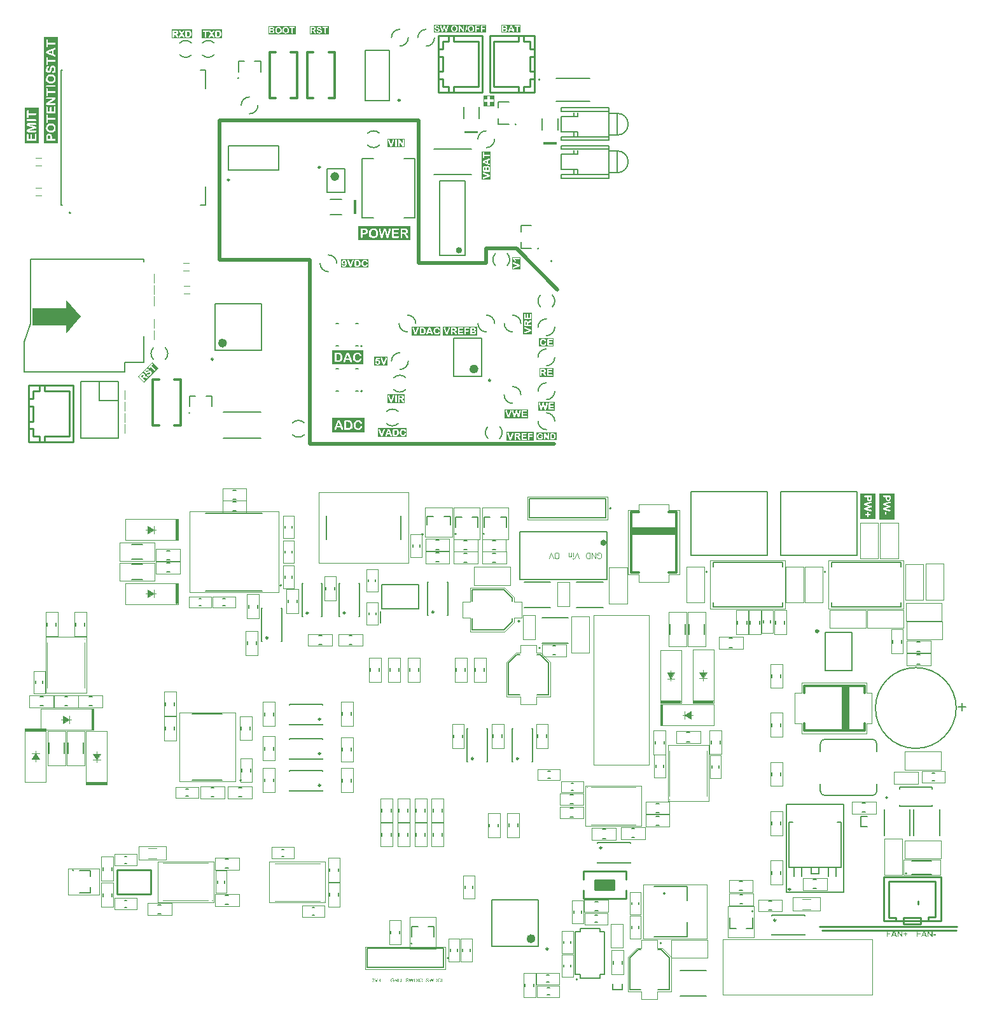
<source format=gto>
G04*
G04 #@! TF.GenerationSoftware,Altium Limited,Altium Designer,24.0.1 (36)*
G04*
G04 Layer_Color=65535*
%FSTAX24Y24*%
%MOIN*%
G70*
G04*
G04 #@! TF.SameCoordinates,F3E9A89A-E33D-43AE-B610-609CB64B5824*
G04*
G04*
G04 #@! TF.FilePolarity,Positive*
G04*
G01*
G75*
%ADD59C,0.0150*%
%ADD61C,0.0100*%
%ADD108C,0.0197*%
%ADD109C,0.0098*%
%ADD110C,0.0079*%
%ADD111C,0.0118*%
%ADD141C,0.0157*%
%ADD143C,0.0039*%
%ADD144C,0.0120*%
%ADD145C,0.0060*%
%ADD146C,0.0236*%
%ADD147C,0.0070*%
%ADD148C,0.0050*%
%ADD149C,0.0020*%
%ADD150C,0.0030*%
%ADD151C,0.0020*%
%ADD152C,0.0040*%
%ADD153C,0.0047*%
%ADD154R,0.1000X0.0500*%
%ADD155R,0.1102X0.0118*%
%ADD156R,0.0118X0.1102*%
%ADD157C,0.0065*%
G36*
X140737Y098013D02*
X137992D01*
Y098444D01*
X140737D01*
Y098013D01*
D02*
G37*
G36*
X142555D02*
X141535D01*
Y098444D01*
X142555D01*
Y098013D01*
D02*
G37*
G36*
X132491Y098365D02*
Y097934D01*
X131496D01*
Y098365D01*
X132491D01*
D02*
G37*
G36*
X130762Y097934D02*
X129331D01*
Y098365D01*
X130762D01*
Y097934D01*
D02*
G37*
G36*
X126907Y097724D02*
X125849D01*
Y098182D01*
X126907D01*
Y097724D01*
D02*
G37*
G36*
X125339D02*
X124268D01*
Y098182D01*
X125339D01*
Y097724D01*
D02*
G37*
G36*
X141181Y094154D02*
X140591D01*
Y094744D01*
X141181D01*
Y094154D01*
D02*
G37*
G36*
X140315Y092756D02*
X139606D01*
Y092874D01*
X140315D01*
Y092756D01*
D02*
G37*
G36*
X118307Y092244D02*
X117568D01*
Y097778D01*
X118307D01*
Y092244D01*
D02*
G37*
G36*
X117299D02*
X11656D01*
Y094079D01*
X117299D01*
Y092244D01*
D02*
G37*
G36*
X144449Y092165D02*
X14374D01*
Y092283D01*
X144449D01*
Y092165D01*
D02*
G37*
G36*
X136486Y092015D02*
X135561D01*
Y092473D01*
X136486D01*
Y092015D01*
D02*
G37*
G36*
X140977Y090329D02*
X140519D01*
Y091797D01*
X140977D01*
Y090329D01*
D02*
G37*
G36*
X133937Y088543D02*
X133819D01*
Y089252D01*
X133937D01*
Y088543D01*
D02*
G37*
G36*
X136779Y08715D02*
X134055D01*
Y087889D01*
X136779D01*
Y08715D01*
D02*
G37*
G36*
X134583Y085716D02*
X133134D01*
Y086174D01*
X134583D01*
Y085716D01*
D02*
G37*
G36*
X142552Y085628D02*
X142094D01*
Y086261D01*
X142552D01*
Y085628D01*
D02*
G37*
G36*
X119515Y083149D02*
X118755Y082249D01*
X118755Y082699D01*
X116965D01*
Y083609D01*
X118755D01*
Y084029D01*
X119515Y083149D01*
D02*
G37*
G36*
X143142Y082242D02*
X142684D01*
Y083349D01*
X143142D01*
Y082242D01*
D02*
G37*
G36*
X140258Y082172D02*
X138482D01*
Y082631D01*
X140258D01*
Y082172D01*
D02*
G37*
G36*
X138355D02*
X136842D01*
Y082631D01*
X138355D01*
Y082172D01*
D02*
G37*
G36*
X144276Y081582D02*
X143519D01*
Y08204D01*
X144276D01*
Y081582D01*
D02*
G37*
G36*
X13432Y080654D02*
X132677D01*
Y081393D01*
X13432D01*
Y080654D01*
D02*
G37*
G36*
X135584Y080598D02*
X134889D01*
Y081056D01*
X135584D01*
Y080598D01*
D02*
G37*
G36*
X144264Y08001D02*
X143532D01*
Y080462D01*
X144264D01*
Y08001D01*
D02*
G37*
G36*
X12357Y080451D02*
X122817Y079698D01*
X122493Y080022D01*
X123246Y080775D01*
X12357Y080451D01*
D02*
G37*
G36*
X136484Y078629D02*
X135563D01*
Y079087D01*
X136484D01*
Y078629D01*
D02*
G37*
G36*
X144334Y078235D02*
X143461D01*
Y078694D01*
X144334D01*
Y078235D01*
D02*
G37*
G36*
X142932Y077842D02*
X141714D01*
Y0783D01*
X142932D01*
Y077842D01*
D02*
G37*
G36*
X134356Y077111D02*
X132677D01*
Y07785D01*
X134356D01*
Y077111D01*
D02*
G37*
G36*
X136584Y076858D02*
X13507D01*
Y077316D01*
X136584D01*
Y076858D01*
D02*
G37*
G36*
X144423Y076686D02*
X143372D01*
Y077094D01*
X144423D01*
Y076686D01*
D02*
G37*
G36*
X143229Y076661D02*
X14181D01*
Y077119D01*
X143229D01*
Y076661D01*
D02*
G37*
G36*
X161139Y072545D02*
X160352D01*
Y073907D01*
X161139D01*
Y072545D01*
D02*
G37*
G36*
X162123Y072529D02*
X161336D01*
Y073907D01*
X162123D01*
Y072529D01*
D02*
G37*
G36*
X123329Y071999D02*
X123014Y071802D01*
X123014Y072196D01*
X123329Y071999D01*
D02*
G37*
G36*
X150706Y071723D02*
X148344D01*
Y072135D01*
X150706D01*
Y071723D01*
D02*
G37*
G36*
X123329Y068649D02*
X123014Y068452D01*
X123014Y068846D01*
X123329Y068649D01*
D02*
G37*
G36*
X152112Y064225D02*
X151915Y06454D01*
X152309Y06454D01*
X152112Y064225D01*
D02*
G37*
G36*
X150422Y064205D02*
X150225Y06452D01*
X150619Y06452D01*
X150422Y064205D01*
D02*
G37*
G36*
X151469Y062102D02*
X151154Y062299D01*
X151469Y062496D01*
X151469Y062102D01*
D02*
G37*
G36*
X118899Y062069D02*
X118584Y061872D01*
X118584Y062266D01*
X118899Y062069D01*
D02*
G37*
G36*
X159769Y061478D02*
X159357D01*
Y06384D01*
X159769D01*
Y061478D01*
D02*
G37*
G36*
X117329Y059982D02*
X116935Y059982D01*
X117132Y060297D01*
X117329Y059982D01*
D02*
G37*
G36*
X120332Y059952D02*
X120135Y060267D01*
X120529Y060267D01*
X120332Y059952D01*
D02*
G37*
G36*
X164297Y050774D02*
X164175D01*
Y050814D01*
X164297D01*
Y050774D01*
D02*
G37*
G36*
X164125Y050678D02*
X164081D01*
X163914Y050929D01*
Y050678D01*
X163873D01*
Y050998D01*
X163916D01*
X164084Y050747D01*
Y050998D01*
X164125D01*
Y050678D01*
D02*
G37*
G36*
X16255D02*
X162506D01*
X162339Y050929D01*
Y050678D01*
X162298D01*
Y050998D01*
X162342D01*
X162509Y050747D01*
Y050998D01*
X16255D01*
Y050678D01*
D02*
G37*
G36*
X162735Y050854D02*
X162822D01*
Y050818D01*
X162735D01*
Y05073D01*
X162698D01*
Y050818D01*
X162611D01*
Y050854D01*
X162698D01*
Y050941D01*
X162735D01*
Y050854D01*
D02*
G37*
G36*
X163839Y050678D02*
X163791D01*
X163754Y050775D01*
X16362D01*
X163585Y050678D01*
X16354D01*
X163662Y050998D01*
X163709D01*
X163839Y050678D01*
D02*
G37*
G36*
X163521Y05096D02*
X163347D01*
Y050861D01*
X163497D01*
Y050823D01*
X163347D01*
Y050678D01*
X163304D01*
Y050998D01*
X163521D01*
Y05096D01*
D02*
G37*
G36*
X162265Y050678D02*
X162216D01*
X162179Y050775D01*
X162045D01*
X16201Y050678D01*
X161966D01*
X162088Y050998D01*
X162134D01*
X162265Y050678D01*
D02*
G37*
G36*
X161946Y05096D02*
X161772D01*
Y050861D01*
X161922D01*
Y050823D01*
X161772D01*
Y050678D01*
X16173D01*
Y050998D01*
X161946D01*
Y05096D01*
D02*
G37*
G36*
X137667Y048514D02*
X137669D01*
X137674Y048514D01*
X13768Y048513D01*
X137686Y048511D01*
X137693Y04851D01*
X137699Y048508D01*
X137699D01*
X137699Y048507D01*
X1377Y048507D01*
X137701Y048506D01*
X137704Y048505D01*
X137708Y048502D01*
X137712Y0485D01*
X137716Y048496D01*
X13772Y048492D01*
X137724Y048487D01*
Y048487D01*
X137724Y048486D01*
X137724Y048486D01*
X137725Y048485D01*
X137726Y048482D01*
X137728Y048478D01*
X13773Y048474D01*
X137731Y048469D01*
X137733Y048463D01*
X137733Y048457D01*
X137709Y048455D01*
Y048455D01*
Y048456D01*
X137709Y048457D01*
X137708Y048458D01*
X137707Y048461D01*
X137706Y048465D01*
X137705Y04847D01*
X137702Y048474D01*
X137699Y048478D01*
X137695Y048482D01*
X137695Y048483D01*
X137693Y048484D01*
X137691Y048485D01*
X137687Y048487D01*
X137682Y048489D01*
X137677Y04849D01*
X13767Y048491D01*
X137662Y048492D01*
X137658D01*
X137657Y048491D01*
X137654Y048491D01*
X137649Y048491D01*
X137644Y04849D01*
X137638Y048488D01*
X137633Y048486D01*
X137631Y048485D01*
X137629Y048483D01*
X137628Y048483D01*
X137627Y048482D01*
X137625Y04848D01*
X137624Y048478D01*
X137622Y048475D01*
X13762Y048471D01*
X137619Y048467D01*
X137618Y048463D01*
Y048462D01*
Y048461D01*
X137619Y048459D01*
X137619Y048457D01*
X13762Y048454D01*
X137621Y048452D01*
X137623Y048449D01*
X137625Y048446D01*
X137626Y048446D01*
X137627Y048445D01*
X137628Y048444D01*
X137629Y048444D01*
X137631Y048443D01*
X137633Y048442D01*
X137635Y048441D01*
X137638Y04844D01*
X137641Y048439D01*
X137645Y048437D01*
X137649Y048436D01*
X137653Y048435D01*
X137658Y048434D01*
X137664Y048432D01*
X137664D01*
X137665Y048432D01*
X137667Y048432D01*
X137669Y048431D01*
X137671Y048431D01*
X137674Y04843D01*
X137677Y048429D01*
X137681Y048428D01*
X137688Y048426D01*
X137695Y048424D01*
X137698Y048423D01*
X137701Y048422D01*
X137704Y048421D01*
X137706Y04842D01*
X137706D01*
X137707Y04842D01*
X137708Y048419D01*
X137709Y048419D01*
X137712Y048417D01*
X137716Y048415D01*
X13772Y048412D01*
X137724Y048408D01*
X137728Y048404D01*
X137731Y0484D01*
X137731Y0484D01*
X137732Y048398D01*
X137734Y048396D01*
X137735Y048393D01*
X137737Y048389D01*
X137738Y048384D01*
X137739Y048379D01*
X137739Y048373D01*
Y048373D01*
Y048373D01*
Y048372D01*
Y048371D01*
X137739Y048368D01*
X137738Y048364D01*
X137737Y048359D01*
X137735Y048355D01*
X137733Y04835D01*
X13773Y048344D01*
Y048344D01*
X13773Y048344D01*
X137729Y048342D01*
X137727Y04834D01*
X137724Y048337D01*
X13772Y048334D01*
X137716Y04833D01*
X137711Y048327D01*
X137705Y048324D01*
X137705D01*
X137704Y048323D01*
X137703Y048323D01*
X137702Y048323D01*
X137701Y048322D01*
X137699Y048321D01*
X137694Y04832D01*
X137689Y048319D01*
X137683Y048317D01*
X137676Y048316D01*
X137668Y048316D01*
X137664D01*
X137662Y048316D01*
X137659D01*
X137656Y048317D01*
X137653Y048317D01*
X137646Y048318D01*
X137639Y048319D01*
X137632Y048321D01*
X137625Y048324D01*
X137624D01*
X137624Y048324D01*
X137623Y048324D01*
X137622Y048325D01*
X137619Y048327D01*
X137615Y048329D01*
X13761Y048332D01*
X137606Y048336D01*
X137601Y048341D01*
X137597Y048346D01*
Y048347D01*
X137596Y048347D01*
X137596Y048348D01*
X137595Y048349D01*
X137595Y04835D01*
X137594Y048352D01*
X137592Y048356D01*
X13759Y048362D01*
X137588Y048367D01*
X137587Y048374D01*
X137587Y048381D01*
X137611Y048383D01*
Y048383D01*
Y048383D01*
X137611Y048382D01*
Y048381D01*
X137611Y048378D01*
X137612Y048375D01*
X137613Y048371D01*
X137614Y048367D01*
X137616Y048363D01*
X137618Y048359D01*
X137619Y048359D01*
X137619Y048358D01*
X137621Y048356D01*
X137623Y048354D01*
X137626Y048352D01*
X137629Y048349D01*
X137633Y048347D01*
X137637Y048344D01*
X137638D01*
X137638Y048344D01*
X137639Y048344D01*
X13764Y048344D01*
X137642Y048343D01*
X137646Y048342D01*
X13765Y048341D01*
X137655Y04834D01*
X137661Y048339D01*
X137667Y048339D01*
X13767D01*
X137672Y048339D01*
X137676Y048339D01*
X13768Y04834D01*
X137684Y048341D01*
X137688Y048342D01*
X137693Y048343D01*
X137693Y048343D01*
X137694Y048344D01*
X137696Y048345D01*
X137699Y048346D01*
X137701Y048348D01*
X137704Y04835D01*
X137707Y048352D01*
X137709Y048355D01*
X137709Y048355D01*
X13771Y048356D01*
X137711Y048358D01*
X137712Y04836D01*
X137713Y048362D01*
X137714Y048365D01*
X137714Y048368D01*
X137715Y048371D01*
Y048372D01*
Y048373D01*
X137714Y048375D01*
X137714Y048377D01*
X137713Y048379D01*
X137712Y048382D01*
X137711Y048385D01*
X137709Y048387D01*
X137709Y048387D01*
X137708Y048388D01*
X137707Y048389D01*
X137705Y048391D01*
X137703Y048393D01*
X1377Y048395D01*
X137696Y048396D01*
X137692Y048398D01*
X137692Y048398D01*
X13769Y048399D01*
X137688Y0484D01*
X137687Y0484D01*
X137685Y0484D01*
X137683Y048401D01*
X13768Y048402D01*
X137678Y048403D01*
X137674Y048403D01*
X137671Y048404D01*
X137667Y048405D01*
X137663Y048406D01*
X137658Y048408D01*
X137658D01*
X137657Y048408D01*
X137655Y048408D01*
X137654Y048409D01*
X137652Y048409D01*
X137649Y04841D01*
X137643Y048411D01*
X137637Y048413D01*
X137631Y048415D01*
X137625Y048417D01*
X137623Y048418D01*
X137621Y048419D01*
X137621D01*
X13762Y04842D01*
X137619Y048421D01*
X137616Y048422D01*
X137613Y048424D01*
X13761Y048427D01*
X137607Y04843D01*
X137603Y048434D01*
X137601Y048437D01*
X1376Y048438D01*
X137599Y048439D01*
X137598Y048442D01*
X137597Y048444D01*
X137596Y048448D01*
X137595Y048452D01*
X137594Y048457D01*
X137594Y048461D01*
Y048462D01*
Y048462D01*
Y048463D01*
Y048464D01*
X137594Y048467D01*
X137595Y04847D01*
X137596Y048474D01*
X137597Y048479D01*
X137599Y048484D01*
X137602Y048488D01*
Y048489D01*
X137602Y048489D01*
X137604Y048491D01*
X137606Y048493D01*
X137608Y048496D01*
X137611Y048499D01*
X137616Y048502D01*
X137621Y048505D01*
X137626Y048508D01*
X137626D01*
X137627Y048508D01*
X137628Y048508D01*
X137629Y048509D01*
X13763Y048509D01*
X137632Y04851D01*
X137636Y048511D01*
X137642Y048512D01*
X137648Y048513D01*
X137654Y048514D01*
X137661Y048514D01*
X137665D01*
X137667Y048514D01*
D02*
G37*
G36*
X136613D02*
X136615D01*
X13662Y048514D01*
X136626Y048513D01*
X136632Y048511D01*
X136638Y04851D01*
X136645Y048508D01*
X136645D01*
X136645Y048507D01*
X136646Y048507D01*
X136647Y048506D01*
X13665Y048505D01*
X136654Y048502D01*
X136658Y0485D01*
X136662Y048496D01*
X136666Y048492D01*
X13667Y048487D01*
Y048487D01*
X13667Y048486D01*
X13667Y048486D01*
X136671Y048485D01*
X136672Y048482D01*
X136674Y048478D01*
X136676Y048474D01*
X136677Y048469D01*
X136679Y048463D01*
X136679Y048457D01*
X136655Y048455D01*
Y048455D01*
Y048456D01*
X136655Y048457D01*
X136654Y048458D01*
X136653Y048461D01*
X136652Y048465D01*
X136651Y04847D01*
X136648Y048474D01*
X136645Y048478D01*
X136641Y048482D01*
X136641Y048483D01*
X136639Y048484D01*
X136637Y048485D01*
X136633Y048487D01*
X136628Y048489D01*
X136623Y04849D01*
X136616Y048491D01*
X136608Y048492D01*
X136604D01*
X136602Y048491D01*
X1366Y048491D01*
X136595Y048491D01*
X13659Y04849D01*
X136584Y048488D01*
X136579Y048486D01*
X136577Y048485D01*
X136574Y048483D01*
X136574Y048483D01*
X136573Y048482D01*
X136571Y04848D01*
X13657Y048478D01*
X136568Y048475D01*
X136566Y048471D01*
X136565Y048467D01*
X136564Y048463D01*
Y048462D01*
Y048461D01*
X136565Y048459D01*
X136565Y048457D01*
X136566Y048454D01*
X136567Y048452D01*
X136569Y048449D01*
X136571Y048446D01*
X136572Y048446D01*
X136573Y048445D01*
X136574Y048444D01*
X136575Y048444D01*
X136577Y048443D01*
X136579Y048442D01*
X136581Y048441D01*
X136584Y04844D01*
X136587Y048439D01*
X136591Y048437D01*
X136595Y048436D01*
X136599Y048435D01*
X136604Y048434D01*
X13661Y048432D01*
X13661D01*
X136611Y048432D01*
X136613Y048432D01*
X136615Y048431D01*
X136617Y048431D01*
X13662Y04843D01*
X136623Y048429D01*
X136627Y048428D01*
X136634Y048426D01*
X136641Y048424D01*
X136644Y048423D01*
X136647Y048422D01*
X13665Y048421D01*
X136652Y04842D01*
X136652D01*
X136653Y04842D01*
X136654Y048419D01*
X136655Y048419D01*
X136658Y048417D01*
X136661Y048415D01*
X136666Y048412D01*
X13667Y048408D01*
X136674Y048404D01*
X136677Y0484D01*
X136677Y0484D01*
X136678Y048398D01*
X136679Y048396D01*
X136681Y048393D01*
X136683Y048389D01*
X136684Y048384D01*
X136685Y048379D01*
X136685Y048373D01*
Y048373D01*
Y048373D01*
Y048372D01*
Y048371D01*
X136684Y048368D01*
X136684Y048364D01*
X136683Y048359D01*
X136681Y048355D01*
X136679Y04835D01*
X136676Y048344D01*
Y048344D01*
X136676Y048344D01*
X136674Y048342D01*
X136673Y04834D01*
X13667Y048337D01*
X136666Y048334D01*
X136662Y04833D01*
X136657Y048327D01*
X136651Y048324D01*
X136651D01*
X13665Y048323D01*
X136649Y048323D01*
X136648Y048323D01*
X136647Y048322D01*
X136645Y048321D01*
X13664Y04832D01*
X136635Y048319D01*
X136629Y048317D01*
X136622Y048316D01*
X136614Y048316D01*
X13661D01*
X136607Y048316D01*
X136605D01*
X136602Y048317D01*
X136599Y048317D01*
X136592Y048318D01*
X136585Y048319D01*
X136578Y048321D01*
X136571Y048324D01*
X13657D01*
X13657Y048324D01*
X136569Y048324D01*
X136568Y048325D01*
X136565Y048327D01*
X136561Y048329D01*
X136556Y048332D01*
X136552Y048336D01*
X136547Y048341D01*
X136543Y048346D01*
Y048347D01*
X136542Y048347D01*
X136542Y048348D01*
X136541Y048349D01*
X136541Y04835D01*
X13654Y048352D01*
X136538Y048356D01*
X136536Y048362D01*
X136534Y048367D01*
X136533Y048374D01*
X136533Y048381D01*
X136556Y048383D01*
Y048383D01*
Y048383D01*
X136557Y048382D01*
Y048381D01*
X136557Y048378D01*
X136558Y048375D01*
X136559Y048371D01*
X13656Y048367D01*
X136562Y048363D01*
X136564Y048359D01*
X136565Y048359D01*
X136565Y048358D01*
X136567Y048356D01*
X136569Y048354D01*
X136572Y048352D01*
X136575Y048349D01*
X136579Y048347D01*
X136583Y048344D01*
X136584D01*
X136584Y048344D01*
X136585Y048344D01*
X136586Y048344D01*
X136588Y048343D01*
X136592Y048342D01*
X136596Y048341D01*
X136601Y04834D01*
X136607Y048339D01*
X136613Y048339D01*
X136615D01*
X136618Y048339D01*
X136622Y048339D01*
X136625Y04834D01*
X13663Y048341D01*
X136634Y048342D01*
X136638Y048343D01*
X136639Y048343D01*
X13664Y048344D01*
X136642Y048345D01*
X136645Y048346D01*
X136647Y048348D01*
X13665Y04835D01*
X136653Y048352D01*
X136655Y048355D01*
X136655Y048355D01*
X136656Y048356D01*
X136657Y048358D01*
X136658Y04836D01*
X136659Y048362D01*
X13666Y048365D01*
X13666Y048368D01*
X136661Y048371D01*
Y048372D01*
Y048373D01*
X13666Y048375D01*
X13666Y048377D01*
X136659Y048379D01*
X136658Y048382D01*
X136657Y048385D01*
X136655Y048387D01*
X136655Y048387D01*
X136654Y048388D01*
X136653Y048389D01*
X136651Y048391D01*
X136649Y048393D01*
X136646Y048395D01*
X136642Y048396D01*
X136638Y048398D01*
X136638Y048398D01*
X136636Y048399D01*
X136634Y0484D01*
X136633Y0484D01*
X136631Y0484D01*
X136629Y048401D01*
X136626Y048402D01*
X136624Y048403D01*
X13662Y048403D01*
X136617Y048404D01*
X136613Y048405D01*
X136609Y048406D01*
X136604Y048408D01*
X136604D01*
X136603Y048408D01*
X136601Y048408D01*
X1366Y048409D01*
X136597Y048409D01*
X136595Y04841D01*
X136589Y048411D01*
X136583Y048413D01*
X136577Y048415D01*
X136571Y048417D01*
X136569Y048418D01*
X136567Y048419D01*
X136566D01*
X136566Y04842D01*
X136565Y048421D01*
X136562Y048422D01*
X136559Y048424D01*
X136556Y048427D01*
X136553Y04843D01*
X136549Y048434D01*
X136547Y048437D01*
X136546Y048438D01*
X136545Y048439D01*
X136544Y048442D01*
X136543Y048444D01*
X136542Y048448D01*
X136541Y048452D01*
X13654Y048457D01*
X13654Y048461D01*
Y048462D01*
Y048462D01*
Y048463D01*
Y048464D01*
X13654Y048467D01*
X136541Y04847D01*
X136542Y048474D01*
X136543Y048479D01*
X136545Y048484D01*
X136548Y048488D01*
Y048489D01*
X136548Y048489D01*
X13655Y048491D01*
X136552Y048493D01*
X136554Y048496D01*
X136557Y048499D01*
X136561Y048502D01*
X136566Y048505D01*
X136572Y048508D01*
X136572D01*
X136573Y048508D01*
X136574Y048508D01*
X136575Y048509D01*
X136576Y048509D01*
X136578Y04851D01*
X136582Y048511D01*
X136588Y048512D01*
X136594Y048513D01*
X1366Y048514D01*
X136607Y048514D01*
X136611D01*
X136613Y048514D01*
D02*
G37*
G36*
X138308D02*
X13831Y048514D01*
X138313Y048514D01*
X138316Y048513D01*
X13832Y048513D01*
X138327Y048511D01*
X138336Y048508D01*
X13834Y048507D01*
X138344Y048505D01*
X138348Y048502D01*
X138352Y0485D01*
X138352Y0485D01*
X138352Y048499D01*
X138353Y048498D01*
X138355Y048497D01*
X138356Y048496D01*
X138358Y048494D01*
X13836Y048491D01*
X138362Y048489D01*
X138365Y048486D01*
X138367Y048483D01*
X138369Y04848D01*
X138371Y048476D01*
X138373Y048472D01*
X138376Y048468D01*
X138377Y048464D01*
X138379Y048459D01*
X138354Y048453D01*
Y048453D01*
X138354Y048454D01*
X138353Y048455D01*
X138353Y048456D01*
X138352Y048458D01*
X138351Y04846D01*
X138349Y048464D01*
X138346Y048469D01*
X138343Y048474D01*
X138339Y048479D01*
X138334Y048483D01*
X138334Y048484D01*
X138332Y048485D01*
X138329Y048486D01*
X138326Y048488D01*
X138321Y04849D01*
X138316Y048491D01*
X138309Y048493D01*
X138302Y048493D01*
X1383D01*
X138299Y048493D01*
X138297D01*
X138295Y048492D01*
X138289Y048491D01*
X138284Y04849D01*
X138278Y048488D01*
X138271Y048486D01*
X138265Y048482D01*
X138265D01*
X138265Y048482D01*
X138263Y04848D01*
X13826Y048478D01*
X138257Y048475D01*
X138254Y04847D01*
X13825Y048466D01*
X138247Y04846D01*
X138245Y048454D01*
Y048453D01*
X138244Y048453D01*
X138244Y048452D01*
X138244Y04845D01*
X138243Y048449D01*
X138243Y048447D01*
X138242Y048442D01*
X138241Y048437D01*
X13824Y048431D01*
X138239Y048424D01*
X138239Y048417D01*
Y048416D01*
Y048416D01*
Y048414D01*
Y048413D01*
X138239Y048411D01*
Y048408D01*
X138239Y048405D01*
X13824Y048402D01*
X13824Y048396D01*
X138242Y048388D01*
X138243Y048381D01*
X138246Y048374D01*
Y048374D01*
X138246Y048373D01*
X138247Y048372D01*
X138247Y048371D01*
X138249Y048368D01*
X138251Y048364D01*
X138254Y048359D01*
X138258Y048355D01*
X138263Y04835D01*
X138268Y048347D01*
X138268D01*
X138269Y048346D01*
X13827Y048346D01*
X138271Y048345D01*
X138272Y048345D01*
X138274Y048344D01*
X138278Y048342D01*
X138283Y048341D01*
X138288Y048339D01*
X138294Y048338D01*
X138301Y048338D01*
X138302D01*
X138304Y048338D01*
X138306D01*
X138308Y048338D01*
X138313Y048339D01*
X138319Y048341D01*
X138325Y048343D01*
X138331Y048346D01*
X138334Y048348D01*
X138337Y04835D01*
X138337Y04835D01*
X138337Y04835D01*
X138338Y048351D01*
X138339Y048352D01*
X13834Y048354D01*
X138342Y048355D01*
X138343Y048357D01*
X138345Y048359D01*
X138346Y048362D01*
X138348Y048364D01*
X13835Y048367D01*
X138352Y04837D01*
X138353Y048374D01*
X138354Y048378D01*
X138356Y048382D01*
X138357Y048387D01*
X138382Y04838D01*
Y04838D01*
X138382Y048379D01*
X138381Y048377D01*
X138381Y048375D01*
X13838Y048372D01*
X138379Y048369D01*
X138377Y048366D01*
X138376Y048362D01*
X138372Y048355D01*
X138367Y048347D01*
X138364Y048343D01*
X138361Y048339D01*
X138357Y048336D01*
X138353Y048332D01*
X138353Y048332D01*
X138353Y048332D01*
X138351Y048331D01*
X13835Y04833D01*
X138348Y048329D01*
X138345Y048327D01*
X138342Y048326D01*
X138339Y048324D01*
X138336Y048323D01*
X138332Y048321D01*
X138328Y04832D01*
X138323Y048319D01*
X138319Y048318D01*
X138314Y048317D01*
X138308Y048316D01*
X138303Y048316D01*
X1383D01*
X138297Y048316D01*
X138295D01*
X138292Y048317D01*
X138289Y048317D01*
X138285Y048318D01*
X138277Y048319D01*
X138268Y048321D01*
X13826Y048324D01*
X138256Y048326D01*
X138252Y048329D01*
X138252Y048329D01*
X138252Y048329D01*
X13825Y04833D01*
X138249Y048331D01*
X138248Y048332D01*
X138246Y048334D01*
X138243Y048336D01*
X138241Y048338D01*
X138239Y048341D01*
X138237Y048343D01*
X138232Y048349D01*
X138227Y048357D01*
X138223Y048365D01*
Y048365D01*
X138222Y048366D01*
X138222Y048368D01*
X138221Y048369D01*
X13822Y048372D01*
X13822Y048374D01*
X138219Y048377D01*
X138218Y048381D01*
X138217Y048384D01*
X138216Y048388D01*
X138214Y048397D01*
X138213Y048407D01*
X138213Y048417D01*
Y048417D01*
Y048418D01*
Y04842D01*
X138213Y048422D01*
Y048424D01*
X138213Y048427D01*
X138214Y048431D01*
X138214Y048434D01*
X138216Y048442D01*
X138217Y048451D01*
X13822Y04846D01*
X138224Y048469D01*
X138224Y048469D01*
X138225Y04847D01*
X138225Y048471D01*
X138226Y048472D01*
X138227Y048474D01*
X138229Y048477D01*
X138232Y048482D01*
X138237Y048487D01*
X138243Y048493D01*
X138249Y048498D01*
X138257Y048503D01*
X138257Y048503D01*
X138258Y048503D01*
X138259Y048504D01*
X13826Y048505D01*
X138262Y048506D01*
X138265Y048506D01*
X138267Y048508D01*
X13827Y048509D01*
X138274Y04851D01*
X138277Y048511D01*
X138285Y048513D01*
X138294Y048514D01*
X138303Y048514D01*
X138306D01*
X138308Y048514D01*
D02*
G37*
G36*
X135846D02*
X135849D01*
X135854Y048514D01*
X13586Y048513D01*
X135866Y048511D01*
X135872Y04851D01*
X135879Y048508D01*
X135879D01*
X13588Y048507D01*
X13588Y048507D01*
X135882Y048506D01*
X135885Y048505D01*
X135888Y048503D01*
X135893Y0485D01*
X135897Y048497D01*
X135901Y048493D01*
X135905Y048489D01*
X135906Y048488D01*
X135907Y048486D01*
X135908Y048484D01*
X135911Y04848D01*
X135913Y048476D01*
X135915Y04847D01*
X135918Y048464D01*
X13592Y048457D01*
X135897Y048451D01*
Y048452D01*
X135897Y048452D01*
X135896Y048453D01*
X135896Y048454D01*
X135895Y048456D01*
X135894Y04846D01*
X135892Y048464D01*
X13589Y048467D01*
X135888Y048471D01*
X135886Y048474D01*
X135886Y048475D01*
X135885Y048476D01*
X135883Y048477D01*
X135881Y048479D01*
X135879Y048481D01*
X135875Y048483D01*
X135872Y048486D01*
X135868Y048488D01*
X135867Y048488D01*
X135866Y048488D01*
X135863Y048489D01*
X13586Y04849D01*
X135856Y048491D01*
X135852Y048492D01*
X135847Y048493D01*
X135841Y048493D01*
X135838D01*
X135837Y048493D01*
X135835D01*
X135831Y048492D01*
X135826Y048491D01*
X135821Y048491D01*
X135816Y048489D01*
X135811Y048487D01*
X135811Y048487D01*
X135809Y048486D01*
X135807Y048485D01*
X135804Y048484D01*
X135801Y048482D01*
X135797Y048479D01*
X135794Y048477D01*
X135791Y048473D01*
X13579Y048473D01*
X135789Y048472D01*
X135788Y04847D01*
X135786Y048468D01*
X135784Y048465D01*
X135782Y048462D01*
X13578Y048458D01*
X135779Y048454D01*
Y048454D01*
X135778Y048454D01*
X135778Y048453D01*
X135777Y048451D01*
X135777Y04845D01*
X135776Y048448D01*
X135775Y048446D01*
X135775Y048443D01*
X135774Y048437D01*
X135772Y048431D01*
X135772Y048424D01*
X135771Y048416D01*
Y048416D01*
Y048415D01*
Y048413D01*
X135772Y048412D01*
Y048409D01*
X135772Y048407D01*
X135772Y048404D01*
X135772Y048401D01*
X135774Y048394D01*
X135775Y048387D01*
X135777Y04838D01*
X13578Y048373D01*
Y048372D01*
X13578Y048372D01*
X135781Y048371D01*
X135782Y04837D01*
X135784Y048367D01*
X135787Y048363D01*
X13579Y048359D01*
X135795Y048355D01*
X1358Y048351D01*
X135806Y048347D01*
X135806D01*
X135806Y048347D01*
X135807Y048346D01*
X135809Y048346D01*
X13581Y048345D01*
X135812Y048345D01*
X135816Y048343D01*
X135822Y048342D01*
X135828Y04834D01*
X135835Y048339D01*
X135842Y048339D01*
X135844D01*
X135846Y048339D01*
X135848D01*
X135852Y04834D01*
X135857Y04834D01*
X135862Y048341D01*
X135868Y048343D01*
X135874Y048345D01*
X135874D01*
X135875Y048345D01*
X135875Y048345D01*
X135876Y048346D01*
X135879Y048347D01*
X135883Y048349D01*
X135887Y048351D01*
X135891Y048353D01*
X135895Y048356D01*
X135898Y048359D01*
Y048395D01*
X135841D01*
Y048417D01*
X135923D01*
Y048346D01*
X135923Y048346D01*
X135922Y048345D01*
X135921Y048345D01*
X13592Y048344D01*
X135918Y048342D01*
X135916Y048341D01*
X135913Y048339D01*
X135911Y048338D01*
X135905Y048334D01*
X135898Y04833D01*
X135892Y048327D01*
X135884Y048324D01*
X135884D01*
X135883Y048323D01*
X135882Y048323D01*
X135881Y048323D01*
X135879Y048322D01*
X135877Y048321D01*
X135874Y048321D01*
X135872Y04832D01*
X135865Y048319D01*
X135859Y048317D01*
X135851Y048316D01*
X135843Y048316D01*
X135841D01*
X135839Y048316D01*
X135836D01*
X135833Y048317D01*
X13583Y048317D01*
X135826Y048318D01*
X135818Y048319D01*
X13581Y048321D01*
X135801Y048324D01*
X135796Y048326D01*
X135792Y048328D01*
X135792Y048328D01*
X135791Y048329D01*
X13579Y048329D01*
X135788Y04833D01*
X135786Y048332D01*
X135784Y048333D01*
X135779Y048337D01*
X135773Y048342D01*
X135767Y048348D01*
X135762Y048355D01*
X135757Y048363D01*
Y048363D01*
X135756Y048364D01*
X135756Y048365D01*
X135755Y048367D01*
X135754Y048369D01*
X135753Y048372D01*
X135752Y048375D01*
X135751Y048378D01*
X13575Y048382D01*
X135749Y048386D01*
X135748Y04839D01*
X135747Y048394D01*
X135746Y048404D01*
X135745Y048414D01*
Y048414D01*
Y048416D01*
Y048417D01*
X135746Y048419D01*
Y048421D01*
X135746Y048424D01*
X135746Y048427D01*
X135747Y048431D01*
X135747Y048435D01*
X135748Y048439D01*
X13575Y048448D01*
X135753Y048457D01*
X135757Y048466D01*
X135757Y048467D01*
X135757Y048467D01*
X135758Y048468D01*
X135759Y04847D01*
X13576Y048472D01*
X135762Y048475D01*
X135765Y04848D01*
X13577Y048486D01*
X135776Y048492D01*
X135783Y048498D01*
X135787Y0485D01*
X13579Y048503D01*
X135791Y048503D01*
X135792Y048503D01*
X135793Y048504D01*
X135794Y048505D01*
X135797Y048505D01*
X135799Y048506D01*
X135802Y048508D01*
X135805Y048509D01*
X135809Y04851D01*
X135813Y048511D01*
X135817Y048512D01*
X135821Y048513D01*
X135831Y048514D01*
X135836Y048514D01*
X135845D01*
X135846Y048514D01*
D02*
G37*
G36*
X135154Y048512D02*
X135158Y048511D01*
X135162Y04851D01*
X135167Y048509D01*
X135172Y048507D01*
X135177Y048505D01*
X135178D01*
X135178Y048505D01*
X13518Y048504D01*
X135182Y048502D01*
X135185Y0485D01*
X135188Y048498D01*
X135191Y048495D01*
X135195Y048491D01*
X135198Y048487D01*
X135198Y048486D01*
X135199Y048485D01*
X1352Y048482D01*
X135201Y048479D01*
X135203Y048476D01*
X135204Y048472D01*
X135204Y048467D01*
X135205Y048462D01*
Y048462D01*
Y04846D01*
X135204Y048458D01*
X135204Y048455D01*
X135203Y048451D01*
X135202Y048447D01*
X1352Y048443D01*
X135198Y048439D01*
X135198Y048439D01*
X135197Y048438D01*
X135195Y048436D01*
X135193Y048434D01*
X13519Y048431D01*
X135187Y048428D01*
X135183Y048426D01*
X135178Y048423D01*
X135178D01*
X135179Y048423D01*
X13518Y048423D01*
X135181Y048423D01*
X135184Y048421D01*
X135188Y04842D01*
X135192Y048418D01*
X135197Y048415D01*
X135201Y048411D01*
X135205Y048407D01*
X135205Y048406D01*
X135206Y048405D01*
X135208Y048402D01*
X135209Y048398D01*
X135211Y048394D01*
X135213Y048389D01*
X135214Y048383D01*
X135214Y048376D01*
Y048376D01*
Y048375D01*
Y048373D01*
X135214Y048372D01*
X135214Y04837D01*
X135213Y048367D01*
X135213Y048364D01*
X135212Y048361D01*
X13521Y048355D01*
X135208Y048351D01*
X135206Y048348D01*
X135204Y048344D01*
X135202Y048341D01*
X135199Y048337D01*
X135196Y048334D01*
X135195Y048333D01*
X135195Y048333D01*
X135194Y048332D01*
X135192Y048331D01*
X135191Y048329D01*
X135188Y048328D01*
X135186Y048326D01*
X135183Y048325D01*
X13518Y048323D01*
X135176Y048322D01*
X135173Y04832D01*
X135168Y048319D01*
X135164Y048318D01*
X135159Y048317D01*
X135155Y048316D01*
X135149Y048316D01*
X135147D01*
X135145Y048316D01*
X135143Y048317D01*
X135141Y048317D01*
X135138Y048318D01*
X135135Y048318D01*
X135128Y04832D01*
X135121Y048323D01*
X135118Y048324D01*
X135114Y048326D01*
X135111Y048329D01*
X135108Y048331D01*
X135107Y048331D01*
X135107Y048332D01*
X135106Y048333D01*
X135105Y048334D01*
X135104Y048335D01*
X135102Y048337D01*
X135101Y048339D01*
X135099Y048342D01*
X135097Y048344D01*
X135096Y048347D01*
X135093Y048354D01*
X13509Y048362D01*
X135089Y048366D01*
X135089Y04837D01*
X135112Y048373D01*
Y048373D01*
X135113Y048372D01*
X135113Y048371D01*
X135113Y04837D01*
X135113Y048368D01*
X135114Y048366D01*
X135115Y048362D01*
X135117Y048357D01*
X13512Y048352D01*
X135122Y048348D01*
X135126Y048344D01*
X135126Y048344D01*
X135127Y048343D01*
X13513Y048341D01*
X135132Y04834D01*
X135136Y048338D01*
X13514Y048337D01*
X135145Y048336D01*
X13515Y048336D01*
X135151D01*
X135152Y048336D01*
X135155Y048336D01*
X135159Y048337D01*
X135164Y048338D01*
X135168Y04834D01*
X135173Y048343D01*
X135178Y048347D01*
X135178Y048347D01*
X13518Y048349D01*
X135181Y048352D01*
X135183Y048355D01*
X135186Y048359D01*
X135187Y048364D01*
X135189Y048369D01*
X135189Y048375D01*
Y048376D01*
Y048376D01*
Y048377D01*
X135189Y048378D01*
X135189Y048381D01*
X135188Y048385D01*
X135187Y048389D01*
X135185Y048394D01*
X135182Y048398D01*
X135178Y048402D01*
X135178Y048403D01*
X135177Y048404D01*
X135174Y048406D01*
X135171Y048408D01*
X135167Y048409D01*
X135163Y048411D01*
X135157Y048412D01*
X135152Y048413D01*
X135149D01*
X135147Y048413D01*
X135145Y048412D01*
X135142Y048412D01*
X135139Y048411D01*
X135135Y04841D01*
X135138Y048431D01*
X135139D01*
X13514Y048431D01*
X135144D01*
X135147Y048431D01*
X13515Y048432D01*
X135155Y048433D01*
X135159Y048434D01*
X135164Y048436D01*
X135168Y048439D01*
X135169D01*
X135169Y048439D01*
X13517Y04844D01*
X135172Y048442D01*
X135175Y048444D01*
X135177Y048448D01*
X135179Y048452D01*
X13518Y048457D01*
X135181Y04846D01*
Y048463D01*
Y048463D01*
Y048463D01*
Y048465D01*
X13518Y048467D01*
X13518Y04847D01*
X135178Y048473D01*
X135177Y048477D01*
X135175Y048481D01*
X135172Y048484D01*
X135172Y048484D01*
X13517Y048485D01*
X135168Y048487D01*
X135166Y048488D01*
X135162Y04849D01*
X135159Y048491D01*
X135154Y048492D01*
X135149Y048493D01*
X135147D01*
X135144Y048492D01*
X135141Y048491D01*
X135137Y04849D01*
X135134Y048489D01*
X13513Y048487D01*
X135126Y048484D01*
X135126Y048484D01*
X135125Y048482D01*
X135123Y04848D01*
X135121Y048478D01*
X135119Y048474D01*
X135118Y04847D01*
X135116Y048464D01*
X135115Y048458D01*
X135091Y048462D01*
Y048463D01*
X135091Y048464D01*
X135092Y048465D01*
X135092Y048466D01*
X135093Y048468D01*
X135093Y04847D01*
X135095Y048476D01*
X135098Y048482D01*
X135101Y048488D01*
X135105Y048494D01*
X135111Y048499D01*
X135111Y048499D01*
X135111Y0485D01*
X135112Y0485D01*
X135113Y048501D01*
X135115Y048502D01*
X135117Y048503D01*
X135119Y048504D01*
X135121Y048506D01*
X135127Y048508D01*
X135133Y04851D01*
X135141Y048511D01*
X135144Y048512D01*
X135151D01*
X135154Y048512D01*
D02*
G37*
G36*
X134827D02*
X13483Y048511D01*
X134835Y04851D01*
X13484Y048509D01*
X134845Y048507D01*
X13485Y048505D01*
X13485D01*
X13485Y048505D01*
X134852Y048504D01*
X134854Y048502D01*
X134857Y0485D01*
X13486Y048498D01*
X134864Y048495D01*
X134867Y048491D01*
X13487Y048487D01*
X13487Y048486D01*
X134871Y048485D01*
X134872Y048482D01*
X134873Y048479D01*
X134875Y048476D01*
X134876Y048472D01*
X134877Y048467D01*
X134877Y048462D01*
Y048462D01*
Y04846D01*
X134877Y048458D01*
X134876Y048455D01*
X134875Y048451D01*
X134874Y048447D01*
X134872Y048443D01*
X13487Y048439D01*
X13487Y048439D01*
X134869Y048438D01*
X134867Y048436D01*
X134865Y048434D01*
X134862Y048431D01*
X134859Y048428D01*
X134855Y048426D01*
X13485Y048423D01*
X134851D01*
X134851Y048423D01*
X134852Y048423D01*
X134853Y048423D01*
X134856Y048421D01*
X13486Y04842D01*
X134865Y048418D01*
X134869Y048415D01*
X134873Y048411D01*
X134877Y048407D01*
X134877Y048406D01*
X134878Y048405D01*
X13488Y048402D01*
X134882Y048398D01*
X134883Y048394D01*
X134885Y048389D01*
X134886Y048383D01*
X134887Y048376D01*
Y048376D01*
Y048375D01*
Y048373D01*
X134886Y048372D01*
X134886Y04837D01*
X134885Y048367D01*
X134885Y048364D01*
X134884Y048361D01*
X134882Y048355D01*
X13488Y048351D01*
X134879Y048348D01*
X134877Y048344D01*
X134874Y048341D01*
X134871Y048337D01*
X134868Y048334D01*
X134868Y048333D01*
X134867Y048333D01*
X134866Y048332D01*
X134865Y048331D01*
X134863Y048329D01*
X134861Y048328D01*
X134858Y048326D01*
X134855Y048325D01*
X134852Y048323D01*
X134849Y048322D01*
X134845Y04832D01*
X134841Y048319D01*
X134836Y048318D01*
X134832Y048317D01*
X134827Y048316D01*
X134822Y048316D01*
X134819D01*
X134818Y048316D01*
X134815Y048317D01*
X134813Y048317D01*
X13481Y048318D01*
X134807Y048318D01*
X1348Y04832D01*
X134793Y048323D01*
X13479Y048324D01*
X134787Y048326D01*
X134783Y048329D01*
X13478Y048331D01*
X13478Y048331D01*
X134779Y048332D01*
X134778Y048333D01*
X134777Y048334D01*
X134776Y048335D01*
X134775Y048337D01*
X134773Y048339D01*
X134771Y048342D01*
X13477Y048344D01*
X134768Y048347D01*
X134765Y048354D01*
X134762Y048362D01*
X134762Y048366D01*
X134761Y04837D01*
X134785Y048373D01*
Y048373D01*
X134785Y048372D01*
X134785Y048371D01*
X134785Y04837D01*
X134786Y048368D01*
X134786Y048366D01*
X134788Y048362D01*
X13479Y048357D01*
X134792Y048352D01*
X134795Y048348D01*
X134798Y048344D01*
X134799Y048344D01*
X1348Y048343D01*
X134802Y048341D01*
X134805Y04834D01*
X134808Y048338D01*
X134812Y048337D01*
X134817Y048336D01*
X134822Y048336D01*
X134824D01*
X134825Y048336D01*
X134828Y048336D01*
X134832Y048337D01*
X134836Y048338D01*
X134841Y04834D01*
X134846Y048343D01*
X13485Y048347D01*
X13485Y048347D01*
X134852Y048349D01*
X134854Y048352D01*
X134856Y048355D01*
X134858Y048359D01*
X13486Y048364D01*
X134861Y048369D01*
X134862Y048375D01*
Y048376D01*
Y048376D01*
Y048377D01*
X134861Y048378D01*
X134861Y048381D01*
X13486Y048385D01*
X134859Y048389D01*
X134857Y048394D01*
X134854Y048398D01*
X134851Y048402D01*
X13485Y048403D01*
X134849Y048404D01*
X134847Y048406D01*
X134844Y048408D01*
X13484Y048409D01*
X134835Y048411D01*
X13483Y048412D01*
X134824Y048413D01*
X134821D01*
X134819Y048413D01*
X134817Y048412D01*
X134814Y048412D01*
X134811Y048411D01*
X134807Y04841D01*
X13481Y048431D01*
X134811D01*
X134813Y048431D01*
X134816D01*
X134819Y048431D01*
X134823Y048432D01*
X134827Y048433D01*
X134832Y048434D01*
X134836Y048436D01*
X134841Y048439D01*
X134841D01*
X134841Y048439D01*
X134843Y04844D01*
X134845Y048442D01*
X134847Y048444D01*
X134849Y048448D01*
X134851Y048452D01*
X134852Y048457D01*
X134853Y04846D01*
Y048463D01*
Y048463D01*
Y048463D01*
Y048465D01*
X134852Y048467D01*
X134852Y04847D01*
X134851Y048473D01*
X134849Y048477D01*
X134847Y048481D01*
X134844Y048484D01*
X134844Y048484D01*
X134842Y048485D01*
X134841Y048487D01*
X134838Y048488D01*
X134835Y04849D01*
X134831Y048491D01*
X134826Y048492D01*
X134821Y048493D01*
X134819D01*
X134817Y048492D01*
X134813Y048491D01*
X13481Y04849D01*
X134806Y048489D01*
X134802Y048487D01*
X134799Y048484D01*
X134798Y048484D01*
X134797Y048482D01*
X134796Y04848D01*
X134794Y048478D01*
X134792Y048474D01*
X13479Y04847D01*
X134788Y048464D01*
X134787Y048458D01*
X134764Y048462D01*
Y048463D01*
X134764Y048464D01*
X134764Y048465D01*
X134764Y048466D01*
X134765Y048468D01*
X134766Y04847D01*
X134767Y048476D01*
X13477Y048482D01*
X134773Y048488D01*
X134778Y048494D01*
X134783Y048499D01*
X134783Y048499D01*
X134784Y0485D01*
X134785Y0485D01*
X134786Y048501D01*
X134787Y048502D01*
X134789Y048503D01*
X134791Y048504D01*
X134793Y048506D01*
X134799Y048508D01*
X134805Y04851D01*
X134813Y048511D01*
X134817Y048512D01*
X134824D01*
X134827Y048512D01*
D02*
G37*
G36*
X136111Y048319D02*
X136085D01*
X135984Y04847D01*
Y048319D01*
X13596D01*
Y048511D01*
X135986D01*
X136087Y04836D01*
Y048511D01*
X136111D01*
Y048319D01*
D02*
G37*
G36*
X13795D02*
X137925D01*
X137885Y048465D01*
Y048466D01*
X137885Y048466D01*
X137885Y048467D01*
X137884Y048468D01*
X137884Y048472D01*
X137883Y048475D01*
X137882Y048479D01*
X137881Y048483D01*
X13788Y048486D01*
X137879Y048487D01*
X137879Y048488D01*
Y048488D01*
X137879Y048487D01*
X137879Y048486D01*
X137878Y048483D01*
X137877Y04848D01*
X137876Y048477D01*
X137875Y048473D01*
X137875Y048469D01*
X137873Y048465D01*
X137833Y048319D01*
X137806D01*
X137756Y048511D01*
X137783D01*
X137811Y048385D01*
Y048385D01*
X137811Y048385D01*
X137812Y048383D01*
X137812Y048382D01*
X137812Y04838D01*
X137813Y048378D01*
X137813Y048376D01*
X137814Y048373D01*
X137815Y048367D01*
X137817Y04836D01*
X137818Y048353D01*
X137819Y048346D01*
Y048346D01*
X13782Y048347D01*
X13782Y048349D01*
X137821Y048351D01*
X137821Y048353D01*
X137822Y048356D01*
X137823Y048362D01*
X137825Y048368D01*
X137825Y048371D01*
X137826Y048374D01*
X137827Y048377D01*
X137827Y048379D01*
X137828Y04838D01*
X137828Y048382D01*
X137865Y048511D01*
X137895D01*
X137922Y048414D01*
Y048414D01*
X137923Y048412D01*
X137924Y04841D01*
X137924Y048408D01*
X137925Y048404D01*
X137926Y048401D01*
X137927Y048397D01*
X137928Y048392D01*
X13793Y048387D01*
X137931Y048382D01*
X137933Y04837D01*
X137936Y048358D01*
X137938Y048346D01*
Y048346D01*
X137938Y048347D01*
Y048348D01*
X137938Y048349D01*
X137939Y048351D01*
X137939Y048353D01*
X13794Y048355D01*
X13794Y048358D01*
X137942Y048364D01*
X137943Y048372D01*
X137945Y048379D01*
X137947Y048388D01*
X137977Y048511D01*
X138003D01*
X13795Y048319D01*
D02*
G37*
G36*
X136896D02*
X136871D01*
X136831Y048465D01*
Y048466D01*
X136831Y048466D01*
X136831Y048467D01*
X13683Y048468D01*
X13683Y048472D01*
X136829Y048475D01*
X136828Y048479D01*
X136827Y048483D01*
X136826Y048486D01*
X136825Y048487D01*
X136825Y048488D01*
Y048488D01*
X136825Y048487D01*
X136825Y048486D01*
X136824Y048483D01*
X136823Y04848D01*
X136822Y048477D01*
X136821Y048473D01*
X13682Y048469D01*
X136819Y048465D01*
X136779Y048319D01*
X136752D01*
X136702Y048511D01*
X136729D01*
X136757Y048385D01*
Y048385D01*
X136757Y048385D01*
X136758Y048383D01*
X136758Y048382D01*
X136758Y04838D01*
X136759Y048378D01*
X136759Y048376D01*
X13676Y048373D01*
X136761Y048367D01*
X136763Y04836D01*
X136764Y048353D01*
X136765Y048346D01*
Y048346D01*
X136766Y048347D01*
X136766Y048349D01*
X136766Y048351D01*
X136767Y048353D01*
X136768Y048356D01*
X136769Y048362D01*
X136771Y048368D01*
X136771Y048371D01*
X136772Y048374D01*
X136773Y048377D01*
X136773Y048379D01*
X136774Y04838D01*
X136774Y048382D01*
X136811Y048511D01*
X136841D01*
X136868Y048414D01*
Y048414D01*
X136869Y048412D01*
X136869Y04841D01*
X13687Y048408D01*
X136871Y048404D01*
X136872Y048401D01*
X136873Y048397D01*
X136874Y048392D01*
X136876Y048387D01*
X136877Y048382D01*
X136879Y04837D01*
X136882Y048358D01*
X136884Y048346D01*
Y048346D01*
X136884Y048347D01*
Y048348D01*
X136884Y048349D01*
X136885Y048351D01*
X136885Y048353D01*
X136886Y048355D01*
X136886Y048358D01*
X136888Y048364D01*
X136889Y048372D01*
X136891Y048379D01*
X136893Y048388D01*
X136923Y048511D01*
X136949D01*
X136896Y048319D01*
D02*
G37*
G36*
X135D02*
X134974D01*
X1349Y048511D01*
X134927D01*
X134977Y048372D01*
Y048372D01*
X134977Y048371D01*
X134978Y04837D01*
X134978Y048369D01*
X134978Y048367D01*
X134979Y048366D01*
X13498Y048362D01*
X134982Y048357D01*
X134984Y048352D01*
X134987Y048341D01*
Y048341D01*
X134987Y048341D01*
X134988Y048342D01*
X134988Y048343D01*
X134989Y048346D01*
X13499Y04835D01*
X134991Y048355D01*
X134993Y04836D01*
X134995Y048366D01*
X134997Y048372D01*
X135049Y048511D01*
X135075D01*
X135Y048319D01*
D02*
G37*
G36*
X138438Y048342D02*
X138532D01*
Y048319D01*
X138412D01*
Y048511D01*
X138438D01*
Y048342D01*
D02*
G37*
G36*
X138106Y048511D02*
X138111Y048511D01*
X138117Y04851D01*
X138122Y048509D01*
X138127Y048508D01*
X138127D01*
X138128Y048508D01*
X138129D01*
X13813Y048508D01*
X138133Y048507D01*
X138137Y048505D01*
X138141Y048503D01*
X138146Y048501D01*
X13815Y048498D01*
X138155Y048495D01*
X138155Y048494D01*
X138155Y048494D01*
X138156Y048493D01*
X138157Y048492D01*
X13816Y04849D01*
X138163Y048486D01*
X138167Y048481D01*
X138171Y048475D01*
X138175Y048469D01*
X138178Y048462D01*
Y048462D01*
X138178Y048461D01*
X138178Y04846D01*
X138179Y048458D01*
X138179Y048456D01*
X13818Y048454D01*
X138181Y048452D01*
X138181Y048449D01*
X138182Y048446D01*
X138183Y048442D01*
X138184Y048434D01*
X138185Y048426D01*
X138185Y048416D01*
Y048416D01*
Y048415D01*
Y048414D01*
Y048413D01*
X138185Y048411D01*
Y048408D01*
X138185Y048403D01*
X138184Y048397D01*
X138183Y048391D01*
X138182Y048384D01*
X13818Y048377D01*
Y048377D01*
X13818Y048377D01*
X138179Y048376D01*
X138179Y048375D01*
X138178Y048372D01*
X138176Y048368D01*
X138175Y048363D01*
X138173Y048359D01*
X13817Y048354D01*
X138167Y04835D01*
X138167Y048349D01*
X138166Y048348D01*
X138164Y048346D01*
X138162Y048343D01*
X138159Y048341D01*
X138156Y048338D01*
X138153Y048335D01*
X13815Y048332D01*
X138149Y048332D01*
X138148Y048331D01*
X138146Y04833D01*
X138143Y048329D01*
X13814Y048327D01*
X138136Y048326D01*
X138132Y048324D01*
X138127Y048323D01*
X138126D01*
X138125Y048322D01*
X138124Y048322D01*
X138122Y048322D01*
X138118Y048321D01*
X138113Y048321D01*
X138108Y04832D01*
X138102Y04832D01*
X138096Y048319D01*
X138027D01*
Y048511D01*
X138101D01*
X138106Y048511D01*
D02*
G37*
G36*
X137196Y048319D02*
X13717D01*
Y048511D01*
X137196D01*
Y048319D01*
D02*
G37*
G36*
X137051Y048511D02*
X137057Y048511D01*
X137063Y04851D01*
X137068Y048509D01*
X137073Y048508D01*
X137073D01*
X137074Y048508D01*
X137074D01*
X137076Y048508D01*
X137079Y048507D01*
X137083Y048505D01*
X137087Y048503D01*
X137092Y048501D01*
X137096Y048498D01*
X137101Y048495D01*
X137101Y048494D01*
X137101Y048494D01*
X137102Y048493D01*
X137103Y048492D01*
X137106Y04849D01*
X137109Y048486D01*
X137113Y048481D01*
X137117Y048475D01*
X13712Y048469D01*
X137124Y048462D01*
Y048462D01*
X137124Y048461D01*
X137124Y04846D01*
X137125Y048458D01*
X137125Y048456D01*
X137126Y048454D01*
X137127Y048452D01*
X137127Y048449D01*
X137128Y048446D01*
X137129Y048442D01*
X13713Y048434D01*
X137131Y048426D01*
X137131Y048416D01*
Y048416D01*
Y048415D01*
Y048414D01*
Y048413D01*
X137131Y048411D01*
Y048408D01*
X137131Y048403D01*
X13713Y048397D01*
X137129Y048391D01*
X137128Y048384D01*
X137126Y048377D01*
Y048377D01*
X137126Y048377D01*
X137125Y048376D01*
X137125Y048375D01*
X137124Y048372D01*
X137122Y048368D01*
X137121Y048363D01*
X137119Y048359D01*
X137116Y048354D01*
X137113Y04835D01*
X137113Y048349D01*
X137112Y048348D01*
X13711Y048346D01*
X137108Y048343D01*
X137105Y048341D01*
X137102Y048338D01*
X137099Y048335D01*
X137096Y048332D01*
X137095Y048332D01*
X137094Y048331D01*
X137092Y04833D01*
X137089Y048329D01*
X137086Y048327D01*
X137082Y048326D01*
X137078Y048324D01*
X137073Y048323D01*
X137072D01*
X137071Y048322D01*
X13707Y048322D01*
X137068Y048322D01*
X137064Y048321D01*
X137059Y048321D01*
X137054Y04832D01*
X137048Y04832D01*
X137042Y048319D01*
X136973D01*
Y048511D01*
X137047D01*
X137051Y048511D01*
D02*
G37*
G36*
X136232D02*
X136238Y048511D01*
X136243Y04851D01*
X136249Y048509D01*
X136254Y048508D01*
X136254D01*
X136254Y048508D01*
X136255D01*
X136256Y048508D01*
X136259Y048507D01*
X136263Y048505D01*
X136268Y048503D01*
X136272Y048501D01*
X136277Y048498D01*
X136282Y048495D01*
X136282Y048494D01*
X136282Y048494D01*
X136283Y048493D01*
X136284Y048492D01*
X136287Y04849D01*
X13629Y048486D01*
X136294Y048481D01*
X136298Y048475D01*
X136301Y048469D01*
X136304Y048462D01*
Y048462D01*
X136305Y048461D01*
X136305Y04846D01*
X136305Y048458D01*
X136306Y048456D01*
X136307Y048454D01*
X136307Y048452D01*
X136308Y048449D01*
X136309Y048446D01*
X13631Y048442D01*
X136311Y048434D01*
X136312Y048426D01*
X136312Y048416D01*
Y048416D01*
Y048415D01*
Y048414D01*
Y048413D01*
X136312Y048411D01*
Y048408D01*
X136311Y048403D01*
X136311Y048397D01*
X13631Y048391D01*
X136308Y048384D01*
X136307Y048377D01*
Y048377D01*
X136306Y048377D01*
X136306Y048376D01*
X136306Y048375D01*
X136305Y048372D01*
X136303Y048368D01*
X136301Y048363D01*
X136299Y048359D01*
X136297Y048354D01*
X136294Y04835D01*
X136293Y048349D01*
X136292Y048348D01*
X136291Y048346D01*
X136288Y048343D01*
X136286Y048341D01*
X136283Y048338D01*
X13628Y048335D01*
X136276Y048332D01*
X136276Y048332D01*
X136275Y048331D01*
X136273Y04833D01*
X13627Y048329D01*
X136267Y048327D01*
X136263Y048326D01*
X136258Y048324D01*
X136253Y048323D01*
X136253D01*
X136252Y048322D01*
X136251Y048322D01*
X136248Y048322D01*
X136244Y048321D01*
X13624Y048321D01*
X136235Y04832D01*
X136229Y04832D01*
X136223Y048319D01*
X136154D01*
Y048511D01*
X136227D01*
X136232Y048511D01*
D02*
G37*
G36*
X137329Y048514D02*
X137332D01*
X137334Y048514D01*
X137337Y048513D01*
X137341Y048513D01*
X137348Y048511D01*
X137356Y048509D01*
X137364Y048506D01*
X137368Y048504D01*
X137373Y048502D01*
X137373Y048501D01*
X137373Y048501D01*
X137374Y0485D01*
X137376Y0485D01*
X137378Y048498D01*
X13738Y048496D01*
X137385Y048493D01*
X13739Y048488D01*
X137395Y048482D01*
X137401Y048474D01*
X137405Y048466D01*
Y048466D01*
X137406Y048465D01*
X137406Y048464D01*
X137407Y048462D01*
X137408Y04846D01*
X137409Y048458D01*
X13741Y048455D01*
X137411Y048451D01*
X137412Y048448D01*
X137413Y048444D01*
X137414Y048439D01*
X137415Y048435D01*
X137416Y048425D01*
X137416Y048415D01*
Y048414D01*
Y048413D01*
Y048412D01*
X137416Y04841D01*
Y048407D01*
X137416Y048404D01*
X137415Y048401D01*
X137415Y048397D01*
X137414Y048389D01*
X137411Y04838D01*
X137408Y048372D01*
X137407Y048367D01*
X137404Y048363D01*
Y048362D01*
X137404Y048362D01*
X137403Y04836D01*
X137402Y048359D01*
X137401Y048357D01*
X1374Y048355D01*
X137396Y04835D01*
X137391Y048344D01*
X137386Y048338D01*
X137379Y048333D01*
X137371Y048328D01*
X137371D01*
X13737Y048327D01*
X137369Y048327D01*
X137367Y048326D01*
X137365Y048325D01*
X137363Y048324D01*
X13736Y048323D01*
X137357Y048322D01*
X137354Y048321D01*
X13735Y04832D01*
X137342Y048318D01*
X137334Y048317D01*
X137325Y048316D01*
X137322D01*
X13732Y048316D01*
X137318D01*
X137315Y048317D01*
X137312Y048317D01*
X137308Y048318D01*
X137301Y048319D01*
X137293Y048322D01*
X137284Y048325D01*
X13728Y048327D01*
X137276Y048329D01*
X137276Y048329D01*
X137275Y04833D01*
X137274Y048331D01*
X137273Y048332D01*
X137271Y048333D01*
X137269Y048334D01*
X137264Y048339D01*
X137259Y048344D01*
X137253Y04835D01*
X137248Y048357D01*
X137244Y048365D01*
Y048365D01*
X137243Y048366D01*
X137243Y048367D01*
X137242Y048368D01*
X137241Y048371D01*
X13724Y048373D01*
X137239Y048376D01*
X137238Y048379D01*
X137237Y048383D01*
X137236Y048386D01*
X137235Y048395D01*
X137233Y048403D01*
X137233Y048413D01*
Y048413D01*
Y048413D01*
Y048415D01*
X137233Y048417D01*
Y048421D01*
X137234Y048424D01*
X137234Y048429D01*
X137235Y048434D01*
X137236Y04844D01*
X137237Y048446D01*
X137239Y048452D01*
X137241Y048458D01*
X137244Y048464D01*
X137247Y04847D01*
X13725Y048477D01*
X137254Y048482D01*
X137258Y048487D01*
X137259Y048488D01*
X13726Y048488D01*
X137261Y04849D01*
X137263Y048491D01*
X137266Y048494D01*
X137269Y048496D01*
X137272Y048498D01*
X137276Y048501D01*
X137281Y048503D01*
X137286Y048506D01*
X137291Y048508D01*
X137297Y04851D01*
X137304Y048512D01*
X13731Y048513D01*
X137317Y048514D01*
X137325Y048514D01*
X137327D01*
X137329Y048514D01*
D02*
G37*
%LPC*%
G36*
X138761Y098404D02*
Y098373D01*
X13876Y098377D01*
X138759Y098382D01*
X138758Y098385D01*
X138756Y098389D01*
X138754Y098392D01*
X138753Y098394D01*
X138752Y098395D01*
X138751Y098395D01*
X138748Y098398D01*
X138743Y0984D01*
X13874Y098402D01*
X138736Y098403D01*
X138733Y098404D01*
X138731Y098404D01*
X138761D01*
X138331D01*
X138364D01*
X138358Y098404D01*
X138354Y098403D01*
X13835Y098401D01*
X138347Y0984D01*
X138344Y098398D01*
X138342Y098397D01*
X138341Y098396D01*
X138341Y098395D01*
X138337Y098392D01*
X138335Y098388D01*
X138333Y098384D01*
X138332Y09838D01*
X138332Y098377D01*
X138331Y098375D01*
Y098369D01*
X138332Y098364D01*
X138334Y098354D01*
X138335Y098349D01*
X138335Y098346D01*
X138336Y098343D01*
Y098342D01*
X138393Y098113D01*
X138395Y098105D01*
X138397Y098098D01*
X138398Y098095D01*
X138398Y098093D01*
X138399Y098091D01*
Y098091D01*
X138401Y098082D01*
X138403Y098079D01*
X138404Y098076D01*
X138405Y098074D01*
X138406Y098072D01*
X138407Y098071D01*
Y09807D01*
X138411Y098065D01*
X138416Y098061D01*
X138419Y098058D01*
X13842Y098057D01*
X13842D01*
X138427Y098054D01*
X138434Y098053D01*
X138437D01*
X13844Y098052D01*
X138596D01*
X138442D01*
X138447Y098053D01*
X138452Y098053D01*
X138456Y098055D01*
X13846Y098056D01*
X138463Y098057D01*
X138465Y098059D01*
X138466Y09806D01*
X138467Y09806D01*
X13847Y098063D01*
X138473Y098066D01*
X138475Y098069D01*
X138477Y098072D01*
X138478Y098075D01*
X138479Y098077D01*
X13848Y098078D01*
Y098078D01*
X138481Y098083D01*
X138483Y098088D01*
X138487Y098099D01*
X138488Y098104D01*
X138489Y098108D01*
X13849Y098111D01*
X13849Y098112D01*
X138546Y098316D01*
X138601Y098112D01*
X138604Y098103D01*
X138606Y098096D01*
X138607Y09809D01*
X138609Y098086D01*
X13861Y098082D01*
X138611Y098079D01*
X138611Y098078D01*
Y098077D01*
X138615Y098071D01*
X13862Y098065D01*
X138622Y098063D01*
X138623Y098062D01*
X138624Y098061D01*
X138625Y09806D01*
X138629Y098057D01*
X138633Y098055D01*
X138637Y098054D01*
X138641Y098053D01*
X138645Y098053D01*
X138648Y098052D01*
X13865D01*
X138656Y098053D01*
X138661Y098053D01*
X138666Y098055D01*
X13867Y098056D01*
X138673Y098057D01*
X138675Y098059D01*
X138676Y09806D01*
X138676Y09806D01*
X138679Y098063D01*
X138682Y098067D01*
X138686Y098073D01*
X138687Y098075D01*
X138688Y098077D01*
X138689Y098078D01*
Y098079D01*
X13869Y098084D01*
X138692Y098089D01*
X138694Y098095D01*
X138696Y0981D01*
X138697Y098105D01*
X138698Y09811D01*
X138699Y098112D01*
Y098113D01*
X138755Y098342D01*
X138757Y098349D01*
X138758Y098356D01*
X138759Y098361D01*
X13876Y098365D01*
Y098369D01*
X138761Y098371D01*
Y098404D01*
D02*
G37*
G36*
X138171D02*
X138032D01*
X138166D01*
X138151Y098404D01*
X138139Y098402D01*
X138127Y098401D01*
X138117Y098399D01*
X138113Y098397D01*
X138109Y098396D01*
X138105Y098395D01*
X138102Y098395D01*
X1381Y098394D01*
X138099Y098393D01*
X138098Y098393D01*
X138097D01*
X138087Y098388D01*
X138078Y098382D01*
X138071Y098377D01*
X138065Y098371D01*
X13806Y098367D01*
X138056Y098362D01*
X138054Y09836D01*
X138053Y098359D01*
Y098359D01*
X138048Y09835D01*
X138045Y098342D01*
X138042Y098333D01*
X13804Y098326D01*
X138039Y098319D01*
X138039Y098314D01*
X138038Y098311D01*
Y09831D01*
Y098309D01*
Y098309D01*
X138039Y098298D01*
X13804Y098289D01*
X138043Y09828D01*
X138045Y098273D01*
X138048Y098267D01*
X13805Y098263D01*
X138052Y09826D01*
X138052Y098259D01*
X138058Y098252D01*
X138065Y098246D01*
X138071Y098241D01*
X138077Y098236D01*
X138083Y098232D01*
X138087Y09823D01*
X13809Y098228D01*
X138091Y098228D01*
X138091D01*
X138101Y098224D01*
X138112Y09822D01*
X138122Y098217D01*
X138131Y098214D01*
X13814Y098212D01*
X138144Y09821D01*
X138147Y098209D01*
X138149Y098209D01*
X138151Y098208D01*
X138152Y098208D01*
X138153D01*
X138163Y098206D01*
X138171Y098203D01*
X138179Y098201D01*
X138185Y0982D01*
X13819Y098198D01*
X138194Y098197D01*
X138196Y098197D01*
X138197Y098196D01*
X138202Y098194D01*
X138208Y098191D01*
X138213Y098189D01*
X138216Y098186D01*
X138219Y098183D01*
X138221Y098181D01*
X138223Y09818D01*
X138223Y09818D01*
X138227Y098176D01*
X138229Y098171D01*
X138231Y098167D01*
X138232Y098163D01*
X138233Y098158D01*
X138234Y098155D01*
Y098153D01*
Y098152D01*
X138233Y098145D01*
X138231Y098138D01*
X138228Y098132D01*
X138224Y098127D01*
X138221Y098123D01*
X138218Y09812D01*
X138216Y098118D01*
X138215Y098117D01*
X138207Y098113D01*
X138199Y098109D01*
X13819Y098106D01*
X138182Y098105D01*
X138175Y098104D01*
X13817Y098103D01*
X138165D01*
X138157Y098103D01*
X13815Y098104D01*
X138144Y098105D01*
X138139Y098106D01*
X138135Y098107D01*
X138131Y098109D01*
X138129Y098109D01*
X138129Y09811D01*
X138124Y098113D01*
X13812Y098115D01*
X138116Y098118D01*
X138113Y098121D01*
X138111Y098124D01*
X138109Y098126D01*
X138108Y098127D01*
X138107Y098127D01*
X138102Y098137D01*
X1381Y098141D01*
X138098Y098145D01*
X138096Y098149D01*
X138095Y098152D01*
X138094Y098154D01*
X138094Y098155D01*
X138092Y09816D01*
X138089Y098164D01*
X138087Y098168D01*
X138085Y09817D01*
X138083Y098172D01*
X138082Y098174D01*
X138081Y098175D01*
X13808Y098175D01*
X138077Y098178D01*
X138075Y098179D01*
X138069Y098181D01*
X138066Y098182D01*
X138064Y098182D01*
X138062D01*
X138058Y098182D01*
X138053Y098181D01*
X138049Y098179D01*
X138046Y098178D01*
X138044Y098176D01*
X138042Y098175D01*
X138041Y098174D01*
X13804Y098173D01*
X138037Y09817D01*
X138035Y098166D01*
X138034Y098163D01*
X138033Y09816D01*
X138032Y098157D01*
X138032Y098154D01*
Y098152D01*
X138032Y098144D01*
X138034Y098136D01*
X138036Y098128D01*
X138039Y098122D01*
X138041Y098116D01*
X138044Y098112D01*
X138045Y098109D01*
X138046Y098108D01*
Y098107D01*
X138052Y098099D01*
X138058Y098092D01*
X138064Y098086D01*
X13807Y098081D01*
X138075Y098077D01*
X13808Y098074D01*
X138083Y098072D01*
X138084Y098071D01*
X138096Y098065D01*
X138111Y098061D01*
X138124Y098057D01*
X138138Y098055D01*
X138143Y098054D01*
X138149Y098053D01*
X138154Y098053D01*
X138158D01*
X138162Y098052D01*
X138032D01*
X138302D01*
X138167D01*
X138182Y098053D01*
X138196Y098054D01*
X138208Y098057D01*
X138219Y09806D01*
X138223Y098061D01*
X138227Y098062D01*
X138231Y098063D01*
X138233Y098064D01*
X138236Y098065D01*
X138238Y098066D01*
X138239Y098066D01*
X138239D01*
X13825Y098072D01*
X138259Y098078D01*
X138267Y098085D01*
X138274Y098091D01*
X138279Y098096D01*
X138282Y0981D01*
X138285Y098103D01*
X138285Y098104D01*
Y098104D01*
X138291Y098114D01*
X138295Y098124D01*
X138298Y098133D01*
X1383Y098142D01*
X138301Y098149D01*
X138302Y098155D01*
Y09816D01*
X138301Y098169D01*
X1383Y098178D01*
X138299Y098185D01*
X138297Y098192D01*
X138296Y098197D01*
X138294Y0982D01*
X138293Y098202D01*
X138293Y098203D01*
X138289Y09821D01*
X138285Y098216D01*
X13828Y098221D01*
X138276Y098225D01*
X138273Y098228D01*
X13827Y098231D01*
X138268Y098232D01*
X138267Y098233D01*
X13826Y098237D01*
X138254Y098241D01*
X138247Y098244D01*
X138241Y098247D01*
X138236Y09825D01*
X138231Y098251D01*
X138228Y098252D01*
X138228Y098253D01*
X138227D01*
X138209Y098258D01*
X138201Y098261D01*
X138193Y098264D01*
X138186Y098265D01*
X13818Y098267D01*
X138178Y098267D01*
X138177D01*
X138176Y098268D01*
X138175D01*
X138167Y09827D01*
X138161Y098271D01*
X138155Y098273D01*
X13815Y098274D01*
X138147Y098275D01*
X138144Y098276D01*
X138143Y098276D01*
X138142D01*
X138135Y098279D01*
X138128Y098281D01*
X138126Y098283D01*
X138124Y098283D01*
X138123Y098284D01*
X138122D01*
X138116Y098289D01*
X138111Y098293D01*
X138108Y098296D01*
X138107Y098297D01*
X138107Y098297D01*
X138104Y098303D01*
X138102Y098309D01*
Y098311D01*
X138102Y098314D01*
Y098315D01*
Y098315D01*
X138102Y098321D01*
X138104Y098327D01*
X138107Y098331D01*
X13811Y098335D01*
X138113Y098339D01*
X138116Y098342D01*
X138118Y098343D01*
X138118Y098344D01*
X138125Y098348D01*
X138132Y09835D01*
X138139Y098352D01*
X138146Y098354D01*
X138152Y098355D01*
X138156Y098355D01*
X138161D01*
X138171Y098355D01*
X138179Y098354D01*
X138187Y098352D01*
X138193Y09835D01*
X138197Y098348D01*
X1382Y098346D01*
X138202Y098345D01*
X138202Y098344D01*
X138207Y09834D01*
X138212Y098335D01*
X138216Y09833D01*
X138219Y098325D01*
X138222Y098321D01*
X138224Y098318D01*
X138225Y098316D01*
X138225Y098315D01*
X138228Y09831D01*
X13823Y098306D01*
X138232Y098302D01*
X138234Y098299D01*
X138236Y098297D01*
X138238Y098296D01*
X138238Y098295D01*
X138239Y098295D01*
X138241Y098293D01*
X138244Y098292D01*
X13825Y09829D01*
X138252D01*
X138254Y098289D01*
X138256D01*
X138261Y09829D01*
X138265Y098291D01*
X138269Y098292D01*
X138272Y098294D01*
X138274Y098296D01*
X138276Y098297D01*
X138277Y098298D01*
X138278Y098299D01*
X138281Y098302D01*
X138283Y098306D01*
X138284Y09831D01*
X138285Y098314D01*
X138286Y098317D01*
X138287Y098319D01*
Y098321D01*
Y098321D01*
X138286Y098326D01*
X138285Y098331D01*
X138284Y098335D01*
X138283Y09834D01*
X138281Y098343D01*
X13828Y098346D01*
X13828Y098348D01*
X138279Y098348D01*
X138276Y098353D01*
X138273Y098358D01*
X13827Y098363D01*
X138266Y098367D01*
X138263Y098371D01*
X13826Y098373D01*
X138258Y098375D01*
X138257Y098375D01*
X138252Y09838D01*
X138245Y098384D01*
X138239Y098387D01*
X138233Y098391D01*
X138228Y098393D01*
X138224Y098395D01*
X138221Y098396D01*
X13822Y098396D01*
X13822D01*
X138211Y098399D01*
X138201Y098401D01*
X138193Y098402D01*
X138184Y098403D01*
X138177Y098404D01*
X138171Y098404D01*
D02*
G37*
G36*
X14041Y098399D02*
X140173D01*
X14021D01*
X140205Y098398D01*
X140201Y098397D01*
X140197Y098397D01*
X140195Y098396D01*
X140192Y098395D01*
X140191Y098394D01*
X140191D01*
X140188Y098393D01*
X140185Y09839D01*
X140181Y098386D01*
X140179Y098383D01*
X140178Y098382D01*
X140177Y098381D01*
Y09838D01*
X140176Y098377D01*
X140175Y098373D01*
X140174Y098365D01*
X140173Y098361D01*
Y098052D01*
Y098094D01*
X140174Y098087D01*
X140175Y09808D01*
X140176Y098075D01*
X140178Y09807D01*
X140179Y098067D01*
X140181Y098065D01*
X140182Y098063D01*
X140182Y098063D01*
X140186Y098059D01*
X14019Y098056D01*
X140194Y098055D01*
X140198Y098054D01*
X140202Y098053D01*
X140205Y098052D01*
X140207D01*
X140213Y098053D01*
X140217Y098054D01*
X140222Y098055D01*
X140226Y098057D01*
X140228Y09806D01*
X140231Y098061D01*
X140232Y098062D01*
X140232Y098063D01*
X140235Y098067D01*
X140238Y098072D01*
X140239Y098077D01*
X140241Y098082D01*
X140241Y098087D01*
X140242Y098091D01*
Y098093D01*
Y098094D01*
Y098206D01*
X140355D01*
X140361Y098207D01*
X140365Y098207D01*
X140369Y098208D01*
X140373Y09821D01*
X140375Y098211D01*
X140377Y098212D01*
X140378Y098213D01*
X140379Y098213D01*
X140381Y098216D01*
X140383Y098219D01*
X140385Y098222D01*
X140386Y098225D01*
X140386Y098228D01*
X140387Y09823D01*
Y098231D01*
Y098232D01*
X140386Y098236D01*
X140386Y09824D01*
X140384Y098243D01*
X140383Y098246D01*
X140381Y098248D01*
X14038Y098249D01*
X140379Y09825D01*
X140379Y098251D01*
X140375Y098253D01*
X140372Y098255D01*
X140364Y098257D01*
X140361Y098257D01*
X140358Y098258D01*
X140242D01*
Y098346D01*
X140378D01*
X140383Y098346D01*
X140388Y098347D01*
X140392Y098348D01*
X140396Y098349D01*
X140398Y098351D01*
X1404Y098352D01*
X140401Y098352D01*
X140402Y098353D01*
X140405Y098356D01*
X140407Y098359D01*
X140408Y098362D01*
X140409Y098365D01*
X14041Y098368D01*
X14041Y09837D01*
Y098163D01*
Y098372D01*
X14041Y098376D01*
X140409Y09838D01*
X140408Y098383D01*
X140406Y098386D01*
X140405Y098388D01*
X140404Y09839D01*
X140402Y098391D01*
X140402Y098391D01*
X140398Y098394D01*
X140395Y098396D01*
X140391Y098397D01*
X140387Y098398D01*
X140383Y098398D01*
X14038Y098399D01*
X14041D01*
D01*
D02*
G37*
G36*
X140698D02*
X140461D01*
X140497D01*
X140493Y098398D01*
X140489Y098397D01*
X140485Y098397D01*
X140483Y098396D01*
X14048Y098395D01*
X140479Y098394D01*
X140478D01*
X140475Y098393D01*
X140472Y09839D01*
X140468Y098386D01*
X140467Y098383D01*
X140466Y098382D01*
X140465Y098381D01*
Y09838D01*
X140463Y098377D01*
X140462Y098373D01*
X140461Y098365D01*
X140461Y098361D01*
Y098052D01*
Y098094D01*
X140461Y098087D01*
X140462Y09808D01*
X140464Y098075D01*
X140465Y09807D01*
X140467Y098067D01*
X140468Y098065D01*
X140469Y098063D01*
X14047Y098063D01*
X140474Y098059D01*
X140478Y098056D01*
X140482Y098055D01*
X140486Y098054D01*
X14049Y098053D01*
X140492Y098052D01*
X140495D01*
X1405Y098053D01*
X140505Y098054D01*
X14051Y098055D01*
X140513Y098057D01*
X140516Y09806D01*
X140518Y098061D01*
X140519Y098062D01*
X14052Y098063D01*
X140523Y098067D01*
X140525Y098072D01*
X140527Y098077D01*
X140528Y098082D01*
X140529Y098087D01*
X140529Y098091D01*
Y098093D01*
Y098094D01*
Y098206D01*
X140643D01*
X140648Y098207D01*
X140653Y098207D01*
X140657Y098208D01*
X140661Y09821D01*
X140663Y098211D01*
X140665Y098212D01*
X140666Y098213D01*
X140666Y098213D01*
X140669Y098216D01*
X140671Y098219D01*
X140672Y098222D01*
X140673Y098225D01*
X140674Y098228D01*
X140674Y09823D01*
Y098231D01*
Y098232D01*
X140674Y098236D01*
X140673Y09824D01*
X140672Y098243D01*
X14067Y098246D01*
X140669Y098248D01*
X140668Y098249D01*
X140667Y09825D01*
X140666Y098251D01*
X140663Y098253D01*
X14066Y098255D01*
X140651Y098257D01*
X140648Y098257D01*
X140645Y098258D01*
X140529D01*
Y098346D01*
X140665D01*
X140671Y098346D01*
X140676Y098347D01*
X14068Y098348D01*
X140683Y098349D01*
X140686Y098351D01*
X140688Y098352D01*
X140689Y098352D01*
X14069Y098353D01*
X140692Y098356D01*
X140694Y098359D01*
X140696Y098362D01*
X140697Y098365D01*
X140697Y098368D01*
X140698Y09837D01*
Y09816D01*
Y098373D01*
Y098372D01*
X140697Y098376D01*
X140697Y09838D01*
X140695Y098383D01*
X140694Y098386D01*
X140692Y098388D01*
X140691Y09839D01*
X14069Y098391D01*
X14069Y098391D01*
X140686Y098394D01*
X140682Y098396D01*
X140678Y098397D01*
X140674Y098398D01*
X140671Y098398D01*
X140668Y098399D01*
X140698D01*
D01*
D02*
G37*
G36*
X139243Y098404D02*
X13891D01*
X139075D01*
X139061Y098404D01*
X139048Y098402D01*
X139036Y0984D01*
X139025Y098398D01*
X139021Y098397D01*
X139017Y098396D01*
X139013Y098395D01*
X139011Y098394D01*
X139008Y098393D01*
X139007Y098393D01*
X139006Y098392D01*
X139005D01*
X138994Y098387D01*
X138984Y098381D01*
X138975Y098376D01*
X138968Y09837D01*
X138961Y098365D01*
X138957Y09836D01*
X138954Y098358D01*
X138954Y098357D01*
X138953Y098357D01*
X138946Y098348D01*
X138939Y098339D01*
X138934Y098329D01*
X138929Y09832D01*
X138926Y098313D01*
X138924Y098309D01*
X138923Y098306D01*
X138922Y098304D01*
X138921Y098302D01*
X138921Y098301D01*
Y098301D01*
X138917Y098289D01*
X138914Y098276D01*
X138912Y098264D01*
X138911Y098253D01*
X138911Y098248D01*
X13891Y098243D01*
Y098239D01*
X13891Y098235D01*
Y098229D01*
X13891Y098215D01*
X138911Y098202D01*
X138913Y09819D01*
X138915Y098179D01*
X138916Y098174D01*
X138917Y09817D01*
X138918Y098166D01*
X138919Y098163D01*
X138919Y098161D01*
X13892Y098159D01*
X13892Y098158D01*
Y098157D01*
X138925Y098146D01*
X13893Y098135D01*
X138935Y098125D01*
X13894Y098117D01*
X138945Y098111D01*
X138948Y098105D01*
X138951Y098102D01*
X138952Y098102D01*
Y098101D01*
X138961Y098093D01*
X138969Y098086D01*
X138978Y098079D01*
X138987Y098074D01*
X138994Y09807D01*
X139Y098068D01*
X139002Y098067D01*
X139004Y098066D01*
X139005Y098065D01*
X139005D01*
X139017Y098061D01*
X13903Y098058D01*
X139042Y098055D01*
X139053Y098054D01*
X139058Y098053D01*
X139062Y098053D01*
X139066D01*
X13907Y098052D01*
X139076D01*
X139091Y098053D01*
X139105Y098054D01*
X139117Y098056D01*
X139127Y098059D01*
X139132Y09806D01*
X139136Y098061D01*
X139139Y098062D01*
X139142Y098063D01*
X139145Y098064D01*
X139146Y098064D01*
X139147Y098065D01*
X139148D01*
X139159Y09807D01*
X139169Y098076D01*
X139178Y098081D01*
X139186Y098088D01*
X139192Y098093D01*
X139197Y098097D01*
X139199Y0981D01*
X1392Y098101D01*
X139208Y09811D01*
X139215Y09812D01*
X13922Y098129D01*
X139224Y098138D01*
X139228Y098146D01*
X139229Y098149D01*
X139231Y098151D01*
X139232Y098154D01*
X139232Y098155D01*
X139233Y098156D01*
Y098157D01*
X139236Y098169D01*
X139239Y098181D01*
X139241Y098194D01*
X139242Y098205D01*
X139242Y098209D01*
X139243Y098214D01*
Y098218D01*
X139243Y098222D01*
Y098076D01*
Y098228D01*
X139242Y098248D01*
X13924Y098266D01*
X139239Y098274D01*
X139237Y098281D01*
X139235Y098289D01*
X139234Y098295D01*
X139232Y098301D01*
X139229Y098306D01*
X139228Y09831D01*
X139226Y098314D01*
X139225Y098317D01*
X139224Y09832D01*
X139223Y098321D01*
Y098321D01*
X139215Y098335D01*
X139206Y098348D01*
X139197Y098358D01*
X139187Y098367D01*
X139179Y098374D01*
X139175Y098376D01*
X139172Y098378D01*
X139169Y09838D01*
X139167Y098381D01*
X139166Y098382D01*
X139166D01*
X139159Y098386D01*
X139151Y09839D01*
X139136Y098395D01*
X13912Y098399D01*
X139106Y098402D01*
X1391Y098402D01*
X139094Y098403D01*
X139088Y098404D01*
X139084D01*
X13908Y098404D01*
X139243D01*
D01*
D02*
G37*
G36*
X139754D02*
X13973D01*
X139726Y098404D01*
X139722Y098403D01*
X139719Y098402D01*
X139716Y0984D01*
X139714Y098399D01*
X139713Y098398D01*
X139712Y098397D01*
Y098396D01*
X13971Y098393D01*
X139708Y098388D01*
X139705Y098379D01*
X139704Y098374D01*
X139703Y098371D01*
X139702Y098368D01*
Y098367D01*
X139637Y098099D01*
X139636Y098092D01*
X139635Y098086D01*
X139634Y098081D01*
X139633Y098078D01*
Y098075D01*
X139633Y098074D01*
Y098073D01*
X139633Y098069D01*
X139634Y098066D01*
X139636Y098061D01*
X139641Y098057D01*
X139645Y098055D01*
X139649Y098053D01*
X139653Y098053D01*
X139655Y098052D01*
X139633D01*
X139656D01*
X139662Y098053D01*
X139667Y098054D01*
X13967Y098056D01*
X139671Y098056D01*
X139674Y09806D01*
X139676Y098064D01*
X139678Y098067D01*
X139678Y098068D01*
Y098068D01*
X139679Y098071D01*
X13968Y098075D01*
X139682Y098081D01*
X139683Y098085D01*
X139683Y098087D01*
X139684Y098089D01*
Y098089D01*
X139749Y098357D01*
X139751Y098364D01*
X139752Y098369D01*
X139753Y098374D01*
X139754Y098377D01*
X139754Y09838D01*
Y098062D01*
Y098383D01*
X139754Y098387D01*
X139753Y09839D01*
X139751Y098395D01*
X139749Y098398D01*
X139748Y098399D01*
X139748D01*
X139745Y098401D01*
X139743Y098402D01*
X139737Y098404D01*
X139734D01*
X139732Y098404D01*
X139754D01*
D02*
G37*
G36*
X140115D02*
X139782D01*
X139947D01*
X139933Y098404D01*
X13992Y098402D01*
X139908Y0984D01*
X139898Y098398D01*
X139893Y098397D01*
X139889Y098396D01*
X139885Y098395D01*
X139883Y098394D01*
X13988Y098393D01*
X139879Y098393D01*
X139878Y098392D01*
X139877D01*
X139866Y098387D01*
X139856Y098381D01*
X139847Y098376D01*
X13984Y09837D01*
X139833Y098365D01*
X139829Y09836D01*
X139826Y098358D01*
X139826Y098357D01*
X139825Y098357D01*
X139818Y098348D01*
X139811Y098339D01*
X139806Y098329D01*
X139801Y09832D01*
X139798Y098313D01*
X139796Y098309D01*
X139795Y098306D01*
X139794Y098304D01*
X139794Y098302D01*
X139793Y098301D01*
Y098301D01*
X139789Y098289D01*
X139786Y098276D01*
X139784Y098264D01*
X139783Y098253D01*
X139783Y098248D01*
X139782Y098243D01*
Y098239D01*
X139782Y098235D01*
Y098229D01*
X139782Y098215D01*
X139783Y098202D01*
X139785Y09819D01*
X139787Y098179D01*
X139788Y098174D01*
X139789Y09817D01*
X13979Y098166D01*
X139791Y098163D01*
X139792Y098161D01*
X139792Y098159D01*
X139793Y098158D01*
Y098157D01*
X139797Y098146D01*
X139802Y098135D01*
X139807Y098125D01*
X139812Y098117D01*
X139817Y098111D01*
X139821Y098105D01*
X139823Y098102D01*
X139824Y098102D01*
Y098101D01*
X139833Y098093D01*
X139841Y098086D01*
X13985Y098079D01*
X139859Y098074D01*
X139866Y09807D01*
X139872Y098068D01*
X139874Y098067D01*
X139876Y098066D01*
X139877Y098065D01*
X139877D01*
X139889Y098061D01*
X139902Y098058D01*
X139914Y098055D01*
X139925Y098054D01*
X13993Y098053D01*
X139934Y098053D01*
X139938D01*
X139942Y098052D01*
X139949D01*
X139963Y098053D01*
X139977Y098054D01*
X139989Y098056D01*
X14Y098059D01*
X140004Y09806D01*
X140008Y098061D01*
X140011Y098062D01*
X140014Y098063D01*
X140017Y098064D01*
X140018Y098064D01*
X140019Y098065D01*
X14002D01*
X140031Y09807D01*
X140041Y098076D01*
X14005Y098081D01*
X140058Y098088D01*
X140064Y098093D01*
X140069Y098097D01*
X140071Y0981D01*
X140073Y098101D01*
X14008Y09811D01*
X140087Y09812D01*
X140092Y098129D01*
X140096Y098138D01*
X1401Y098146D01*
X140102Y098149D01*
X140103Y098151D01*
X140104Y098154D01*
X140104Y098155D01*
X140105Y098156D01*
Y098157D01*
X140108Y098169D01*
X140111Y098181D01*
X140113Y098194D01*
X140114Y098205D01*
X140114Y098209D01*
X140115Y098214D01*
Y098218D01*
X140115Y098222D01*
Y098061D01*
Y098228D01*
X140114Y098248D01*
X140112Y098266D01*
X140111Y098274D01*
X140109Y098281D01*
X140107Y098289D01*
X140106Y098295D01*
X140104Y098301D01*
X140102Y098306D01*
X1401Y09831D01*
X140099Y098314D01*
X140098Y098317D01*
X140096Y09832D01*
X140095Y098321D01*
Y098321D01*
X140087Y098335D01*
X140078Y098348D01*
X140069Y098358D01*
X140059Y098367D01*
X140051Y098374D01*
X140048Y098376D01*
X140044Y098378D01*
X140041Y09838D01*
X140039Y098381D01*
X140038Y098382D01*
X140038D01*
X140031Y098386D01*
X140023Y09839D01*
X140008Y098395D01*
X139992Y098399D01*
X139978Y098402D01*
X139972Y098402D01*
X139966Y098403D01*
X13996Y098404D01*
X139956D01*
X139952Y098404D01*
X140115D01*
D01*
D02*
G37*
G36*
X139589D02*
X139303D01*
X139344D01*
X13934Y098404D01*
X139335Y098403D01*
X139331Y098402D01*
X139328Y098401D01*
X139325Y0984D01*
X139323Y098399D01*
X139322Y098398D01*
X139321Y098398D01*
X139318Y098395D01*
X139315Y098392D01*
X139312Y09839D01*
X139311Y098386D01*
X139309Y098384D01*
X139308Y098382D01*
X139307Y098381D01*
Y09838D01*
X139306Y098376D01*
X139305Y098372D01*
X139304Y098364D01*
X139303Y09836D01*
Y098092D01*
X139304Y098085D01*
X139305Y098079D01*
X139306Y098074D01*
X139308Y09807D01*
X13931Y098066D01*
X139311Y098064D01*
X139312Y098063D01*
X139312Y098062D01*
X139316Y098059D01*
X139319Y098056D01*
X139323Y098055D01*
X139327Y098053D01*
X13933Y098053D01*
X139333Y098052D01*
X139336D01*
X139341Y098053D01*
X139345Y098054D01*
X139349Y098055D01*
X139353Y098057D01*
X139355Y098059D01*
X139358Y098061D01*
X139359Y098062D01*
X139359Y098062D01*
X139362Y098066D01*
X139364Y098071D01*
X139366Y098076D01*
X139367Y098081D01*
X139368Y098085D01*
X139368Y098089D01*
Y098091D01*
Y098092D01*
Y098291D01*
X139497Y098093D01*
X139501Y098087D01*
X139505Y098082D01*
X139506Y09808D01*
X139507Y098078D01*
X139508Y098077D01*
Y098077D01*
X139513Y098072D01*
X139517Y098067D01*
X139519Y098065D01*
X13952Y098064D01*
X13952Y098064D01*
X139525Y09806D01*
X13953Y098057D01*
X139532Y098056D01*
X139533Y098056D01*
X139534Y098055D01*
X139534D01*
X139541Y098054D01*
X139546Y098053D01*
X139548Y098052D01*
X139551D01*
X139558Y098053D01*
X139564Y098054D01*
X139569Y098056D01*
X139573Y09806D01*
X139576Y098063D01*
X139579Y098067D01*
X139582Y09807D01*
X139584Y098075D01*
X139586Y098083D01*
X139588Y098087D01*
X139588Y09809D01*
X139589Y098093D01*
Y098365D01*
X139588Y098372D01*
X139587Y098378D01*
X139586Y098383D01*
X139584Y098387D01*
X139582Y09839D01*
X139581Y098392D01*
X13958Y098394D01*
X13958Y098394D01*
X139576Y098398D01*
X139573Y0984D01*
X139569Y098402D01*
X139565Y098403D01*
X139562Y098404D01*
X139559Y098404D01*
X139589D01*
D01*
D02*
G37*
%LPD*%
G36*
X138724Y098404D02*
X138719Y098403D01*
X138716Y098402D01*
X138713Y098401D01*
X138711Y098399D01*
X138709Y098398D01*
X138708Y098398D01*
X138708Y098397D01*
X138703Y098392D01*
X1387Y098386D01*
X138699Y098384D01*
X138698Y098383D01*
X138698Y098382D01*
Y098381D01*
X138697Y098378D01*
X138696Y098374D01*
X138693Y098366D01*
X138693Y098362D01*
X138692Y098359D01*
X138691Y098357D01*
Y098357D01*
X138647Y098158D01*
X138597Y098344D01*
X138595Y098352D01*
X138593Y098359D01*
X13859Y098365D01*
X138589Y098369D01*
X138588Y098373D01*
X138587Y098375D01*
X138586Y098376D01*
Y098377D01*
X138585Y09838D01*
X138583Y098384D01*
X138578Y09839D01*
X138576Y098393D01*
X138575Y098394D01*
X138574Y098395D01*
X138573Y098396D01*
X138569Y098399D01*
X138565Y098401D01*
X13856Y098402D01*
X138556Y098403D01*
X138552Y098404D01*
X138549Y098404D01*
X138728D01*
X138724Y098404D01*
D02*
G37*
G36*
X13854D02*
X138534Y098403D01*
X13853Y098402D01*
X138526Y0984D01*
X138523Y098399D01*
X138521Y098398D01*
X138519Y098397D01*
X138519Y098396D01*
X138512Y09839D01*
X138508Y098383D01*
X138506Y098381D01*
X138505Y098379D01*
X138504Y098377D01*
Y098377D01*
X138503Y098372D01*
X138501Y098367D01*
X1385Y098361D01*
X138498Y098356D01*
X138497Y098351D01*
X138496Y098348D01*
X138495Y098345D01*
X138495Y098344D01*
X138445Y098158D01*
X1384Y098357D01*
X138398Y098365D01*
X138396Y098372D01*
X138394Y098378D01*
X138393Y098383D01*
X138391Y098387D01*
X13839Y09839D01*
X138389Y098392D01*
X138389Y098392D01*
X138385Y098396D01*
X138382Y098399D01*
X138378Y098401D01*
X138374Y098403D01*
X13837Y098404D01*
X138367Y098404D01*
X138546D01*
X13854Y098404D01*
D02*
G37*
G36*
X139086Y098349D02*
X139095Y098348D01*
X139104Y098345D01*
X139112Y098343D01*
X139118Y09834D01*
X139122Y098337D01*
X139125Y098336D01*
X139126Y098335D01*
X139135Y098329D01*
X139141Y098323D01*
X139147Y098316D01*
X139152Y098309D01*
X139156Y098303D01*
X139159Y098298D01*
X13916Y098296D01*
X139161Y098295D01*
X139161Y098294D01*
Y098294D01*
X139165Y098283D01*
X139168Y098272D01*
X13917Y098261D01*
X139172Y098251D01*
X139173Y098242D01*
Y098239D01*
X139173Y098235D01*
Y098232D01*
Y09823D01*
Y098229D01*
Y098229D01*
X139173Y098215D01*
X139171Y098201D01*
X139169Y09819D01*
X139167Y098179D01*
X139166Y098175D01*
X139164Y098172D01*
X139163Y098168D01*
X139162Y098166D01*
X139161Y098164D01*
X139161Y098162D01*
X13916Y098161D01*
Y098161D01*
X139155Y098151D01*
X139149Y098143D01*
X139143Y098136D01*
X139137Y09813D01*
X139132Y098125D01*
X139128Y098122D01*
X139125Y09812D01*
X139125Y09812D01*
X139124D01*
X139116Y098116D01*
X139108Y098113D01*
X139099Y09811D01*
X139092Y098109D01*
X139086Y098107D01*
X139081Y098107D01*
X139076D01*
X139068Y098107D01*
X139062Y098108D01*
X139055Y09811D01*
X139049Y098111D01*
X139045Y098112D01*
X139041Y098114D01*
X139039Y098114D01*
X139038Y098115D01*
X139032Y098118D01*
X139026Y098121D01*
X139021Y098125D01*
X139016Y098129D01*
X139012Y098132D01*
X13901Y098135D01*
X139008Y098137D01*
X139007Y098138D01*
X139003Y098144D01*
X138998Y09815D01*
X138995Y098156D01*
X138992Y098163D01*
X13899Y098168D01*
X138988Y098172D01*
X138987Y098175D01*
X138987Y098176D01*
X138984Y098186D01*
X138983Y098195D01*
X138981Y098203D01*
X138981Y098212D01*
X13898Y098219D01*
X13898Y098224D01*
Y098226D01*
Y098227D01*
Y098228D01*
Y098229D01*
X13898Y09824D01*
X138981Y098249D01*
X138982Y098258D01*
X138983Y098266D01*
X138985Y098272D01*
X138986Y098277D01*
X138986Y09828D01*
X138987Y098281D01*
X13899Y098289D01*
X138993Y098297D01*
X138996Y098303D01*
X138999Y098309D01*
X139002Y098313D01*
X139005Y098317D01*
X139006Y098319D01*
X139007Y098319D01*
X139012Y098324D01*
X139017Y098329D01*
X139022Y098333D01*
X139027Y098336D01*
X139031Y098339D01*
X139034Y09834D01*
X139036Y098341D01*
X139037Y098342D01*
X139043Y098344D01*
X13905Y098346D01*
X139057Y098348D01*
X139063Y098349D01*
X139068Y098349D01*
X139071Y09835D01*
X139075D01*
X139086Y098349D01*
D02*
G37*
G36*
X139958D02*
X139967Y098348D01*
X139976Y098345D01*
X139984Y098343D01*
X13999Y09834D01*
X139994Y098337D01*
X139998Y098336D01*
X139999Y098335D01*
X140007Y098329D01*
X140013Y098323D01*
X140019Y098316D01*
X140025Y098309D01*
X140028Y098303D01*
X140031Y098298D01*
X140032Y098296D01*
X140033Y098295D01*
X140033Y098294D01*
Y098294D01*
X140037Y098283D01*
X14004Y098272D01*
X140042Y098261D01*
X140044Y098251D01*
X140045Y098242D01*
Y098239D01*
X140045Y098235D01*
Y098232D01*
Y09823D01*
Y098229D01*
Y098229D01*
X140045Y098215D01*
X140043Y098201D01*
X140041Y09819D01*
X140039Y098179D01*
X140038Y098175D01*
X140036Y098172D01*
X140035Y098168D01*
X140034Y098166D01*
X140033Y098164D01*
X140033Y098162D01*
X140032Y098161D01*
Y098161D01*
X140027Y098151D01*
X140021Y098143D01*
X140015Y098136D01*
X140009Y09813D01*
X140004Y098125D01*
X14Y098122D01*
X139998Y09812D01*
X139997Y09812D01*
X139997D01*
X139988Y098116D01*
X13998Y098113D01*
X139972Y09811D01*
X139964Y098109D01*
X139958Y098107D01*
X139953Y098107D01*
X139948D01*
X13994Y098107D01*
X139934Y098108D01*
X139927Y09811D01*
X139922Y098111D01*
X139917Y098112D01*
X139913Y098114D01*
X139911Y098114D01*
X13991Y098115D01*
X139904Y098118D01*
X139898Y098121D01*
X139893Y098125D01*
X139888Y098129D01*
X139884Y098132D01*
X139882Y098135D01*
X13988Y098137D01*
X139879Y098138D01*
X139875Y098144D01*
X139871Y09815D01*
X139867Y098156D01*
X139864Y098163D01*
X139862Y098168D01*
X13986Y098172D01*
X139859Y098175D01*
X139859Y098176D01*
X139856Y098186D01*
X139855Y098195D01*
X139853Y098203D01*
X139853Y098212D01*
X139852Y098219D01*
X139852Y098224D01*
Y098226D01*
Y098227D01*
Y098228D01*
Y098229D01*
X139852Y09824D01*
X139853Y098249D01*
X139854Y098258D01*
X139855Y098266D01*
X139857Y098272D01*
X139858Y098277D01*
X139858Y09828D01*
X139859Y098281D01*
X139862Y098289D01*
X139865Y098297D01*
X139869Y098303D01*
X139872Y098309D01*
X139874Y098313D01*
X139877Y098317D01*
X139878Y098319D01*
X139879Y098319D01*
X139884Y098324D01*
X139889Y098329D01*
X139894Y098333D01*
X139899Y098336D01*
X139903Y098339D01*
X139906Y09834D01*
X139908Y098341D01*
X139909Y098342D01*
X139915Y098344D01*
X139923Y098346D01*
X139929Y098348D01*
X139935Y098349D01*
X13994Y098349D01*
X139943Y09835D01*
X139947D01*
X139958Y098349D01*
D02*
G37*
G36*
X139551Y098404D02*
X139547Y098403D01*
X139543Y098401D01*
X13954Y098399D01*
X139537Y098397D01*
X139535Y098396D01*
X139534Y098395D01*
X139533Y098394D01*
X139531Y09839D01*
X139529Y098385D01*
X139527Y09838D01*
X139526Y098376D01*
X139526Y098371D01*
X139525Y098368D01*
Y098366D01*
Y098365D01*
Y098163D01*
X139392Y098363D01*
X139388Y098369D01*
X139385Y098375D01*
X139384Y098377D01*
X139382Y098378D01*
X139381Y098379D01*
Y09838D01*
X139378Y098385D01*
X139374Y09839D01*
X139372Y098392D01*
X139371Y098393D01*
X139367Y098397D01*
X139364Y098399D01*
X139361Y098401D01*
X13936Y098401D01*
X13936D01*
X139354Y098403D01*
X139349Y098404D01*
X139347Y098404D01*
X139556D01*
X139551Y098404D01*
D02*
G37*
%LPC*%
G36*
X142209Y098404D02*
Y098084D01*
X142209Y098089D01*
X142208Y098094D01*
X142206Y0981D01*
X142204Y098106D01*
X142202Y098112D01*
X1422Y098116D01*
X142199Y098119D01*
X142199Y09812D01*
Y09812D01*
X142109Y09834D01*
X142107Y098346D01*
X142105Y098351D01*
X142103Y098355D01*
X142102Y098359D01*
X142101Y098362D01*
X1421Y098365D01*
X142099Y098366D01*
Y098366D01*
X142096Y098373D01*
X142092Y098379D01*
X142091Y098381D01*
X14209Y098383D01*
X142089Y098384D01*
X142089Y098384D01*
X142084Y098391D01*
X142079Y098395D01*
X142077Y098397D01*
X142075Y098398D01*
X142074Y098399D01*
X142074D01*
X14207Y098401D01*
X142066Y098402D01*
X142058Y098404D01*
X142055D01*
X142052Y098404D01*
X142045D01*
X14204Y098403D01*
X142036Y098403D01*
X142032Y098402D01*
X14203Y098401D01*
X142027Y0984D01*
X142026Y098399D01*
X142026Y098399D01*
X142019Y098394D01*
X142014Y09839D01*
X142012Y098387D01*
X142011Y098386D01*
X14201Y098385D01*
X14201Y098384D01*
X142006Y098377D01*
X142002Y09837D01*
X142001Y098367D01*
X142Y098365D01*
X141999Y098362D01*
X141999Y098362D01*
X141995Y098353D01*
X141994Y098349D01*
X141992Y098346D01*
X141991Y098343D01*
X14199Y098341D01*
X14199Y09834D01*
Y09834D01*
X141903Y098118D01*
X141901Y098114D01*
X141899Y09811D01*
X141898Y098106D01*
X141897Y098103D01*
X141896Y0981D01*
X141896Y098099D01*
X141895Y098098D01*
Y098097D01*
X141894Y098092D01*
X141894Y098088D01*
X141893Y098084D01*
Y098052D01*
X142209D01*
X142175D01*
X14218Y098053D01*
X142185Y098054D01*
X142189Y098055D01*
X142192Y098057D01*
X142195Y098059D01*
X142198Y098061D01*
X142199Y098062D01*
X142199Y098062D01*
X142203Y098066D01*
X142205Y09807D01*
X142207Y098073D01*
X142208Y098076D01*
X142209Y098079D01*
X142209Y098081D01*
Y098404D01*
D02*
G37*
G36*
X141735Y098399D02*
X141617D01*
X141609Y098398D01*
X141602Y098397D01*
X141597Y098396D01*
X141592Y098394D01*
X141589Y098392D01*
X141587Y09839D01*
X141585Y098389D01*
X141584Y098388D01*
X141581Y098384D01*
X141579Y098379D01*
X141577Y098374D01*
X141576Y098369D01*
X141575Y098364D01*
X141575Y09836D01*
Y098058D01*
Y0981D01*
X141575Y098092D01*
X141576Y098086D01*
X141578Y09808D01*
X141579Y098075D01*
X141581Y098072D01*
X141582Y09807D01*
X141583Y098068D01*
X141584Y098068D01*
X141588Y098065D01*
X141593Y098062D01*
X141599Y098061D01*
X141604Y098059D01*
X141609Y098059D01*
X141613Y098058D01*
X14173D01*
X14174Y098059D01*
X141747Y098059D01*
X141754Y09806D01*
X14176D01*
X141764Y09806D01*
X141767Y098061D01*
X141768D01*
X141775Y098062D01*
X141782Y098063D01*
X141788Y098065D01*
X141793Y098066D01*
X141797Y098068D01*
X141801Y098069D01*
X141803Y098069D01*
X141803Y09807D01*
X141812Y098074D01*
X14182Y098079D01*
X141827Y098085D01*
X141832Y098091D01*
X141837Y098096D01*
X141841Y0981D01*
X141843Y098102D01*
X141843Y098103D01*
X141848Y098112D01*
X141852Y098121D01*
X141854Y09813D01*
X141856Y098138D01*
X141857Y098145D01*
X141858Y09815D01*
Y098155D01*
X141857Y098166D01*
X141855Y098176D01*
X141852Y098186D01*
X141847Y098194D01*
X141842Y098201D01*
X141836Y098208D01*
X14183Y098215D01*
X141824Y09822D01*
X141818Y098224D01*
X141812Y098228D01*
X141806Y098231D01*
X141801Y098234D01*
X141797Y098235D01*
X141794Y098237D01*
X141792Y098238D01*
X141791D01*
X1418Y098243D01*
X141807Y098248D01*
X141814Y098254D01*
X14182Y09826D01*
X141825Y098266D01*
X141829Y098272D01*
X141832Y098278D01*
X141835Y098284D01*
X141837Y09829D01*
X141839Y098296D01*
X14184Y0983D01*
X141841Y098305D01*
X141841Y098308D01*
X141842Y098311D01*
Y098313D01*
Y098313D01*
X141841Y098324D01*
X14184Y098328D01*
X141839Y098332D01*
X141838Y098336D01*
X141837Y098339D01*
X141836Y098341D01*
Y098341D01*
X141832Y098351D01*
X14183Y098355D01*
X141828Y098358D01*
X141826Y098361D01*
X141824Y098364D01*
X141823Y098365D01*
X141823Y098366D01*
X141816Y098373D01*
X141812Y098376D01*
X141808Y098379D01*
X141806Y098381D01*
X141803Y098383D01*
X141802Y098383D01*
X141801Y098384D01*
X141796Y098387D01*
X14179Y09839D01*
X141785Y098392D01*
X14178Y098393D01*
X141776Y098394D01*
X141772Y098395D01*
X14177Y098396D01*
X141769D01*
X141762Y098397D01*
X141755Y098398D01*
X141748Y098398D01*
X141741D01*
X141735Y098399D01*
D02*
G37*
G36*
X142484D02*
X142261D01*
X142255Y098398D01*
X14225Y098398D01*
X142245Y098396D01*
X142242Y098395D01*
X142239Y098393D01*
X142237Y098392D01*
X142236Y098391D01*
X142235Y098391D01*
X142232Y098387D01*
X14223Y098384D01*
X142229Y09838D01*
X142228Y098377D01*
X142227Y098374D01*
X142227Y098372D01*
Y09837D01*
X142227Y098365D01*
X142228Y098361D01*
X142229Y098357D01*
X142231Y098355D01*
X142232Y098352D01*
X142234Y098351D01*
X142234Y09835D01*
X142235Y098349D01*
X142238Y098347D01*
X142242Y098345D01*
X142247Y098344D01*
X142251Y098343D01*
X142255Y098342D01*
X142258Y098342D01*
X142337D01*
Y098094D01*
X142337Y098087D01*
X142338Y09808D01*
X14234Y098075D01*
X142341Y09807D01*
X142343Y098067D01*
X142344Y098065D01*
X142345Y098063D01*
X142346Y098063D01*
X14235Y098059D01*
X142354Y098056D01*
X142358Y098055D01*
X142362Y098054D01*
X142366Y098053D01*
X142368Y098052D01*
X142227D01*
X142516D01*
Y09837D01*
X142515Y098374D01*
X142514Y098378D01*
X142513Y098382D01*
X142512Y098385D01*
X14251Y098387D01*
X142509Y098389D01*
X142508Y09839D01*
X142507Y098391D01*
X142504Y098393D01*
X142499Y098395D01*
X142495Y098397D01*
X142491Y098398D01*
X142487Y098398D01*
X142484Y098399D01*
D02*
G37*
%LPD*%
G36*
X142101Y098191D02*
X141999D01*
X142049Y098332D01*
X142101Y098191D01*
D02*
G37*
G36*
X142135Y098097D02*
X142138Y098091D01*
X14214Y098085D01*
X142141Y098082D01*
X142142Y09808D01*
X142143Y098079D01*
Y098078D01*
X142146Y098072D01*
X142149Y098067D01*
X142151Y098064D01*
X142152Y098063D01*
X142155Y09806D01*
X142158Y098057D01*
X14216Y098056D01*
X142161Y098055D01*
X142166Y098054D01*
X14217Y098053D01*
X142172Y098052D01*
X141926D01*
X141931Y098053D01*
X141935Y098054D01*
X141939Y098055D01*
X141943Y098057D01*
X141945Y098059D01*
X141947Y09806D01*
X141947Y098061D01*
X141948Y098061D01*
X14195Y098065D01*
X141953Y09807D01*
X141956Y098076D01*
X141958Y098082D01*
X141961Y098087D01*
X141962Y098092D01*
X141963Y098095D01*
X141964Y098095D01*
Y098096D01*
X14198Y09814D01*
X142119D01*
X142135Y098097D01*
D02*
G37*
G36*
X141894Y098079D02*
X141895Y098075D01*
X141896Y098071D01*
X141898Y098068D01*
X1419Y098065D01*
X141901Y098063D01*
X141902Y098062D01*
X141903Y098062D01*
X141907Y098059D01*
X141911Y098056D01*
X141914Y098054D01*
X141918Y098053D01*
X141921Y098053D01*
X141924Y098052D01*
X141893D01*
Y098083D01*
X141894Y098079D01*
D02*
G37*
G36*
X141713Y098347D02*
X141724Y098346D01*
X141734Y098345D01*
X141742Y098343D01*
X141748Y098341D01*
X141752Y09834D01*
X141754Y098339D01*
X141755Y098339D01*
X141761Y098334D01*
X141766Y098329D01*
X14177Y098324D01*
X141772Y098318D01*
X141773Y098313D01*
X141774Y098308D01*
X141774Y098305D01*
Y098305D01*
Y098304D01*
Y0983D01*
X141773Y098296D01*
X141772Y098292D01*
X141771Y098289D01*
X14177Y098286D01*
X141769Y098284D01*
X141769Y098283D01*
X141768Y098282D01*
X141765Y098278D01*
X141762Y098274D01*
X141758Y09827D01*
X141755Y098268D01*
X141752Y098266D01*
X141749Y098265D01*
X141747Y098264D01*
X141747Y098264D01*
X141741Y098262D01*
X141734Y098261D01*
X141728Y09826D01*
X141722Y098259D01*
X141716D01*
X141711Y098259D01*
X141644D01*
Y098347D01*
X1417D01*
X141713Y098347D01*
D02*
G37*
G36*
X141728Y098209D02*
X141739Y098207D01*
X141748Y098206D01*
X141756Y098204D01*
X141762Y098201D01*
X141766Y0982D01*
X141769Y098198D01*
X14177Y098198D01*
X141776Y098193D01*
X14178Y098187D01*
X141783Y098181D01*
X141786Y098174D01*
X141787Y098169D01*
X141787Y098164D01*
X141788Y098161D01*
Y098161D01*
Y09816D01*
X141787Y098151D01*
X141785Y098143D01*
X141781Y098137D01*
X141777Y098131D01*
X141772Y098126D01*
X141766Y098122D01*
X141759Y098119D01*
X141753Y098116D01*
X141746Y098114D01*
X14174Y098112D01*
X141734Y098111D01*
X141729Y098111D01*
X141724Y09811D01*
X141721Y09811D01*
X141644D01*
Y098209D01*
X141716D01*
X141728Y098209D01*
D02*
G37*
G36*
X142516Y098052D02*
X142371D01*
X142377Y098053D01*
X142381Y098054D01*
X142386Y098055D01*
X142389Y098057D01*
X142392Y09806D01*
X142394Y098061D01*
X142395Y098062D01*
X142396Y098063D01*
X142399Y098067D01*
X142402Y098072D01*
X142403Y098077D01*
X142405Y098082D01*
X142405Y098087D01*
X142406Y098091D01*
Y098093D01*
Y098094D01*
Y098342D01*
X142481D01*
X142487Y098342D01*
X142492Y098343D01*
X142497Y098344D01*
X1425Y098346D01*
X142504Y098347D01*
X142506Y098348D01*
X142507Y098349D01*
X142507Y098349D01*
X14251Y098352D01*
X142512Y098356D01*
X142514Y098359D01*
X142515Y098362D01*
X142515Y098365D01*
X142516Y098368D01*
Y098052D01*
D02*
G37*
%LPC*%
G36*
X132006Y098326D02*
X131866D01*
X132001D01*
X131986Y098325D01*
X131974Y098324D01*
X131962Y098322D01*
X131952Y09832D01*
X131948Y098318D01*
X131943Y098317D01*
X13194Y098316D01*
X131937Y098316D01*
X131935Y098315D01*
X131934Y098314D01*
X131933Y098314D01*
X131932D01*
X131922Y098309D01*
X131913Y098304D01*
X131906Y098298D01*
X1319Y098292D01*
X131894Y098288D01*
X131891Y098284D01*
X131889Y098281D01*
X131888Y098281D01*
Y09828D01*
X131883Y098272D01*
X13188Y098263D01*
X131877Y098255D01*
X131875Y098247D01*
X131874Y09824D01*
X131874Y098235D01*
X131873Y098233D01*
Y098231D01*
Y098231D01*
Y09823D01*
X131874Y098219D01*
X131875Y09821D01*
X131878Y098202D01*
X13188Y098194D01*
X131883Y098188D01*
X131885Y098184D01*
X131887Y098182D01*
X131887Y098181D01*
X131893Y098174D01*
X1319Y098167D01*
X131906Y098162D01*
X131912Y098157D01*
X131917Y098154D01*
X131922Y098151D01*
X131925Y09815D01*
X131926Y098149D01*
X131926D01*
X131936Y098145D01*
X131946Y098141D01*
X131957Y098138D01*
X131966Y098135D01*
X131975Y098133D01*
X131979Y098132D01*
X131982Y098131D01*
X131984Y09813D01*
X131986Y09813D01*
X131987Y098129D01*
X131988D01*
X131997Y098127D01*
X132006Y098125D01*
X132014Y098123D01*
X13202Y098121D01*
X132025Y09812D01*
X132029Y098118D01*
X132031Y098118D01*
X132032Y098117D01*
X132037Y098115D01*
X132043Y098112D01*
X132047Y09811D01*
X132051Y098107D01*
X132054Y098105D01*
X132056Y098103D01*
X132058Y098102D01*
X132058Y098101D01*
X132062Y098097D01*
X132064Y098092D01*
X132066Y098088D01*
X132067Y098084D01*
X132068Y09808D01*
X132069Y098077D01*
Y098075D01*
Y098074D01*
X132068Y098066D01*
X132066Y098059D01*
X132063Y098053D01*
X132059Y098048D01*
X132056Y098044D01*
X132053Y098041D01*
X132051Y098039D01*
X13205Y098038D01*
X132042Y098034D01*
X132034Y09803D01*
X132025Y098028D01*
X132017Y098026D01*
X13201Y098025D01*
X132005Y098024D01*
X132D01*
X131992Y098025D01*
X131985Y098025D01*
X131979Y098026D01*
X131974Y098028D01*
X131969Y098029D01*
X131966Y09803D01*
X131964Y09803D01*
X131964Y098031D01*
X131959Y098034D01*
X131955Y098036D01*
X131951Y098039D01*
X131948Y098043D01*
X131945Y098045D01*
X131944Y098047D01*
X131943Y098048D01*
X131942Y098049D01*
X131937Y098058D01*
X131935Y098062D01*
X131933Y098066D01*
X131931Y098071D01*
X13193Y098074D01*
X131929Y098076D01*
X131929Y098076D01*
X131927Y098081D01*
X131924Y098085D01*
X131922Y098089D01*
X13192Y098091D01*
X131918Y098094D01*
X131917Y098096D01*
X131916Y098096D01*
X131915Y098097D01*
X131912Y098099D01*
X13191Y098101D01*
X131904Y098103D01*
X131901Y098103D01*
X131899Y098104D01*
X131897D01*
X131892Y098103D01*
X131888Y098102D01*
X131884Y098101D01*
X131881Y098099D01*
X131879Y098098D01*
X131877Y098096D01*
X131876Y098095D01*
X131875Y098095D01*
X131872Y098091D01*
X13187Y098087D01*
X131868Y098084D01*
X131867Y098081D01*
X131867Y098078D01*
X131866Y098076D01*
Y098076D01*
Y097974D01*
Y098074D01*
X131867Y098065D01*
X131868Y098057D01*
X131871Y09805D01*
X131874Y098043D01*
X131876Y098037D01*
X131879Y098033D01*
X13188Y09803D01*
X131881Y098029D01*
Y098029D01*
X131887Y098021D01*
X131893Y098013D01*
X131899Y098007D01*
X131905Y098002D01*
X13191Y097998D01*
X131915Y097995D01*
X131917Y097993D01*
X131918Y097993D01*
X131931Y097986D01*
X131945Y097982D01*
X131959Y097978D01*
X131973Y097976D01*
X131978Y097975D01*
X131984Y097975D01*
X131989Y097974D01*
X131993D01*
X131996Y097974D01*
X131866D01*
X132137D01*
X132002D01*
X132017Y097974D01*
X132031Y097976D01*
X132043Y097978D01*
X132054Y097981D01*
X132058Y097982D01*
X132062Y097983D01*
X132066Y097984D01*
X132068Y097985D01*
X132071Y097986D01*
X132072Y097987D01*
X132073Y097987D01*
X132074D01*
X132085Y097993D01*
X132094Y097999D01*
X132102Y098006D01*
X132109Y098012D01*
X132114Y098017D01*
X132117Y098022D01*
X13212Y098025D01*
X13212Y098025D01*
Y098026D01*
X132126Y098035D01*
X13213Y098045D01*
X132133Y098054D01*
X132135Y098063D01*
X132136Y09807D01*
X132137Y098076D01*
Y098081D01*
X132136Y09809D01*
X132135Y098099D01*
X132134Y098106D01*
X132132Y098113D01*
X132131Y098118D01*
X132129Y098122D01*
X132128Y098124D01*
X132128Y098125D01*
X132124Y098131D01*
X13212Y098137D01*
X132115Y098142D01*
X132111Y098146D01*
X132108Y09815D01*
X132105Y098152D01*
X132103Y098154D01*
X132102Y098154D01*
X132095Y098158D01*
X132089Y098162D01*
X132082Y098165D01*
X132076Y098168D01*
X13207Y098171D01*
X132066Y098173D01*
X132063Y098174D01*
X132063Y098174D01*
X132062D01*
X132044Y09818D01*
X132036Y098182D01*
X132028Y098185D01*
X13202Y098186D01*
X132015Y098188D01*
X132013Y098188D01*
X132012D01*
X132011Y098189D01*
X13201D01*
X132002Y098191D01*
X131995Y098192D01*
X13199Y098194D01*
X131985Y098196D01*
X131982Y098197D01*
X131979Y098197D01*
X131978Y098198D01*
X131977D01*
X13197Y0982D01*
X131963Y098203D01*
X131961Y098204D01*
X131959Y098205D01*
X131958Y098206D01*
X131957D01*
X131951Y09821D01*
X131946Y098214D01*
X131943Y098217D01*
X131942Y098218D01*
X131942Y098218D01*
X131939Y098225D01*
X131937Y09823D01*
Y098233D01*
X131937Y098235D01*
Y098236D01*
Y098236D01*
X131937Y098242D01*
X131939Y098248D01*
X131942Y098253D01*
X131945Y098257D01*
X131948Y09826D01*
X131951Y098263D01*
X131953Y098264D01*
X131953Y098265D01*
X13196Y098269D01*
X131967Y098272D01*
X131974Y098274D01*
X131981Y098275D01*
X131987Y098276D01*
X131991Y098277D01*
X131996D01*
X132006Y098276D01*
X132014Y098275D01*
X132021Y098273D01*
X132028Y098271D01*
X132032Y098269D01*
X132035Y098267D01*
X132037Y098266D01*
X132037Y098265D01*
X132042Y098261D01*
X132046Y098256D01*
X132051Y098251D01*
X132054Y098247D01*
X132057Y098242D01*
X132059Y098239D01*
X13206Y098237D01*
X13206Y098236D01*
X132063Y098231D01*
X132065Y098227D01*
X132067Y098224D01*
X132069Y098221D01*
X132071Y098218D01*
X132072Y098217D01*
X132073Y098216D01*
X132073Y098216D01*
X132076Y098214D01*
X132079Y098213D01*
X132085Y098211D01*
X132087D01*
X132089Y09821D01*
X132091D01*
X132096Y098211D01*
X1321Y098212D01*
X132104Y098213D01*
X132107Y098215D01*
X132109Y098217D01*
X132111Y098218D01*
X132112Y098219D01*
X132113Y09822D01*
X132116Y098224D01*
X132118Y098228D01*
X132119Y098231D01*
X13212Y098235D01*
X132121Y098238D01*
X132121Y09824D01*
Y098242D01*
Y098242D01*
X132121Y098248D01*
X13212Y098252D01*
X132119Y098257D01*
X132118Y098261D01*
X132116Y098264D01*
X132115Y098267D01*
X132115Y098269D01*
X132114Y098269D01*
X132111Y098275D01*
X132108Y09828D01*
X132105Y098284D01*
X132101Y098288D01*
X132097Y098292D01*
X132095Y098294D01*
X132093Y098296D01*
X132092Y098296D01*
X132087Y098301D01*
X13208Y098305D01*
X132074Y098309D01*
X132068Y098312D01*
X132063Y098314D01*
X132059Y098316D01*
X132056Y098317D01*
X132055Y098317D01*
X132055D01*
X132046Y09832D01*
X132036Y098322D01*
X132028Y098324D01*
X132019Y098325D01*
X132012Y098325D01*
X132006Y098326D01*
D02*
G37*
G36*
X132419Y09832D02*
X132197D01*
X132191Y098319D01*
X132186Y098319D01*
X132181Y098317D01*
X132178Y098316D01*
X132174Y098314D01*
X132172Y098313D01*
X132171Y098312D01*
X132171Y098312D01*
X132168Y098309D01*
X132166Y098305D01*
X132164Y098302D01*
X132163Y098299D01*
X132163Y098295D01*
X132162Y098293D01*
Y098291D01*
X132163Y098286D01*
X132164Y098282D01*
X132165Y098279D01*
X132166Y098276D01*
X132168Y098274D01*
X132169Y098272D01*
X13217Y098271D01*
X13217Y09827D01*
X132174Y098268D01*
X132178Y098266D01*
X132183Y098265D01*
X132187Y098264D01*
X132191Y098263D01*
X132194Y098263D01*
X132272D01*
Y098015D01*
X132273Y098008D01*
X132274Y098002D01*
X132275Y097996D01*
X132277Y097992D01*
X132278Y097988D01*
X13228Y097986D01*
X132281Y097984D01*
X132282Y097984D01*
X132286Y09798D01*
X13229Y097978D01*
X132294Y097976D01*
X132298Y097975D01*
X132301Y097974D01*
X132304Y097974D01*
X132162D01*
X132451D01*
D01*
X132307D01*
X132312Y097974D01*
X132317Y097975D01*
X132321Y097977D01*
X132325Y097979D01*
X132327Y097981D01*
X13233Y097982D01*
X132331Y097983D01*
X132332Y097984D01*
X132335Y097988D01*
X132337Y097993D01*
X132339Y097998D01*
X13234Y098004D01*
X132341Y098008D01*
X132341Y098012D01*
Y098014D01*
Y098015D01*
Y098263D01*
X132416D01*
X132422Y098263D01*
X132428Y098264D01*
X132433Y098265D01*
X132436Y098267D01*
X132439Y098268D01*
X132441Y098269D01*
X132442Y09827D01*
X132443Y09827D01*
X132446Y098274D01*
X132448Y098277D01*
X132449Y09828D01*
X13245Y098284D01*
X132451Y098286D01*
X132451Y098289D01*
Y098291D01*
X132451Y098295D01*
X13245Y0983D01*
X132449Y098303D01*
X132447Y098306D01*
X132445Y098309D01*
X132444Y09831D01*
X132443Y098311D01*
X132443Y098312D01*
X132439Y098314D01*
X132435Y098316D01*
X13243Y098318D01*
X132426Y098319D01*
X132422Y098319D01*
X132419Y09832D01*
D02*
G37*
G36*
X131818D02*
X131577D01*
X13157Y098319D01*
X131563Y098318D01*
X131557Y098317D01*
X131553Y098315D01*
X13155Y098313D01*
X131547Y098311D01*
X131546Y09831D01*
X131545Y09831D01*
X131542Y098306D01*
X13154Y098301D01*
X131538Y098295D01*
X131536Y09829D01*
X131536Y098285D01*
X131535Y098281D01*
Y098015D01*
X131536Y098008D01*
X131537Y098002D01*
X131538Y097996D01*
X13154Y097992D01*
X131542Y097988D01*
X131543Y097986D01*
X131544Y097984D01*
X131544Y097984D01*
X131548Y09798D01*
X131552Y097978D01*
X131556Y097976D01*
X13156Y097975D01*
X131564Y097974D01*
X131567Y097974D01*
X13157D01*
X131575Y097974D01*
X13158Y097975D01*
X131584Y097977D01*
X131588Y097979D01*
X131591Y097981D01*
X131593Y097982D01*
X131594Y097983D01*
X131595Y097984D01*
X131598Y097988D01*
X1316Y097993D01*
X131602Y097998D01*
X131603Y098004D01*
X131604Y098008D01*
X131604Y098012D01*
Y098014D01*
Y098015D01*
Y098125D01*
X131635D01*
X13164Y098124D01*
X131646Y098124D01*
X13165Y098123D01*
X131654Y098122D01*
X131656Y098121D01*
X131658Y09812D01*
X131658D01*
X131663Y098118D01*
X131668Y098115D01*
X131671Y098112D01*
X131675Y098109D01*
X131678Y098106D01*
X13168Y098104D01*
X131682Y098102D01*
X131682Y098102D01*
X131687Y098096D01*
X131691Y09809D01*
X131696Y098084D01*
X131701Y098078D01*
X131704Y098072D01*
X131707Y098068D01*
X131709Y098064D01*
X131709Y098064D01*
Y098063D01*
X131737Y098018D01*
X13174Y098012D01*
X131744Y098007D01*
X131746Y098002D01*
X131748Y097999D01*
X13175Y097996D01*
X131751Y097994D01*
X131752Y097993D01*
Y097993D01*
X131757Y097987D01*
X131761Y097983D01*
X131764Y09798D01*
X131765Y097979D01*
X131765D01*
X131769Y097977D01*
X131772Y097976D01*
X131779Y097974D01*
X131781D01*
X131783Y097974D01*
X131785D01*
X131792Y097974D01*
X131798Y097976D01*
X1318Y097977D01*
X131801Y097977D01*
X131802Y097978D01*
X131802D01*
X131807Y097981D01*
X131811Y097984D01*
X131813Y097987D01*
X131814Y097987D01*
Y097988D01*
X131816Y097993D01*
X131818Y097997D01*
X131818Y098D01*
Y098001D01*
X131818Y098004D01*
X131817Y098007D01*
X131815Y098015D01*
X131813Y098019D01*
X131812Y098022D01*
X131812Y098024D01*
X131811Y098025D01*
X131808Y098031D01*
X131805Y098038D01*
X131802Y098045D01*
X131799Y098051D01*
X131796Y098056D01*
X131793Y09806D01*
X131791Y098062D01*
X131791Y098063D01*
X131786Y098072D01*
X131781Y098079D01*
X131776Y098086D01*
X131771Y098092D01*
X131767Y098097D01*
X131764Y098101D01*
X131762Y098103D01*
X131761Y098104D01*
X131755Y098111D01*
X131749Y098116D01*
X131742Y098122D01*
X131737Y098126D01*
X131733Y098129D01*
X131729Y098131D01*
X131727Y098132D01*
X131726Y098133D01*
X131734Y098135D01*
X131741Y098137D01*
X131748Y098139D01*
X131755Y098142D01*
X13176Y098145D01*
X131766Y098147D01*
X131775Y098153D01*
X131782Y098157D01*
X131787Y098161D01*
X13179Y098164D01*
X131791Y098165D01*
X131795Y098169D01*
X131798Y098174D01*
X131804Y098184D01*
X131808Y098194D01*
X13181Y098204D01*
X131812Y098213D01*
X131812Y098216D01*
Y09822D01*
X131813Y098223D01*
Y098225D01*
Y098226D01*
Y098226D01*
X131812Y098233D01*
X131812Y098239D01*
X131811Y098245D01*
X13181Y098251D01*
X131808Y098255D01*
X131807Y098258D01*
X131807Y098261D01*
X131806Y098261D01*
X131804Y098267D01*
X131801Y098273D01*
X131798Y098278D01*
X131795Y098282D01*
X131791Y098286D01*
X131789Y098288D01*
X131788Y09829D01*
X131787Y09829D01*
X131783Y098295D01*
X131778Y098299D01*
X131773Y098302D01*
X131769Y098305D01*
X131765Y098307D01*
X131762Y098309D01*
X13176Y098309D01*
X131759Y09831D01*
X131749Y098314D01*
X131744Y098315D01*
X131739Y098316D01*
X131735Y098317D01*
X131732Y098317D01*
X13173Y098318D01*
X131729D01*
X131723Y098318D01*
X131716Y098319D01*
X13171Y098319D01*
X131704Y09832D01*
X131818D01*
D02*
G37*
%LPD*%
G36*
X13169Y098267D02*
X131699Y098267D01*
X131705Y098266D01*
X13171Y098265D01*
X131713Y098264D01*
X131715Y098263D01*
X131715Y098263D01*
X13172Y098261D01*
X131724Y098258D01*
X131727Y098256D01*
X13173Y098253D01*
X131732Y098251D01*
X131734Y098249D01*
X131735Y098248D01*
X131735Y098247D01*
X131738Y098243D01*
X13174Y098239D01*
X131741Y098234D01*
X131742Y098231D01*
X131742Y098227D01*
X131743Y098225D01*
Y098223D01*
Y098222D01*
X131742Y098215D01*
X131741Y09821D01*
X13174Y098205D01*
X131738Y098201D01*
X131737Y098198D01*
X131735Y098195D01*
X131734Y098193D01*
X131734Y098193D01*
X13173Y098189D01*
X131726Y098186D01*
X131722Y098184D01*
X131718Y098182D01*
X131713Y098181D01*
X13171Y09818D01*
X131708Y098179D01*
X131708D01*
X131701Y098177D01*
X131694Y098176D01*
X131687Y098176D01*
X131681Y098175D01*
X131675Y098175D01*
X131604D01*
Y098268D01*
X13168D01*
X13169Y098267D01*
D02*
G37*
%LPC*%
G36*
X130244Y098326D02*
X130239D01*
X130225Y098325D01*
X130212Y098324D01*
X1302Y098321D01*
X13019Y098319D01*
X130185Y098318D01*
X130181Y098317D01*
X130177Y098316D01*
X130175Y098315D01*
X130172Y098314D01*
X130171Y098314D01*
X13017Y098313D01*
X130169D01*
X130158Y098308D01*
X130148Y098303D01*
X130139Y098297D01*
X130132Y098291D01*
X130125Y098286D01*
X130121Y098282D01*
X130118Y098279D01*
X130118Y098279D01*
X130117Y098278D01*
X13011Y098269D01*
X130103Y09826D01*
X130098Y09825D01*
X130093Y098241D01*
X13009Y098234D01*
X130088Y09823D01*
X130087Y098228D01*
X130086Y098225D01*
X130086Y098224D01*
X130085Y098223D01*
Y098222D01*
X130082Y09821D01*
X130078Y098197D01*
X130076Y098185D01*
X130075Y098174D01*
X130075Y098169D01*
X130074Y098164D01*
Y09816D01*
X130074Y098157D01*
Y097974D01*
Y09815D01*
X130074Y098136D01*
X130075Y098123D01*
X130077Y098111D01*
X130079Y0981D01*
X13008Y098096D01*
X130081Y098091D01*
X130082Y098087D01*
X130083Y098084D01*
X130084Y098082D01*
X130084Y09808D01*
X130085Y098079D01*
Y098079D01*
X130089Y098067D01*
X130094Y098056D01*
X130099Y098047D01*
X130104Y098038D01*
X130109Y098032D01*
X130113Y098027D01*
X130115Y098024D01*
X130116Y098023D01*
Y098023D01*
X130125Y098014D01*
X130134Y098007D01*
X130142Y098001D01*
X130151Y097996D01*
X130158Y097992D01*
X130164Y097989D01*
X130166Y097988D01*
X130168Y097987D01*
X130169Y097986D01*
X130169D01*
X130181Y097982D01*
X130194Y097979D01*
X130206Y097977D01*
X130217Y097975D01*
X130222Y097975D01*
X130226Y097974D01*
X13023D01*
X130234Y097974D01*
X130241D01*
X130255Y097974D01*
X130269Y097976D01*
X130281Y097978D01*
X130292Y09798D01*
X130296Y097981D01*
X1303Y097982D01*
X130303Y097983D01*
X130306Y097984D01*
X130309Y097985D01*
X130311Y097985D01*
X130312Y097986D01*
X130312D01*
X130323Y097991D01*
X130333Y097997D01*
X130342Y098003D01*
X13035Y098009D01*
X130356Y098014D01*
X130361Y098018D01*
X130364Y098021D01*
X130365Y098022D01*
X130372Y098031D01*
X130379Y098041D01*
X130384Y09805D01*
X130389Y098059D01*
X130392Y098067D01*
X130394Y09807D01*
X130395Y098073D01*
X130396Y098075D01*
X130396Y098077D01*
X130397Y098078D01*
Y098078D01*
X1304Y09809D01*
X130403Y098103D01*
X130405Y098115D01*
X130406Y098126D01*
X130406Y098131D01*
X130407Y098135D01*
Y098139D01*
X130407Y098143D01*
Y098029D01*
Y09815D01*
X130406Y098169D01*
X130404Y098187D01*
X130403Y098195D01*
X130401Y098203D01*
X130399Y09821D01*
X130398Y098216D01*
X130396Y098222D01*
X130394Y098227D01*
X130392Y098232D01*
X130391Y098235D01*
X13039Y098238D01*
X130389Y098241D01*
X130388Y098242D01*
Y098242D01*
X130379Y098257D01*
X13037Y098269D01*
X130361Y098279D01*
X130351Y098288D01*
X130343Y098295D01*
X13034Y098298D01*
X130336Y0983D01*
X130333Y098302D01*
X130331Y098303D01*
X13033Y098304D01*
X13033D01*
X130323Y098308D01*
X130315Y098311D01*
X1303Y098316D01*
X130285Y09832D01*
X13027Y098323D01*
X130264Y098324D01*
X130258Y098325D01*
X130252Y098325D01*
X130248D01*
X130244Y098326D01*
D02*
G37*
G36*
X129867D02*
X129862D01*
X129848Y098325D01*
X129835Y098324D01*
X129823Y098321D01*
X129813Y098319D01*
X129808Y098318D01*
X129804Y098317D01*
X129801Y098316D01*
X129798Y098315D01*
X129795Y098314D01*
X129794Y098314D01*
X129793Y098313D01*
X129792D01*
X129781Y098308D01*
X129771Y098303D01*
X129762Y098297D01*
X129755Y098291D01*
X129748Y098286D01*
X129744Y098282D01*
X129741Y098279D01*
X129741Y098279D01*
X12974Y098278D01*
X129733Y098269D01*
X129727Y09826D01*
X129721Y09825D01*
X129716Y098241D01*
X129713Y098234D01*
X129711Y09823D01*
X12971Y098228D01*
X129709Y098225D01*
X129709Y098224D01*
X129708Y098223D01*
Y098222D01*
X129705Y09821D01*
X129702Y098197D01*
X1297Y098185D01*
X129699Y098174D01*
X129698Y098169D01*
X129698Y098164D01*
Y09816D01*
X129697Y098157D01*
Y097974D01*
X129864D01*
X129879Y097974D01*
X129892Y097976D01*
X129904Y097978D01*
X129915Y09798D01*
X129919Y097981D01*
X129923Y097982D01*
X129926Y097983D01*
X12993Y097984D01*
X129932Y097985D01*
X129934Y097985D01*
X129935Y097986D01*
X129935D01*
X129946Y097991D01*
X129957Y097997D01*
X129965Y098003D01*
X129973Y098009D01*
X12998Y098014D01*
X129984Y098018D01*
X129987Y098021D01*
X129988Y098022D01*
X129995Y098031D01*
X130002Y098041D01*
X130007Y09805D01*
X130012Y098059D01*
X130015Y098067D01*
X130017Y09807D01*
X130018Y098073D01*
X130019Y098075D01*
X130019Y098077D01*
X13002Y098078D01*
Y098078D01*
X130023Y09809D01*
X130026Y098103D01*
X130028Y098115D01*
X130029Y098126D01*
X13003Y098131D01*
X13003Y098135D01*
Y098139D01*
X130031Y098143D01*
Y097989D01*
Y09815D01*
X13003Y098169D01*
X130027Y098187D01*
X130026Y098195D01*
X130024Y098203D01*
X130022Y09821D01*
X130021Y098216D01*
X130019Y098222D01*
X130017Y098227D01*
X130015Y098232D01*
X130014Y098235D01*
X130013Y098238D01*
X130012Y098241D01*
X130011Y098242D01*
Y098242D01*
X130002Y098257D01*
X129993Y098269D01*
X129984Y098279D01*
X129974Y098288D01*
X129966Y098295D01*
X129963Y098298D01*
X129959Y0983D01*
X129957Y098302D01*
X129955Y098303D01*
X129954Y098304D01*
X129953D01*
X129946Y098308D01*
X129938Y098311D01*
X129923Y098316D01*
X129908Y09832D01*
X129893Y098323D01*
X129887Y098324D01*
X129881Y098325D01*
X129875Y098325D01*
X129871D01*
X129867Y098326D01*
D02*
G37*
G36*
X129531Y09832D02*
X129412D01*
X129404Y098319D01*
X129398Y098318D01*
X129392Y098317D01*
X129387Y098315D01*
X129384Y098313D01*
X129382Y098311D01*
X12938Y09831D01*
X12938Y09831D01*
X129377Y098306D01*
X129374Y098301D01*
X129373Y098295D01*
X129371Y09829D01*
X129371Y098285D01*
X12937Y098281D01*
Y098021D01*
X129371Y098013D01*
X129372Y098007D01*
X129373Y098001D01*
X129375Y097997D01*
X129376Y097994D01*
X129378Y097991D01*
X129379Y097989D01*
X129379Y097989D01*
X129383Y097986D01*
X129388Y097983D01*
X129394Y097982D01*
X129399Y09798D01*
X129404Y09798D01*
X129408Y097979D01*
X129526D01*
X129535Y09798D01*
X129542Y09798D01*
X12955Y097981D01*
X129555D01*
X129559Y097981D01*
X129562Y097982D01*
X129563D01*
X129571Y097983D01*
X129577Y097984D01*
X129583Y097986D01*
X129588Y097987D01*
X129592Y097989D01*
X129596Y09799D01*
X129598Y09799D01*
X129599Y097991D01*
X129607Y097996D01*
X129615Y098001D01*
X129622Y098006D01*
X129628Y098012D01*
X129632Y098017D01*
X129636Y098021D01*
X129638Y098024D01*
X129638Y098025D01*
X129643Y098033D01*
X129647Y098043D01*
X12965Y098051D01*
X129651Y098059D01*
X129653Y098066D01*
X129653Y098072D01*
Y097985D01*
Y098076D01*
X129653Y098087D01*
X12965Y098098D01*
X129647Y098107D01*
X129642Y098115D01*
X129637Y098123D01*
X129632Y09813D01*
X129626Y098136D01*
X129619Y098141D01*
X129613Y098146D01*
X129607Y098149D01*
X129602Y098153D01*
X129597Y098155D01*
X129592Y098157D01*
X129589Y098158D01*
X129587Y098159D01*
X129586D01*
X129595Y098164D01*
X129603Y098169D01*
X129609Y098175D01*
X129615Y098181D01*
X12962Y098187D01*
X129625Y098193D01*
X129628Y0982D01*
X129631Y098206D01*
X129633Y098211D01*
X129634Y098217D01*
X129635Y098222D01*
X129636Y098226D01*
X129636Y098229D01*
X129637Y098232D01*
Y098234D01*
Y098234D01*
X129636Y098245D01*
X129635Y09825D01*
X129634Y098254D01*
X129633Y098257D01*
X129633Y09826D01*
X129632Y098262D01*
Y098262D01*
X129628Y098272D01*
X129626Y098276D01*
X129623Y09828D01*
X129621Y098283D01*
X129619Y098285D01*
X129618Y098286D01*
X129618Y098287D01*
X129611Y098294D01*
X129607Y098298D01*
X129604Y0983D01*
X129601Y098302D01*
X129599Y098304D01*
X129597Y098305D01*
X129597Y098305D01*
X129591Y098308D01*
X129585Y098311D01*
X12958Y098313D01*
X129575Y098314D01*
X129571Y098315D01*
X129567Y098316D01*
X129565Y098317D01*
X129564D01*
X129557Y098318D01*
X12955Y098319D01*
X129543Y098319D01*
X129536D01*
X129531Y09832D01*
D02*
G37*
G36*
X130723D02*
X130468D01*
X130462Y098319D01*
X130457Y098319D01*
X130452Y098317D01*
X130449Y098316D01*
X130446Y098314D01*
X130444Y098313D01*
X130443Y098312D01*
X130442Y098312D01*
X130439Y098309D01*
X130437Y098305D01*
X130435Y098302D01*
X130434Y098299D01*
X130434Y098295D01*
X130433Y098293D01*
Y098291D01*
X130434Y098286D01*
X130435Y098282D01*
X130436Y098279D01*
X130438Y098276D01*
X130439Y098274D01*
X130441Y098272D01*
X130441Y098271D01*
X130442Y09827D01*
X130445Y098268D01*
X130449Y098266D01*
X130454Y098265D01*
X130458Y098264D01*
X130462Y098263D01*
X130465Y098263D01*
X130544D01*
Y098015D01*
X130544Y098008D01*
X130545Y098002D01*
X130547Y097996D01*
X130548Y097992D01*
X13055Y097988D01*
X130551Y097986D01*
X130552Y097984D01*
X130553Y097984D01*
X130557Y09798D01*
X130561Y097978D01*
X130565Y097976D01*
X130569Y097975D01*
X130573Y097974D01*
X130575Y097974D01*
X130433D01*
X130578D01*
X130583Y097974D01*
X130588Y097975D01*
X130593Y097977D01*
X130596Y097979D01*
X130599Y097981D01*
X130601Y097982D01*
X130602Y097983D01*
X130603Y097984D01*
X130606Y097988D01*
X130608Y097993D01*
X13061Y097998D01*
X130611Y098004D01*
X130612Y098008D01*
X130612Y098012D01*
Y098014D01*
Y098015D01*
Y098263D01*
X130687D01*
X130694Y098263D01*
X130699Y098264D01*
X130704Y098265D01*
X130707Y098267D01*
X13071Y098268D01*
X130712Y098269D01*
X130713Y09827D01*
X130714Y09827D01*
X130717Y098274D01*
X130719Y098277D01*
X130721Y09828D01*
X130722Y098284D01*
X130722Y098286D01*
X130723Y098289D01*
Y098291D01*
X130722Y098295D01*
X130721Y0983D01*
X13072Y098303D01*
X130719Y098306D01*
X130716Y098309D01*
X130715Y09831D01*
X130714Y098311D01*
X130714Y098312D01*
X13071Y098314D01*
X130706Y098316D01*
X130702Y098318D01*
X130698Y098319D01*
X130694Y098319D01*
X13069Y09832D01*
X130723D01*
D02*
G37*
%LPD*%
G36*
X13025Y09827D02*
X13026Y098269D01*
X130268Y098266D01*
X130276Y098264D01*
X130282Y098261D01*
X130287Y098259D01*
X13029Y098257D01*
X130291Y098257D01*
X130299Y098251D01*
X130305Y098244D01*
X130312Y098237D01*
X130317Y098231D01*
X13032Y098225D01*
X130323Y098219D01*
X130324Y098217D01*
X130325Y098216D01*
X130325Y098215D01*
Y098215D01*
X130329Y098204D01*
X130332Y098193D01*
X130334Y098183D01*
X130336Y098173D01*
X130337Y098163D01*
Y09816D01*
X130338Y098156D01*
Y098154D01*
Y098152D01*
Y098151D01*
Y09815D01*
X130337Y098136D01*
X130336Y098123D01*
X130333Y098111D01*
X130331Y098101D01*
X13033Y098097D01*
X130328Y098093D01*
X130327Y098089D01*
X130326Y098087D01*
X130325Y098085D01*
X130325Y098083D01*
X130324Y098082D01*
Y098082D01*
X130319Y098072D01*
X130313Y098064D01*
X130307Y098057D01*
X130301Y098051D01*
X130296Y098047D01*
X130292Y098044D01*
X13029Y098041D01*
X130289Y098041D01*
X130289D01*
X13028Y098037D01*
X130272Y098034D01*
X130264Y098031D01*
X130256Y09803D01*
X13025Y098029D01*
X130245Y098028D01*
X13024D01*
X130232Y098029D01*
X130226Y098029D01*
X130219Y098031D01*
X130214Y098032D01*
X130209Y098033D01*
X130205Y098035D01*
X130203Y098035D01*
X130202Y098036D01*
X130196Y098039D01*
X13019Y098043D01*
X130185Y098047D01*
X13018Y09805D01*
X130176Y098054D01*
X130174Y098056D01*
X130172Y098058D01*
X130171Y098059D01*
X130167Y098065D01*
X130163Y098072D01*
X130159Y098078D01*
X130156Y098084D01*
X130154Y098089D01*
X130152Y098094D01*
X130151Y098097D01*
X130151Y098098D01*
X130148Y098107D01*
X130147Y098116D01*
X130145Y098125D01*
X130145Y098133D01*
X130144Y09814D01*
X130144Y098145D01*
Y098147D01*
Y098149D01*
Y09815D01*
Y09815D01*
X130144Y098161D01*
X130145Y098171D01*
X130146Y098179D01*
X130147Y098187D01*
X130149Y098193D01*
X13015Y098198D01*
X13015Y098201D01*
X130151Y098202D01*
X130154Y09821D01*
X130157Y098218D01*
X130161Y098225D01*
X130164Y09823D01*
X130166Y098234D01*
X130169Y098238D01*
X13017Y09824D01*
X130171Y09824D01*
X130176Y098245D01*
X130181Y09825D01*
X130186Y098254D01*
X130191Y098257D01*
X130195Y09826D01*
X130198Y098261D01*
X1302Y098262D01*
X130201Y098263D01*
X130208Y098265D01*
X130215Y098267D01*
X130221Y098269D01*
X130227Y09827D01*
X130232Y09827D01*
X130236Y098271D01*
X130239D01*
X13025Y09827D01*
D02*
G37*
G36*
X129873D02*
X129883Y098269D01*
X129891Y098266D01*
X129899Y098264D01*
X129905Y098261D01*
X12991Y098259D01*
X129913Y098257D01*
X129914Y098257D01*
X129922Y098251D01*
X129929Y098244D01*
X129935Y098237D01*
X12994Y098231D01*
X129943Y098225D01*
X129946Y098219D01*
X129947Y098217D01*
X129948Y098216D01*
X129948Y098215D01*
Y098215D01*
X129952Y098204D01*
X129956Y098193D01*
X129958Y098183D01*
X129959Y098173D01*
X12996Y098163D01*
Y09816D01*
X129961Y098156D01*
Y098154D01*
Y098152D01*
Y098151D01*
Y09815D01*
X12996Y098136D01*
X129959Y098123D01*
X129957Y098111D01*
X129954Y098101D01*
X129953Y098097D01*
X129951Y098093D01*
X12995Y098089D01*
X129949Y098087D01*
X129948Y098085D01*
X129948Y098083D01*
X129947Y098082D01*
Y098082D01*
X129942Y098072D01*
X129936Y098064D01*
X12993Y098057D01*
X129924Y098051D01*
X129919Y098047D01*
X129915Y098044D01*
X129913Y098041D01*
X129912Y098041D01*
X129912D01*
X129904Y098037D01*
X129895Y098034D01*
X129887Y098031D01*
X129879Y09803D01*
X129873Y098029D01*
X129868Y098028D01*
X129863D01*
X129856Y098029D01*
X129849Y098029D01*
X129842Y098031D01*
X129837Y098032D01*
X129832Y098033D01*
X129829Y098035D01*
X129827Y098035D01*
X129826Y098036D01*
X129819Y098039D01*
X129813Y098043D01*
X129808Y098047D01*
X129804Y09805D01*
X129799Y098054D01*
X129797Y098056D01*
X129795Y098058D01*
X129794Y098059D01*
X12979Y098065D01*
X129786Y098072D01*
X129782Y098078D01*
X129779Y098084D01*
X129777Y098089D01*
X129776Y098094D01*
X129775Y098097D01*
X129774Y098098D01*
X129771Y098107D01*
X12977Y098116D01*
X129768Y098125D01*
X129768Y098133D01*
X129767Y09814D01*
X129767Y098145D01*
Y098147D01*
Y098149D01*
Y09815D01*
Y09815D01*
X129767Y098161D01*
X129768Y098171D01*
X129769Y098179D01*
X12977Y098187D01*
X129772Y098193D01*
X129773Y098198D01*
X129773Y098201D01*
X129774Y098202D01*
X129777Y09821D01*
X12978Y098218D01*
X129784Y098225D01*
X129787Y09823D01*
X129789Y098234D01*
X129792Y098238D01*
X129793Y09824D01*
X129794Y09824D01*
X129799Y098245D01*
X129804Y09825D01*
X129809Y098254D01*
X129814Y098257D01*
X129818Y09826D01*
X129821Y098261D01*
X129823Y098262D01*
X129824Y098263D01*
X129831Y098265D01*
X129838Y098267D01*
X129844Y098269D01*
X12985Y09827D01*
X129855Y09827D01*
X129859Y098271D01*
X129862D01*
X129873Y09827D01*
D02*
G37*
G36*
X129698Y098136D02*
X129699Y098123D01*
X129701Y098111D01*
X129703Y0981D01*
X129703Y098096D01*
X129704Y098091D01*
X129705Y098087D01*
X129706Y098084D01*
X129707Y098082D01*
X129707Y09808D01*
X129708Y098079D01*
Y098079D01*
X129712Y098067D01*
X129717Y098056D01*
X129722Y098047D01*
X129728Y098038D01*
X129732Y098032D01*
X129736Y098027D01*
X129738Y098024D01*
X129739Y098023D01*
Y098023D01*
X129748Y098014D01*
X129757Y098007D01*
X129765Y098001D01*
X129774Y097996D01*
X129781Y097992D01*
X129787Y097989D01*
X129789Y097988D01*
X129791Y097987D01*
X129792Y097986D01*
X129792D01*
X129805Y097982D01*
X129817Y097979D01*
X129829Y097977D01*
X12984Y097975D01*
X129845Y097975D01*
X129849Y097974D01*
X129854D01*
X129857Y097974D01*
X129697D01*
Y09815D01*
X129698Y098136D01*
D02*
G37*
G36*
X129508Y098268D02*
X12952Y098267D01*
X129529Y098266D01*
X129537Y098264D01*
X129543Y098262D01*
X129547Y098261D01*
X12955Y09826D01*
X129551Y09826D01*
X129557Y098256D01*
X129561Y098251D01*
X129565Y098245D01*
X129567Y098239D01*
X129568Y098234D01*
X129569Y09823D01*
X129569Y098227D01*
Y098226D01*
Y098226D01*
Y098221D01*
X129568Y098217D01*
X129567Y098213D01*
X129566Y09821D01*
X129565Y098207D01*
X129564Y098205D01*
X129564Y098204D01*
X129563Y098204D01*
X12956Y098199D01*
X129557Y098195D01*
X129554Y098191D01*
X12955Y098189D01*
X129547Y098187D01*
X129544Y098186D01*
X129542Y098185D01*
X129542Y098185D01*
X129536Y098183D01*
X12953Y098182D01*
X129523Y098181D01*
X129517Y098181D01*
X129511D01*
X129506Y09818D01*
X129439D01*
Y098268D01*
X129495D01*
X129508Y098268D01*
D02*
G37*
G36*
X129524Y09813D02*
X129534Y098129D01*
X129543Y098127D01*
X129551Y098125D01*
X129557Y098123D01*
X129561Y098121D01*
X129564Y09812D01*
X129565Y098119D01*
X129571Y098114D01*
X129576Y098108D01*
X129579Y098102D01*
X129581Y098096D01*
X129582Y09809D01*
X129583Y098085D01*
X129583Y098082D01*
Y098082D01*
Y098081D01*
X129582Y098073D01*
X12958Y098064D01*
X129577Y098058D01*
X129572Y098052D01*
X129567Y098047D01*
X129561Y098043D01*
X129555Y09804D01*
X129548Y098037D01*
X129541Y098035D01*
X129535Y098033D01*
X129529Y098032D01*
X129524Y098032D01*
X12952Y098031D01*
X129516Y098031D01*
X129439D01*
Y098131D01*
X129511D01*
X129524Y09813D01*
D02*
G37*
%LPC*%
G36*
X126465Y098142D02*
X126462D01*
X126456Y098142D01*
X126451Y098141D01*
X126448Y09814D01*
X126447Y098139D01*
X126447D01*
X126442Y098136D01*
X126439Y098134D01*
X126436Y098132D01*
X126435Y098131D01*
Y09813D01*
X126431Y098126D01*
X126428Y098122D01*
X126425Y098118D01*
X126424Y098117D01*
Y098117D01*
X126421Y098111D01*
X126418Y098106D01*
X126416Y098104D01*
X126416Y098102D01*
X126415Y098101D01*
Y0981D01*
X126359Y098014D01*
X12631Y098098D01*
X126305Y098106D01*
X1263Y098114D01*
X126296Y09812D01*
X126292Y098124D01*
X12629Y098128D01*
X126287Y09813D01*
X126286Y098132D01*
X126286Y098132D01*
X126282Y098135D01*
X126277Y098138D01*
X126273Y09814D01*
X126269Y098141D01*
X126265Y098142D01*
X126262Y098142D01*
X126259D01*
X126253Y098142D01*
X126249Y098141D01*
X126244Y098139D01*
X12624Y098138D01*
X126238Y098136D01*
X126235Y098134D01*
X126234Y098133D01*
X126233Y098133D01*
X126229Y098129D01*
X126227Y098126D01*
X126225Y098122D01*
X126224Y098118D01*
X126223Y098115D01*
X126222Y098113D01*
Y098111D01*
Y098111D01*
X126223Y098103D01*
X126225Y098095D01*
X126226Y098092D01*
X126227Y09809D01*
X126227Y098088D01*
Y098088D01*
X126232Y09808D01*
X126237Y098072D01*
X126238Y098069D01*
X12624Y098067D01*
X126241Y098066D01*
X126241Y098065D01*
X126309Y09796D01*
X12623Y097846D01*
X126224Y097836D01*
X126219Y097827D01*
X126216Y097819D01*
X126214Y097812D01*
X126213Y097807D01*
X126212Y097802D01*
X126211Y0978D01*
Y097799D01*
X126212Y097793D01*
X126213Y097788D01*
X126215Y097783D01*
X126216Y097779D01*
X126218Y097776D01*
X12622Y097774D01*
X126221Y097773D01*
X126221Y097772D01*
X126225Y097769D01*
X126229Y097767D01*
X126234Y097765D01*
X126238Y097764D01*
X126241Y097764D01*
X126244Y097763D01*
X126246D01*
X126253Y097764D01*
X126258Y097765D01*
X126261Y097765D01*
X126262Y097766D01*
X126263Y097766D01*
X126263D01*
X126269Y097768D01*
X126273Y097771D01*
X126275Y097773D01*
X126276Y097774D01*
X12628Y097778D01*
X126282Y09778D01*
X126284Y097783D01*
X126284Y097783D01*
X126286Y097785D01*
X126287Y097788D01*
X12629Y097793D01*
X126292Y097795D01*
X126293Y097797D01*
X126294Y097799D01*
Y097799D01*
X126358Y097901D01*
X126418Y097802D01*
X126422Y097797D01*
X126425Y097792D01*
X126427Y097788D01*
X126429Y097785D01*
X126431Y097783D01*
X126432Y097781D01*
X126433Y09778D01*
Y097779D01*
X126437Y097774D01*
X126441Y097771D01*
X126445Y097768D01*
X126446Y097768D01*
X126446D01*
X126453Y097765D01*
X126459Y097764D01*
X126462D01*
X126464Y097763D01*
X126466D01*
X126474Y097764D01*
X12648Y097766D01*
X126483Y097766D01*
X126484Y097767D01*
X126486Y097768D01*
X126486D01*
X126492Y097772D01*
X126496Y097776D01*
X126499Y097779D01*
X1265Y09778D01*
Y09778D01*
X126502Y097787D01*
X126504Y097793D01*
X126505Y097795D01*
Y097799D01*
X126504Y097806D01*
X126502Y097813D01*
X126501Y097815D01*
X1265Y097818D01*
X126499Y097819D01*
Y097819D01*
X126497Y097824D01*
X126494Y097829D01*
X126489Y097838D01*
X126486Y097842D01*
X126484Y097845D01*
X126482Y097848D01*
X126482Y097848D01*
X126409Y09796D01*
X126478Y098063D01*
X126485Y098073D01*
X12649Y098082D01*
X126493Y098091D01*
X126496Y098097D01*
X126497Y098103D01*
X126498Y098106D01*
X126498Y098109D01*
Y09811D01*
X126498Y098115D01*
X126496Y098119D01*
X126495Y098123D01*
X126493Y098126D01*
X126491Y098129D01*
X126489Y098131D01*
X126488Y098132D01*
X126488Y098133D01*
X126484Y098136D01*
X12648Y098138D01*
X126475Y09814D01*
X126471Y098141D01*
X126468Y098142D01*
X126465Y098142D01*
D02*
G37*
G36*
X126704Y098136D02*
X1266D01*
X126591Y098136D01*
X126584Y098135D01*
X126577Y098133D01*
X126572Y09813D01*
X126568Y098128D01*
X126565Y098126D01*
X126564Y098125D01*
X126563Y098124D01*
X126559Y09812D01*
X126557Y098114D01*
X126554Y098108D01*
X126553Y098101D01*
X126552Y098096D01*
X126552Y098091D01*
Y097818D01*
X126552Y097813D01*
X126553Y097807D01*
X126553Y097803D01*
X126554Y0978D01*
X126554Y097797D01*
X126555Y097795D01*
Y097795D01*
X126557Y09779D01*
X126559Y097787D01*
X126561Y097783D01*
X126564Y09778D01*
X126566Y097778D01*
X126568Y097777D01*
X126569Y097776D01*
X12657Y097776D01*
X126575Y097773D01*
X126579Y097772D01*
X12659Y09777D01*
X126595Y09777D01*
X126599Y097769D01*
X126706D01*
X126714Y09777D01*
X126722Y09777D01*
X126728Y097771D01*
X126734D01*
X126738Y097771D01*
X126741Y097772D01*
X126742D01*
X126749Y097773D01*
X126756Y097775D01*
X126762Y097777D01*
X126768Y097779D01*
X126773Y09778D01*
X126776Y097782D01*
X126779Y097783D01*
X126779Y097783D01*
X126786Y097787D01*
X126792Y09779D01*
X126798Y097795D01*
X126803Y097799D01*
X126808Y097802D01*
X126811Y097805D01*
X126814Y097807D01*
X126814Y097807D01*
X12682Y097813D01*
X126826Y097819D01*
X126831Y097826D01*
X126835Y097832D01*
X126838Y097837D01*
X126841Y097841D01*
X126843Y097843D01*
X126843Y097844D01*
X126848Y097853D01*
X126851Y097861D01*
X126854Y097869D01*
X126857Y097877D01*
X126858Y097884D01*
X12686Y097889D01*
X126861Y097892D01*
Y097893D01*
Y097894D01*
X126863Y097904D01*
X126864Y097914D01*
X126866Y097925D01*
X126867Y097934D01*
Y097942D01*
X126867Y097948D01*
Y097954D01*
X126867Y097972D01*
X126865Y097989D01*
X126862Y098004D01*
X126858Y098018D01*
X126854Y098031D01*
X12685Y098043D01*
X126845Y098053D01*
X126839Y098063D01*
X126834Y098072D01*
X126829Y098079D01*
X126825Y098085D01*
X12682Y09809D01*
X126816Y098093D01*
X126814Y098096D01*
X126812Y098098D01*
X126811Y098098D01*
X126802Y098106D01*
X126793Y098113D01*
X126785Y098118D01*
X126777Y098122D01*
X126769Y098126D01*
X126765Y098127D01*
X126762Y098128D01*
X126761D01*
X12676Y098129D01*
X12676D01*
X126749Y098132D01*
X126738Y098133D01*
X126727Y098135D01*
X126717Y098135D01*
X126708Y098136D01*
X126704Y098136D01*
D02*
G37*
G36*
X126163D02*
X12593D01*
X125923Y098136D01*
X125917Y098135D01*
X125912Y098133D01*
X125908Y098132D01*
X125904Y09813D01*
X125902Y098128D01*
X1259Y098127D01*
X1259Y098127D01*
X125896Y098123D01*
X125893Y098119D01*
X125891Y098115D01*
X12589Y09811D01*
X125889Y098106D01*
X125889Y098104D01*
Y098101D01*
X125889Y098096D01*
X12589Y098091D01*
X125892Y098086D01*
X125894Y098082D01*
X125896Y09808D01*
X125897Y098078D01*
X125899Y098076D01*
X125899Y098076D01*
X125903Y098073D01*
X125908Y09807D01*
X125913Y098069D01*
X125919Y098068D01*
X125923Y098067D01*
X125927Y098067D01*
X126004D01*
Y097812D01*
X126005Y097803D01*
X126006Y097796D01*
X126008Y097789D01*
X12601Y097784D01*
X126012Y09778D01*
X126014Y097777D01*
X126015Y097776D01*
X126015Y097775D01*
X12602Y097771D01*
X126025Y097768D01*
X12603Y097766D01*
X126035Y097765D01*
X126039Y097764D01*
X126042Y097763D01*
X126045D01*
X126052Y097764D01*
X126058Y097765D01*
X126063Y097767D01*
X126067Y097769D01*
X126071Y097771D01*
X126073Y097773D01*
X126075Y097774D01*
X126075Y097775D01*
X126079Y09778D01*
X126082Y097786D01*
X126084Y097792D01*
X126085Y097798D01*
X126086Y097803D01*
X126087Y097808D01*
Y097811D01*
Y097812D01*
Y098067D01*
X12616D01*
X126167Y098067D01*
X126174Y098068D01*
X126179Y098069D01*
X126184Y098072D01*
X126187Y098073D01*
X12619Y098074D01*
X126191Y098075D01*
X126192Y098076D01*
X126196Y09808D01*
X126198Y098084D01*
X1262Y098088D01*
X126202Y098092D01*
X126202Y098096D01*
X126203Y098098D01*
Y098101D01*
X126202Y098106D01*
X126201Y098112D01*
X126199Y098116D01*
X126197Y09812D01*
X126195Y098123D01*
X126193Y098125D01*
X126192Y098126D01*
X126192Y098127D01*
X126187Y09813D01*
X126182Y098132D01*
X126177Y098134D01*
X126172Y098135D01*
X126167Y098136D01*
X126163Y098136D01*
D02*
G37*
%LPD*%
G36*
X126688Y098069D02*
X126698Y098068D01*
X126708Y098067D01*
X126715Y098066D01*
X126722Y098064D01*
X126727Y098063D01*
X12673Y098063D01*
X126731Y098062D01*
X126739Y098059D01*
X126746Y098054D01*
X126753Y098049D01*
X126758Y098044D01*
X126762Y098038D01*
X126766Y098034D01*
X126768Y098031D01*
X126768Y098031D01*
Y09803D01*
X126771Y098025D01*
X126773Y09802D01*
X126777Y098008D01*
X12678Y097995D01*
X126782Y097983D01*
X126783Y097971D01*
Y097966D01*
X126784Y097962D01*
Y097958D01*
Y097956D01*
Y097954D01*
Y097954D01*
X126783Y09794D01*
X126782Y097928D01*
X12678Y097917D01*
X126778Y097907D01*
X126775Y097897D01*
X126772Y097889D01*
X126769Y097881D01*
X126766Y097874D01*
X126762Y097868D01*
X126759Y097863D01*
X126756Y097859D01*
X126753Y097856D01*
X12675Y097853D01*
X126749Y097851D01*
X126748Y09785D01*
X126747Y09785D01*
X126742Y097847D01*
X126737Y097844D01*
X126734Y097843D01*
X126732Y097842D01*
X126731Y097841D01*
X126731D01*
X126724Y097839D01*
X126717Y097838D01*
X126715Y097837D01*
X126713Y097837D01*
X126707D01*
X126703Y097836D01*
X126634D01*
Y098069D01*
X126676D01*
X126688Y098069D01*
D02*
G37*
%LPC*%
G36*
X124897Y098142D02*
X124894D01*
X124888Y098142D01*
X124883Y098141D01*
X12488Y09814D01*
X124879Y098139D01*
X124879D01*
X124874Y098136D01*
X124871Y098134D01*
X124868Y098132D01*
X124867Y098131D01*
Y09813D01*
X124863Y098126D01*
X12486Y098122D01*
X124857Y098118D01*
X124856Y098117D01*
Y098117D01*
X124853Y098111D01*
X12485Y098106D01*
X124848Y098104D01*
X124848Y098102D01*
X124847Y098101D01*
Y0981D01*
X124791Y098014D01*
X124742Y098098D01*
X124737Y098106D01*
X124732Y098114D01*
X124728Y09812D01*
X124724Y098124D01*
X124722Y098128D01*
X124719Y09813D01*
X124718Y098132D01*
X124718Y098132D01*
X124714Y098135D01*
X12471Y098138D01*
X124705Y09814D01*
X124701Y098141D01*
X124697Y098142D01*
X124694Y098142D01*
X124691D01*
X124685Y098142D01*
X124681Y098141D01*
X124676Y098139D01*
X124672Y098138D01*
X12467Y098136D01*
X124667Y098134D01*
X124666Y098133D01*
X124665Y098133D01*
X124661Y098129D01*
X124659Y098126D01*
X124657Y098122D01*
X124656Y098118D01*
X124655Y098115D01*
X124654Y098113D01*
Y098111D01*
Y098111D01*
X124655Y098103D01*
X124657Y098095D01*
X124658Y098092D01*
X124659Y09809D01*
X124659Y098088D01*
Y098088D01*
X124664Y09808D01*
X124669Y098072D01*
X12467Y098069D01*
X124672Y098067D01*
X124673Y098066D01*
X124673Y098065D01*
X124741Y09796D01*
X124662Y097846D01*
X124656Y097836D01*
X124651Y097827D01*
X124648Y097819D01*
X124646Y097812D01*
X124645Y097807D01*
X124644Y097802D01*
X124643Y0978D01*
Y097799D01*
X124644Y097793D01*
X124645Y097788D01*
X124647Y097783D01*
X124648Y097779D01*
X12465Y097776D01*
X124652Y097774D01*
X124653Y097773D01*
X124653Y097772D01*
X124657Y097769D01*
X124661Y097767D01*
X124666Y097765D01*
X12467Y097764D01*
X124673Y097764D01*
X124676Y097763D01*
X124678D01*
X124685Y097764D01*
X12469Y097765D01*
X124693Y097765D01*
X124694Y097766D01*
X124695Y097766D01*
X124695D01*
X124701Y097768D01*
X124705Y097771D01*
X124707Y097773D01*
X124708Y097774D01*
X124712Y097778D01*
X124714Y09778D01*
X124716Y097783D01*
X124716Y097783D01*
X124718Y097785D01*
X124719Y097788D01*
X124722Y097793D01*
X124724Y097795D01*
X124725Y097797D01*
X124726Y097799D01*
Y097799D01*
X12479Y097901D01*
X12485Y097802D01*
X124854Y097797D01*
X124857Y097792D01*
X124859Y097788D01*
X124861Y097785D01*
X124863Y097783D01*
X124864Y097781D01*
X124865Y09778D01*
Y097779D01*
X124869Y097774D01*
X124873Y097771D01*
X124877Y097768D01*
X124878Y097768D01*
X124878D01*
X124885Y097765D01*
X124891Y097764D01*
X124894D01*
X124896Y097763D01*
X124898D01*
X124906Y097764D01*
X124912Y097766D01*
X124915Y097766D01*
X124916Y097767D01*
X124918Y097768D01*
X124918D01*
X124924Y097772D01*
X124928Y097776D01*
X124931Y097779D01*
X124932Y09778D01*
Y09778D01*
X124934Y097787D01*
X124936Y097793D01*
X124937Y097795D01*
Y097799D01*
X124936Y097806D01*
X124934Y097813D01*
X124933Y097815D01*
X124932Y097818D01*
X124931Y097819D01*
Y097819D01*
X124929Y097824D01*
X124926Y097829D01*
X124921Y097838D01*
X124918Y097842D01*
X124916Y097845D01*
X124914Y097848D01*
X124914Y097848D01*
X124841Y09796D01*
X12491Y098063D01*
X124917Y098073D01*
X124922Y098082D01*
X124925Y098091D01*
X124928Y098097D01*
X124929Y098103D01*
X12493Y098106D01*
X12493Y098109D01*
Y09811D01*
X12493Y098115D01*
X124928Y098119D01*
X124927Y098123D01*
X124925Y098126D01*
X124923Y098129D01*
X124921Y098131D01*
X12492Y098132D01*
X12492Y098133D01*
X124916Y098136D01*
X124912Y098138D01*
X124907Y09814D01*
X124903Y098141D01*
X1249Y098142D01*
X124897Y098142D01*
D02*
G37*
G36*
X125136Y098136D02*
X125032D01*
X125023Y098136D01*
X125016Y098135D01*
X125009Y098133D01*
X125004Y09813D01*
X125Y098128D01*
X124997Y098126D01*
X124996Y098125D01*
X124995Y098124D01*
X124991Y09812D01*
X124989Y098114D01*
X124986Y098108D01*
X124985Y098101D01*
X124984Y098096D01*
X124984Y098091D01*
Y097818D01*
X124984Y097813D01*
X124985Y097807D01*
X124985Y097803D01*
X124986Y0978D01*
X124986Y097797D01*
X124987Y097795D01*
Y097795D01*
X124989Y09779D01*
X124991Y097787D01*
X124993Y097783D01*
X124996Y09778D01*
X124998Y097778D01*
X125Y097777D01*
X125001Y097776D01*
X125002Y097776D01*
X125007Y097773D01*
X125011Y097772D01*
X125022Y09777D01*
X125027Y09777D01*
X125031Y097769D01*
X125138D01*
X125146Y09777D01*
X125154Y09777D01*
X125161Y097771D01*
X125166D01*
X12517Y097771D01*
X125173Y097772D01*
X125174D01*
X125181Y097773D01*
X125188Y097775D01*
X125194Y097777D01*
X1252Y097779D01*
X125205Y09778D01*
X125208Y097782D01*
X125211Y097783D01*
X125211Y097783D01*
X125218Y097787D01*
X125224Y09779D01*
X12523Y097795D01*
X125235Y097799D01*
X12524Y097802D01*
X125244Y097805D01*
X125246Y097807D01*
X125246Y097807D01*
X125252Y097813D01*
X125258Y097819D01*
X125263Y097826D01*
X125267Y097832D01*
X12527Y097837D01*
X125273Y097841D01*
X125275Y097843D01*
X125275Y097844D01*
X12528Y097853D01*
X125283Y097861D01*
X125286Y097869D01*
X125289Y097877D01*
X12529Y097884D01*
X125292Y097889D01*
X125293Y097892D01*
Y097893D01*
Y097894D01*
X125295Y097904D01*
X125296Y097914D01*
X125298Y097925D01*
X125299Y097934D01*
Y097942D01*
X125299Y097948D01*
Y097954D01*
X125299Y097972D01*
X125297Y097989D01*
X125294Y098004D01*
X12529Y098018D01*
X125286Y098031D01*
X125282Y098043D01*
X125277Y098053D01*
X125271Y098063D01*
X125266Y098072D01*
X125261Y098079D01*
X125257Y098085D01*
X125252Y09809D01*
X125248Y098093D01*
X125246Y098096D01*
X125244Y098098D01*
X125244Y098098D01*
X125234Y098106D01*
X125225Y098113D01*
X125217Y098118D01*
X125209Y098122D01*
X125201Y098126D01*
X125197Y098127D01*
X125194Y098128D01*
X125193D01*
X125192Y098129D01*
X125192D01*
X125181Y098132D01*
X12517Y098133D01*
X125159Y098135D01*
X125149Y098135D01*
X12514Y098136D01*
X125136Y098136D01*
D02*
G37*
G36*
X124488D02*
X124356D01*
X124348Y098136D01*
X124339Y098135D01*
X124333Y098133D01*
X124328Y09813D01*
X124323Y098128D01*
X124321Y098126D01*
X124319Y098125D01*
X124319Y098124D01*
X124315Y09812D01*
X124312Y098114D01*
X12431Y098108D01*
X124309Y098101D01*
X124308Y098096D01*
X124307Y098091D01*
Y097812D01*
X124308Y097803D01*
X124309Y097796D01*
X12431Y09779D01*
X124313Y097785D01*
X124314Y097781D01*
X124316Y097778D01*
X124317Y097776D01*
X124317Y097776D01*
X124322Y097771D01*
X124327Y097768D01*
X124332Y097766D01*
X124337Y097765D01*
X124342Y097764D01*
X124345Y097763D01*
X124348D01*
X124355Y097764D01*
X124361Y097765D01*
X124366Y097767D01*
X12437Y097769D01*
X124374Y097771D01*
X124376Y097773D01*
X124378Y097774D01*
X124378Y097775D01*
X124382Y09778D01*
X124385Y097786D01*
X124387Y097792D01*
X124388Y097798D01*
X124389Y097803D01*
X12439Y097808D01*
Y097811D01*
Y097812D01*
Y097922D01*
X124416D01*
X124422Y097921D01*
X124427Y09792D01*
X124431Y09792D01*
X124435Y097919D01*
X124437Y097918D01*
X124439Y097917D01*
X124439D01*
X124444Y097915D01*
X124448Y097912D01*
X124452Y097909D01*
X124456Y097906D01*
X124458Y097903D01*
X124461Y097901D01*
X124462Y0979D01*
X124463Y097899D01*
X124467Y097894D01*
X124472Y097889D01*
X124476Y097883D01*
X124481Y097878D01*
X124484Y097873D01*
X124487Y097869D01*
X124489Y097867D01*
X124489Y097866D01*
X124519Y097811D01*
X124523Y097805D01*
X124526Y0978D01*
X124529Y097795D01*
X124532Y097791D01*
X124533Y097788D01*
X124535Y097786D01*
X124536Y097785D01*
Y097784D01*
X124541Y097778D01*
X124546Y097773D01*
X124548Y097772D01*
X12455Y09777D01*
X124551Y09777D01*
X124551Y097769D01*
X124555Y097767D01*
X124559Y097766D01*
X124566Y097764D01*
X124569D01*
X124572Y097763D01*
X124574D01*
X124582Y097764D01*
X124586Y097765D01*
X124589Y097766D01*
X124592Y097766D01*
X124593Y097767D01*
X124594Y097768D01*
X124595D01*
X124601Y097772D01*
X124605Y097776D01*
X124608Y097779D01*
X124609Y097779D01*
Y09778D01*
X124612Y097786D01*
X124614Y097791D01*
X124615Y097794D01*
Y097797D01*
X124614Y0978D01*
X124613Y097804D01*
X124611Y097813D01*
X124609Y097817D01*
X124607Y09782D01*
X124607Y097823D01*
X124606Y097823D01*
X124603Y09783D01*
X1246Y097838D01*
X124596Y097844D01*
X124593Y097851D01*
X124589Y097856D01*
X124587Y097861D01*
X124585Y097863D01*
X124584Y097865D01*
X124579Y097873D01*
X124574Y097881D01*
X124569Y097888D01*
X124564Y097895D01*
X124559Y0979D01*
X124556Y097904D01*
X124553Y097907D01*
X124553Y097908D01*
X124546Y097915D01*
X12454Y09792D01*
X124534Y097925D01*
X124528Y097928D01*
X124524Y097931D01*
X124521Y097932D01*
X124518Y097933D01*
X124517D01*
X124533Y097937D01*
X124546Y097942D01*
X124558Y097946D01*
X124567Y097952D01*
X124575Y097957D01*
X12458Y097962D01*
X124582Y097963D01*
X124583Y097964D01*
X124584Y097966D01*
X124589Y097971D01*
X124593Y097976D01*
X124598Y097987D01*
X124602Y097998D01*
X124606Y098009D01*
X124607Y098019D01*
X124608Y098022D01*
Y098026D01*
X124608Y098029D01*
Y098031D01*
Y098032D01*
Y098033D01*
X124608Y09804D01*
X124607Y098047D01*
X124606Y098054D01*
X124605Y09806D01*
X124604Y098064D01*
X124602Y098068D01*
X124602Y09807D01*
X124601Y098072D01*
X124599Y098078D01*
X124595Y098085D01*
X124592Y09809D01*
X124588Y098094D01*
X124586Y098098D01*
X124583Y098102D01*
X124581Y098103D01*
X124581Y098104D01*
X124576Y098109D01*
X12457Y098113D01*
X124565Y098116D01*
X124561Y098119D01*
X124557Y098122D01*
X124554Y098123D01*
X124552Y098124D01*
X124551Y098124D01*
X124539Y098129D01*
X124533Y098131D01*
X124528Y098132D01*
X124523Y098133D01*
X12452Y098134D01*
X124517Y098134D01*
X124516D01*
X124509Y098135D01*
X124502Y098135D01*
X124495Y098136D01*
X124488Y098136D01*
D02*
G37*
%LPD*%
G36*
X12512Y098069D02*
X12513Y098068D01*
X12514Y098067D01*
X125147Y098066D01*
X125154Y098064D01*
X125159Y098063D01*
X125162Y098063D01*
X125163Y098062D01*
X125171Y098059D01*
X125178Y098054D01*
X125185Y098049D01*
X12519Y098044D01*
X125194Y098038D01*
X125198Y098034D01*
X1252Y098031D01*
X1252Y098031D01*
Y09803D01*
X125203Y098025D01*
X125205Y09802D01*
X125209Y098008D01*
X125212Y097995D01*
X125214Y097983D01*
X125215Y097971D01*
Y097966D01*
X125216Y097962D01*
Y097958D01*
Y097956D01*
Y097954D01*
Y097954D01*
X125215Y09794D01*
X125214Y097928D01*
X125212Y097917D01*
X12521Y097907D01*
X125207Y097897D01*
X125204Y097889D01*
X125201Y097881D01*
X125198Y097874D01*
X125194Y097868D01*
X125191Y097863D01*
X125188Y097859D01*
X125185Y097856D01*
X125182Y097853D01*
X125181Y097851D01*
X12518Y09785D01*
X125179Y09785D01*
X125174Y097847D01*
X125169Y097844D01*
X125167Y097843D01*
X125164Y097842D01*
X125163Y097841D01*
X125163D01*
X125156Y097839D01*
X125149Y097838D01*
X125147Y097837D01*
X125145Y097837D01*
X125139D01*
X125135Y097836D01*
X125066D01*
Y098069D01*
X125108D01*
X12512Y098069D01*
D02*
G37*
G36*
X124474Y098071D02*
X124482Y09807D01*
X124489Y098069D01*
X124494Y098068D01*
X124497Y098068D01*
X124499Y098067D01*
X124499D01*
X124507Y098062D01*
X12451Y09806D01*
X124513Y098057D01*
X124515Y098055D01*
X124517Y098053D01*
X124517Y098052D01*
X124518Y098051D01*
X12452Y098047D01*
X124522Y098044D01*
X124524Y098036D01*
X124524Y098033D01*
X124525Y098031D01*
Y098029D01*
Y098028D01*
X124524Y098022D01*
X124524Y098017D01*
X124522Y098012D01*
X124521Y098008D01*
X124519Y098005D01*
X124518Y098003D01*
X124517Y098002D01*
X124516Y098001D01*
X124513Y097998D01*
X124509Y097995D01*
X1245Y097991D01*
X124497Y097989D01*
X124494Y097989D01*
X124492Y097987D01*
X124491D01*
X124485Y097986D01*
X124477Y097985D01*
X12447Y097985D01*
X124464Y097984D01*
X124458Y097984D01*
X12439D01*
Y098072D01*
X124463D01*
X124474Y098071D01*
D02*
G37*
%LPC*%
G36*
X141141Y094705D02*
X140821D01*
Y094513D01*
X14063D01*
D01*
Y094383D01*
X140821D01*
Y094193D01*
X14063D01*
X14095D01*
Y094383D01*
X141141D01*
Y094705D01*
D02*
G37*
%LPD*%
G36*
Y094513D02*
X14095D01*
Y094705D01*
X141141D01*
Y094513D01*
D02*
G37*
%LPC*%
G36*
X118189Y09766D02*
X117694D01*
Y097247D01*
Y097296D01*
X117695Y097287D01*
X117695Y09728D01*
X117698Y097273D01*
X1177Y097268D01*
X117702Y097264D01*
X117703Y097261D01*
X117705Y09726D01*
X117706Y097259D01*
X11771Y097255D01*
X117715Y097252D01*
X11772Y097249D01*
X117725Y097248D01*
X117729Y097247D01*
X117733Y097247D01*
X117736D01*
X117742Y097247D01*
X117748Y097249D01*
X117753Y09725D01*
X117757Y097252D01*
X11776Y097255D01*
X117763Y097257D01*
X117764Y097257D01*
X117765Y097258D01*
X117768Y097263D01*
X117771Y097269D01*
X117773Y097276D01*
X117774Y097282D01*
X117775Y097287D01*
X117776Y097292D01*
Y097404D01*
X118129D01*
X11814Y097405D01*
X118149Y097406D01*
X118157Y097408D01*
X118163Y097411D01*
X118168Y097413D01*
X118171Y097415D01*
X118174Y097416D01*
X118174Y097417D01*
X11818Y097423D01*
X118183Y097429D01*
X118185Y097435D01*
X118187Y09744D01*
X118188Y097446D01*
X118189Y097449D01*
Y097461D01*
Y097453D01*
X118188Y097461D01*
X118187Y097467D01*
X118185Y097474D01*
X118182Y097479D01*
X118179Y097483D01*
X118177Y097486D01*
X118175Y097488D01*
X118174Y097489D01*
X118169Y097493D01*
X118161Y097497D01*
X118154Y097499D01*
X118146Y097501D01*
X118139Y097502D01*
X118134Y097502D01*
X118131D01*
X118129D01*
X117776D01*
Y09761D01*
X117775Y097618D01*
X117774Y097626D01*
X117772Y097633D01*
X11777Y097638D01*
X117768Y097642D01*
X117766Y097645D01*
X117765Y097647D01*
X117765Y097647D01*
X11776Y097652D01*
X117755Y097655D01*
X117751Y097657D01*
X117746Y097658D01*
X117742Y097659D01*
X117738Y09766D01*
X118189D01*
D02*
G37*
G36*
Y097222D02*
D01*
Y097173D01*
X118188Y09718D01*
X118187Y097187D01*
X118185Y097193D01*
X118182Y097198D01*
X11818Y097202D01*
X118177Y097205D01*
X118176Y097206D01*
X118175Y097207D01*
X11817Y097212D01*
X118164Y097216D01*
X118159Y097218D01*
X118155Y09722D01*
X11815Y097221D01*
X118147Y097222D01*
X118145D01*
X118137Y097221D01*
X118129Y09722D01*
X11812Y097217D01*
X118112Y097214D01*
X118104Y097212D01*
X118098Y097209D01*
X118093Y097207D01*
X118093Y097206D01*
X118092D01*
X117779Y097079D01*
X11777Y097076D01*
X117763Y097073D01*
X117756Y09707D01*
X117751Y097069D01*
X117746Y097066D01*
X117743Y097065D01*
X117741Y097064D01*
X117741D01*
X11773Y09706D01*
X117722Y097055D01*
X117719Y097053D01*
X117717Y097051D01*
X117715Y09705D01*
X117714Y09705D01*
X117706Y097043D01*
X1177Y097036D01*
X117697Y097033D01*
X117695Y09703D01*
X117694Y097029D01*
Y097028D01*
X117691Y097023D01*
X11769Y097017D01*
X117687Y097005D01*
Y097001D01*
X117686Y096997D01*
Y096986D01*
X117687Y09698D01*
X117688Y096974D01*
X11769Y096969D01*
X117691Y096965D01*
X117693Y096961D01*
X117693Y09696D01*
X117694Y096959D01*
X117701Y09695D01*
X117707Y096943D01*
X11771Y09694D01*
X117712Y096938D01*
X117714Y096937D01*
X117714Y096937D01*
X117725Y096931D01*
X117735Y096926D01*
X11774Y096924D01*
X117743Y096922D01*
X117746Y096921D01*
X117746Y096921D01*
X11776Y096916D01*
X117765Y096913D01*
X11777Y096912D01*
X117773Y09691D01*
X117776Y096909D01*
X117778Y096908D01*
X117779D01*
X118095Y096784D01*
X118102Y096781D01*
X118107Y096778D01*
X118112Y096777D01*
X118117Y096776D01*
X11812Y096774D01*
X118123Y096773D01*
X118124Y096773D01*
X118125D01*
X118132Y096771D01*
X118139Y09677D01*
X118144Y09677D01*
X118145D01*
X118151Y09677D01*
X118157Y096772D01*
X118162Y096774D01*
X118167Y096777D01*
X118171Y096779D01*
X118174Y096781D01*
X118175Y096783D01*
X118176Y096784D01*
X11818Y096789D01*
X118183Y096795D01*
X118186Y0968D01*
X118188Y096805D01*
X118188Y09681D01*
X118189Y096813D01*
Y09677D01*
D01*
Y097222D01*
D02*
G37*
G36*
Y096746D02*
X117694D01*
Y096332D01*
Y096382D01*
X117695Y096373D01*
X117695Y096366D01*
X117698Y096359D01*
X1177Y096354D01*
X117702Y09635D01*
X117703Y096347D01*
X117705Y096345D01*
X117706Y096345D01*
X11771Y09634D01*
X117715Y096337D01*
X11772Y096335D01*
X117725Y096334D01*
X117729Y096333D01*
X117733Y096332D01*
X117736D01*
X117742Y096333D01*
X117748Y096335D01*
X117753Y096336D01*
X117757Y096338D01*
X11776Y09634D01*
X117763Y096343D01*
X117764Y096343D01*
X117765Y096344D01*
X117768Y096349D01*
X117771Y096355D01*
X117773Y096362D01*
X117774Y096367D01*
X117775Y096373D01*
X117776Y096378D01*
Y09649D01*
X118129D01*
X11814Y096491D01*
X118149Y096492D01*
X118157Y096494D01*
X118163Y096496D01*
X118168Y096499D01*
X118171Y096501D01*
X118174Y096502D01*
X118174Y096503D01*
X11818Y096509D01*
X118183Y096515D01*
X118185Y09652D01*
X118187Y096526D01*
X118188Y096531D01*
X118189Y096535D01*
Y096547D01*
Y096539D01*
X118188Y096547D01*
X118187Y096553D01*
X118185Y09656D01*
X118182Y096565D01*
X118179Y096569D01*
X118177Y096572D01*
X118175Y096574D01*
X118174Y096574D01*
X118169Y096579D01*
X118161Y096582D01*
X118154Y096585D01*
X118146Y096587D01*
X118139Y096587D01*
X118134Y096588D01*
X118131D01*
X118129D01*
X117776D01*
Y096695D01*
X117775Y096704D01*
X117774Y096712D01*
X117772Y096719D01*
X11777Y096724D01*
X117768Y096728D01*
X117766Y096731D01*
X117765Y096733D01*
X117765Y096733D01*
X11776Y096738D01*
X117755Y096741D01*
X117751Y096743D01*
X117746Y096744D01*
X117742Y096745D01*
X117738Y096746D01*
X118189D01*
D02*
G37*
G36*
X118042Y096296D02*
X117686D01*
X118035D01*
X118022Y096295D01*
X11801Y096294D01*
X117999Y096292D01*
X11799Y096289D01*
X117983Y096287D01*
X117978Y096285D01*
X117975Y096284D01*
X117973Y096283D01*
X117964Y096278D01*
X117956Y096272D01*
X117948Y096265D01*
X117943Y096259D01*
X117937Y096254D01*
X117934Y09625D01*
X117932Y096247D01*
X117931Y096246D01*
X117925Y096237D01*
X117919Y096227D01*
X117915Y096218D01*
X11791Y096209D01*
X117907Y096201D01*
X117905Y096195D01*
X117903Y096191D01*
X117902Y09619D01*
Y096189D01*
X117894Y096164D01*
X117891Y096152D01*
X117887Y09614D01*
X117885Y09613D01*
X117883Y096122D01*
X117882Y096119D01*
Y096117D01*
X117881Y096116D01*
Y096115D01*
X117878Y096103D01*
X117876Y096094D01*
X117874Y096086D01*
X117872Y096079D01*
X11787Y096074D01*
X11787Y096071D01*
X117869Y096068D01*
Y096068D01*
X117865Y096058D01*
X117862Y096048D01*
X117859Y096044D01*
X117859Y096041D01*
X117857Y09604D01*
Y096039D01*
X117851Y09603D01*
X117845Y096023D01*
X117841Y096019D01*
X11784Y096018D01*
X117839Y096017D01*
X11783Y096013D01*
X117822Y096011D01*
X117819D01*
X117816Y09601D01*
X117814D01*
X117814D01*
X117805Y096011D01*
X117797Y096014D01*
X11779Y096017D01*
X117784Y096022D01*
X117779Y096026D01*
X117776Y09603D01*
X117773Y096033D01*
X117773Y096033D01*
X117767Y096043D01*
X117763Y096053D01*
X11776Y096063D01*
X117758Y096073D01*
X117757Y096082D01*
X117756Y096088D01*
Y096095D01*
X117757Y096109D01*
X117758Y096121D01*
X117761Y096131D01*
X117764Y09614D01*
X117767Y096146D01*
X11777Y09615D01*
X117771Y096153D01*
X117772Y096154D01*
X117778Y09616D01*
X117785Y096167D01*
X117792Y096173D01*
X117799Y096177D01*
X117805Y096181D01*
X11781Y096184D01*
X117813Y096186D01*
X117814Y096187D01*
X117821Y09619D01*
X117827Y096194D01*
X117832Y096197D01*
X117836Y0962D01*
X117839Y096202D01*
X117841Y096204D01*
X117842Y096205D01*
X117843Y096205D01*
X117846Y096209D01*
X117847Y096214D01*
X11785Y096222D01*
Y096225D01*
X117851Y096228D01*
Y096231D01*
X11785Y096238D01*
X117849Y096243D01*
X117846Y096249D01*
X117843Y096253D01*
X117841Y096257D01*
X117839Y096259D01*
X117838Y096261D01*
X117837Y096262D01*
X117832Y096266D01*
X117826Y096269D01*
X117821Y096271D01*
X117816Y096273D01*
X117811Y096273D01*
X117808Y096274D01*
X117806D01*
X117805D01*
X117798Y096273D01*
X117791Y096273D01*
X117784Y096271D01*
X117779Y096269D01*
X117773Y096267D01*
X11777Y096265D01*
X117767Y096265D01*
X117766Y096264D01*
X117759Y096259D01*
X117752Y096255D01*
X117745Y09625D01*
X117739Y096245D01*
X117734Y09624D01*
X11773Y096236D01*
X117728Y096233D01*
X117728Y096232D01*
X117721Y096224D01*
X117715Y096215D01*
X11771Y096206D01*
X117706Y096197D01*
X117702Y09619D01*
X1177Y096184D01*
X117698Y09618D01*
X117698Y096179D01*
Y096179D01*
X117694Y096166D01*
X117691Y096152D01*
X117689Y09614D01*
X117687Y096127D01*
X117687Y096117D01*
X117686Y096109D01*
Y096115D01*
Y09591D01*
Y096101D01*
X117687Y096081D01*
X117689Y096063D01*
X117691Y096046D01*
X117694Y096031D01*
X117696Y096025D01*
X117698Y09602D01*
X117699Y096015D01*
X1177Y096011D01*
X117701Y096008D01*
X117702Y096006D01*
X117703Y096004D01*
Y096004D01*
X117709Y095989D01*
X117717Y095977D01*
X117725Y095966D01*
X117733Y095957D01*
X11774Y09595D01*
X117746Y095945D01*
X117749Y095942D01*
X11775Y095941D01*
X117751D01*
X117763Y095934D01*
X117775Y095928D01*
X117787Y095924D01*
X117798Y095922D01*
X117808Y09592D01*
X117816Y09592D01*
X117819Y095919D01*
X117821D01*
X117822D01*
X117822D01*
X117838Y09592D01*
X117851Y095922D01*
X117863Y095926D01*
X117873Y095929D01*
X117882Y095933D01*
X117888Y095936D01*
X117892Y095939D01*
X117893Y095939D01*
X117903Y095947D01*
X117912Y095957D01*
X11792Y095966D01*
X117927Y095975D01*
X117932Y095982D01*
X117935Y095989D01*
X117937Y095993D01*
X117938Y095994D01*
Y095995D01*
X117944Y096009D01*
X117949Y096024D01*
X117954Y096039D01*
X117959Y096052D01*
X117962Y096065D01*
X117963Y09607D01*
X117964Y096074D01*
X117965Y096078D01*
X117966Y096081D01*
X117967Y096082D01*
Y096083D01*
X11797Y096097D01*
X117973Y096109D01*
X117976Y09612D01*
X117978Y096129D01*
X11798Y096136D01*
X117982Y096141D01*
X117983Y096145D01*
X117983Y096146D01*
X117987Y096154D01*
X117991Y096162D01*
X117994Y096168D01*
X117998Y096173D01*
X118002Y096178D01*
X118005Y096181D01*
X118006Y096183D01*
X118007Y096184D01*
X118013Y096189D01*
X118019Y096192D01*
X118026Y096195D01*
X118032Y096197D01*
X118037Y096198D01*
X118042Y096199D01*
X118045D01*
X118046D01*
X118057Y096197D01*
X118067Y096195D01*
X118075Y09619D01*
X118083Y096185D01*
X118088Y09618D01*
X118093Y096176D01*
X118096Y096173D01*
X118096Y096171D01*
X118103Y09616D01*
X118108Y096149D01*
X118112Y096136D01*
X118114Y096125D01*
X118115Y096115D01*
X118117Y096107D01*
Y0961D01*
X118116Y096089D01*
X118115Y096079D01*
X118114Y09607D01*
X118112Y096063D01*
X11811Y096057D01*
X118109Y096052D01*
X118108Y096049D01*
X118107Y096049D01*
X118103Y096041D01*
X118099Y096036D01*
X118095Y096031D01*
X118091Y096026D01*
X118087Y096023D01*
X118084Y09602D01*
X118083Y096019D01*
X118082Y096018D01*
X118069Y09601D01*
X118062Y096007D01*
X118056Y096004D01*
X11805Y096002D01*
X118046Y096D01*
X118043Y095999D01*
X118042Y095998D01*
X118035Y095996D01*
X118029Y095992D01*
X118024Y095989D01*
X118021Y095986D01*
X118018Y095983D01*
X118015Y095982D01*
X118014Y09598D01*
X118013Y095979D01*
X11801Y095975D01*
X118007Y095971D01*
X118005Y095963D01*
X118004Y095959D01*
X118003Y095956D01*
Y095953D01*
X118004Y095947D01*
X118005Y09594D01*
X118007Y095935D01*
X11801Y095931D01*
X118012Y095927D01*
X118014Y095924D01*
X118015Y095923D01*
X118016Y095922D01*
X118021Y095918D01*
X118026Y095915D01*
X118031Y095912D01*
X118036Y095911D01*
X11804Y09591D01*
X118043Y09591D01*
X118046D01*
X118058Y09591D01*
X118069Y095912D01*
X11808Y095916D01*
X11809Y09592D01*
X118098Y095923D01*
X118104Y095927D01*
X118109Y095929D01*
X11811Y09593D01*
X11811D01*
X118122Y095939D01*
X118132Y095947D01*
X118141Y095956D01*
X118148Y095965D01*
X118154Y095972D01*
X118158Y095979D01*
X118161Y095982D01*
X118162Y095984D01*
X118171Y096002D01*
X118177Y096023D01*
X118182Y096042D01*
X118185Y096061D01*
X118187Y096069D01*
X118188Y096077D01*
X118188Y096084D01*
Y096091D01*
X118189Y096095D01*
Y09592D01*
Y096103D01*
X118188Y096125D01*
X118186Y096144D01*
X118182Y096162D01*
X118179Y096177D01*
X118177Y096184D01*
X118176Y096189D01*
X118174Y096195D01*
X118172Y096198D01*
X118171Y096202D01*
X11817Y096204D01*
X118169Y096205D01*
Y096206D01*
X118161Y096222D01*
X118153Y096235D01*
X118143Y096246D01*
X118134Y096256D01*
X118127Y096263D01*
X11812Y096268D01*
X118116Y096272D01*
X118115Y096273D01*
X118115D01*
X118101Y096281D01*
X118087Y096286D01*
X118074Y09629D01*
X118061Y096293D01*
X118051Y096294D01*
X118042Y096296D01*
D02*
G37*
G36*
X118189Y095842D02*
X117937D01*
X11791Y09584D01*
X117884Y095837D01*
X117873Y095835D01*
X117862Y095833D01*
X117851Y09583D01*
X117843Y095828D01*
X117834Y095825D01*
X117827Y095822D01*
X11782Y09582D01*
X117815Y095818D01*
X117811Y095816D01*
X117807Y095815D01*
X117806Y095813D01*
X117805D01*
X117784Y095802D01*
X117767Y095788D01*
X117752Y095775D01*
X11774Y095762D01*
X11773Y09575D01*
X117726Y095745D01*
X117723Y09574D01*
X11772Y095736D01*
X117719Y095733D01*
X117717Y095732D01*
Y095731D01*
X117711Y095721D01*
X117707Y09571D01*
X117699Y095688D01*
X117693Y095666D01*
X11769Y095646D01*
X117689Y095637D01*
X117687Y095628D01*
X117687Y09562D01*
Y095614D01*
X117686Y095608D01*
Y095365D01*
Y095601D01*
X117687Y095581D01*
X117689Y095563D01*
X117692Y095545D01*
X117695Y09553D01*
X117696Y095524D01*
X117698Y095518D01*
X117699Y095513D01*
X117701Y095509D01*
X117702Y095506D01*
X117703Y095503D01*
X117703Y095502D01*
Y095501D01*
X117711Y095485D01*
X117719Y095471D01*
X117727Y095458D01*
X117735Y095448D01*
X117742Y095439D01*
X117749Y095433D01*
X117752Y095428D01*
X117753Y095428D01*
X117754Y095427D01*
X117767Y095417D01*
X11778Y095407D01*
X117794Y095399D01*
X117806Y095393D01*
X117817Y095388D01*
X117822Y095385D01*
X117826Y095384D01*
X11783Y095382D01*
X117832Y095382D01*
X117833Y095381D01*
X117834D01*
X117851Y095376D01*
X11787Y095372D01*
X117887Y095369D01*
X117902Y095367D01*
X11791Y095366D01*
X117916Y095366D01*
X117922D01*
X117927Y095365D01*
X117686D01*
X117937D01*
D01*
X118189D01*
X117937D01*
X117957Y095366D01*
X117975Y095367D01*
X117993Y09537D01*
X118008Y095373D01*
X118015Y095374D01*
X118021Y095375D01*
X118026Y095377D01*
X118031Y095378D01*
X118034Y095379D01*
X118037Y09538D01*
X118038Y09538D01*
X118039D01*
X118056Y095387D01*
X118071Y095394D01*
X118085Y095401D01*
X118096Y095409D01*
X118106Y095415D01*
X118113Y09542D01*
X118118Y095424D01*
X118118Y095425D01*
X118119D01*
X118131Y095438D01*
X118141Y09545D01*
X11815Y095463D01*
X118158Y095475D01*
X118163Y095485D01*
X118167Y095494D01*
X118169Y095497D01*
X11817Y095499D01*
X118171Y095501D01*
Y095501D01*
X118177Y095519D01*
X118181Y095536D01*
X118185Y095554D01*
X118187Y095569D01*
X118188Y095576D01*
X118188Y095583D01*
Y095589D01*
X118189Y095594D01*
Y095603D01*
X118188Y095624D01*
X118186Y095643D01*
X118183Y095661D01*
X11818Y095676D01*
X118179Y095683D01*
X118177Y095689D01*
X118176Y095693D01*
X118174Y095697D01*
X118173Y095701D01*
X118172Y095703D01*
X118171Y095705D01*
Y095705D01*
X118164Y095721D01*
X118155Y095736D01*
X118147Y095748D01*
X118139Y095759D01*
X118131Y095769D01*
X118126Y095775D01*
X118121Y095779D01*
X11812Y09578D01*
X118107Y095791D01*
X118093Y095801D01*
X11808Y095808D01*
X118067Y095815D01*
X118056Y09582D01*
X118051Y095822D01*
X118048Y095823D01*
X118044Y095825D01*
X118042Y095826D01*
X11804Y095826D01*
X11804D01*
X118022Y095832D01*
X118005Y095835D01*
X117987Y095838D01*
X117971Y09584D01*
X117964Y09584D01*
X117958Y095841D01*
X117952D01*
X117947Y095842D01*
X118189D01*
D02*
G37*
G36*
X118134Y095277D02*
X117746D01*
X117736Y095277D01*
X117726Y095275D01*
X117719Y095273D01*
X117712Y095271D01*
X117707Y095268D01*
X117704Y095266D01*
X117702Y095264D01*
X117701Y095264D01*
X117696Y095258D01*
X117693Y095252D01*
X11769Y095246D01*
X117688Y09524D01*
X117687Y095235D01*
X117686Y095231D01*
Y095227D01*
X117687Y09522D01*
X117688Y095213D01*
X117691Y095207D01*
X117693Y095202D01*
X117696Y095198D01*
X117699Y095194D01*
X117701Y095193D01*
X117701Y095192D01*
X117707Y095188D01*
X117714Y095185D01*
X117722Y095182D01*
X117729Y095181D01*
X117736Y09518D01*
X117741Y095179D01*
X117686D01*
X118189D01*
Y095227D01*
X118188Y095235D01*
X118187Y095242D01*
X118185Y095248D01*
X118182Y095254D01*
X118179Y095258D01*
X118177Y095261D01*
X118175Y095263D01*
X118174Y095264D01*
X118169Y095268D01*
X118161Y095272D01*
X118154Y095274D01*
X118146Y095276D01*
X118139Y095277D01*
X118134Y095277D01*
D02*
G37*
G36*
X118189Y095116D02*
X117738D01*
D01*
X118189D01*
D02*
G37*
G36*
X117738D02*
X117736D01*
X117729Y095115D01*
X117723Y095113D01*
X117718Y095112D01*
X117714Y09511D01*
X11771Y095107D01*
X117708Y095105D01*
X117706Y095104D01*
X117706Y095103D01*
X117702Y095098D01*
X117699Y095092D01*
X117697Y095086D01*
X117695Y09508D01*
X117695Y095074D01*
X117694Y09507D01*
Y095116D01*
Y094702D01*
Y094752D01*
X117695Y094743D01*
X117695Y094736D01*
X117698Y094729D01*
X1177Y094724D01*
X117702Y09472D01*
X117703Y094717D01*
X117705Y094715D01*
X117706Y094715D01*
X11771Y09471D01*
X117715Y094707D01*
X11772Y094705D01*
X117725Y094704D01*
X117729Y094703D01*
X117733Y094702D01*
X118189D01*
Y094909D01*
X118188Y094917D01*
X118187Y094923D01*
X118185Y09493D01*
X118182Y094935D01*
X118179Y094938D01*
X118177Y094942D01*
X118175Y094944D01*
X118174Y094944D01*
X118169Y094949D01*
X118161Y094952D01*
X118154Y094955D01*
X118146Y094957D01*
X118139Y094957D01*
X118134Y094958D01*
X118131D01*
X118129D01*
X117776D01*
Y095065D01*
X117775Y095074D01*
X117774Y095082D01*
X117772Y095089D01*
X11777Y095094D01*
X117768Y095098D01*
X117766Y095101D01*
X117765Y095103D01*
X117765Y095103D01*
X11776Y095108D01*
X117755Y095111D01*
X117751Y095113D01*
X117746Y095114D01*
X117742Y095115D01*
X117738Y095116D01*
D02*
G37*
G36*
X118189Y094642D02*
Y094589D01*
X118188Y094598D01*
X118186Y094606D01*
X118183Y094613D01*
X118179Y094619D01*
X118174Y094624D01*
X118169Y094629D01*
X118163Y094632D01*
X118157Y094635D01*
X118145Y094639D01*
X11814Y09464D01*
X118136Y094641D01*
X118131Y094642D01*
X117743D01*
X117733Y094641D01*
X117724Y09464D01*
X117717Y094638D01*
X117711Y094636D01*
X117706Y094633D01*
X117703Y094632D01*
X117701Y09463D01*
X117701Y094629D01*
X117695Y094624D01*
X117692Y094619D01*
X11769Y094613D01*
X117687Y094608D01*
X117687Y094603D01*
X117686Y0946D01*
Y094596D01*
X117687Y094589D01*
X117688Y094582D01*
X11769Y094576D01*
X117693Y094572D01*
X117696Y094568D01*
X117698Y094565D01*
X1177Y094564D01*
X117701Y094563D01*
X117706Y094559D01*
X117713Y094556D01*
X11772Y094554D01*
X117727Y094553D01*
X117733Y094552D01*
X117738Y094551D01*
X117741D01*
X117743D01*
X118032D01*
X117745Y094361D01*
X117736Y094355D01*
X117728Y09435D01*
X117725Y094349D01*
X117723Y094347D01*
X117722Y094346D01*
X117721D01*
X117713Y094341D01*
X117707Y094336D01*
X117703Y094333D01*
X117702Y094331D01*
X117697Y094325D01*
X117693Y09432D01*
X117691Y094316D01*
X11769Y094315D01*
Y094314D01*
X117687Y094307D01*
X117687Y0943D01*
X117686Y094296D01*
Y0943D01*
Y094292D01*
X117687Y094286D01*
X117687Y094279D01*
X117689Y094274D01*
X11769Y094269D01*
X117693Y094266D01*
X117694Y094263D01*
X117695Y094261D01*
X117695Y09426D01*
X117699Y094255D01*
X117703Y09425D01*
X117707Y094247D01*
X117711Y094244D01*
X117715Y094242D01*
X117717Y094241D01*
X117719Y094239D01*
X11772D01*
X117726Y094238D01*
X117732Y094236D01*
X117744Y094235D01*
X117749Y094234D01*
X117686D01*
X118189D01*
Y094642D01*
D02*
G37*
G36*
X118181Y094154D02*
D01*
Y094107D01*
X11818Y094115D01*
X11818Y094123D01*
X118178Y094129D01*
X118176Y094134D01*
X118174Y094137D01*
X118172Y09414D01*
X118171Y094142D01*
X118171Y094142D01*
X118166Y094146D01*
X118162Y094149D01*
X118157Y094151D01*
X118153Y094153D01*
X118148Y094153D01*
X118145Y094154D01*
X118181D01*
X118142D01*
X118136Y094153D01*
X118131Y094153D01*
X118126Y09415D01*
X118121Y094148D01*
X118118Y094146D01*
X118116Y094145D01*
X118115Y094143D01*
X118114Y094142D01*
X11811Y094137D01*
X118107Y094132D01*
X118106Y094126D01*
X118104Y094121D01*
X118104Y094115D01*
X118103Y094111D01*
Y093878D01*
X117964D01*
Y094082D01*
X117963Y09409D01*
X117962Y094097D01*
X117961Y094103D01*
X117959Y094108D01*
X117956Y094112D01*
X117955Y094114D01*
X117954Y094115D01*
X117954Y094116D01*
X117949Y09412D01*
X117945Y094123D01*
X11794Y094124D01*
X117936Y094126D01*
X117932Y094126D01*
X117929Y094127D01*
X117927D01*
X117927D01*
X117921Y094126D01*
X117915Y094126D01*
X11791Y094123D01*
X117907Y094121D01*
X117904Y094119D01*
X117902Y094118D01*
X1179Y094116D01*
X1179Y094115D01*
X117896Y094111D01*
X117894Y094106D01*
X117891Y094094D01*
X11789Y09409D01*
X117889Y094086D01*
Y093878D01*
X11777D01*
Y094099D01*
X117769Y094108D01*
X117768Y094115D01*
X117767Y094121D01*
X117765Y094126D01*
X117763Y09413D01*
X117761Y094132D01*
X11776Y094134D01*
X11776Y094134D01*
X117755Y094138D01*
X117751Y094141D01*
X117746Y094143D01*
X117742Y094145D01*
X117738Y094145D01*
X117735Y094146D01*
X117733D01*
X117732D01*
X117726Y094145D01*
X11772Y094145D01*
X117716Y094142D01*
X117712Y09414D01*
X117709Y094138D01*
X117707Y094137D01*
X117706Y094135D01*
X117705Y094134D01*
X117701Y09413D01*
X117698Y094124D01*
X117697Y094118D01*
X117695Y094113D01*
X117695Y094107D01*
X117694Y094103D01*
Y093779D01*
Y093832D01*
X117695Y093825D01*
X117696Y093819D01*
X117697Y093814D01*
X117698Y093811D01*
X1177Y093807D01*
X117701Y093806D01*
Y093805D01*
X117703Y093801D01*
X117706Y093796D01*
X117712Y09379D01*
X117716Y093788D01*
X117718Y093787D01*
X117719Y093785D01*
X11772D01*
X117725Y093783D01*
X117731Y093782D01*
X117742Y09378D01*
X117747Y093779D01*
X118181D01*
Y094154D01*
D02*
G37*
G36*
X118189Y09372D02*
X117738D01*
D01*
X118189D01*
D02*
G37*
G36*
D02*
D01*
Y093513D01*
X118188Y093521D01*
X118187Y093528D01*
X118185Y093534D01*
X118182Y09354D01*
X118179Y093543D01*
X118177Y093547D01*
X118175Y093548D01*
X118174Y093549D01*
X118169Y093553D01*
X118161Y093557D01*
X118154Y093559D01*
X118146Y093561D01*
X118139Y093562D01*
X118134Y093563D01*
X118131D01*
X118129D01*
X117776D01*
Y09367D01*
X117775Y093679D01*
X117774Y093687D01*
X117772Y093693D01*
X11777Y093698D01*
X117768Y093703D01*
X117766Y093706D01*
X117765Y093707D01*
X117765Y093708D01*
X11776Y093712D01*
X117755Y093715D01*
X117751Y093717D01*
X117746Y093719D01*
X117742Y09372D01*
X117738Y09372D01*
X117736D01*
X117729Y09372D01*
X117723Y093718D01*
X117718Y093717D01*
X117714Y093715D01*
X11771Y093712D01*
X117708Y09371D01*
X117706Y093709D01*
X117706Y093708D01*
X117702Y093703D01*
X117699Y093697D01*
X117697Y09369D01*
X117695Y093685D01*
X117695Y093679D01*
X117694Y093674D01*
Y093357D01*
X117695Y093348D01*
X117695Y093341D01*
X117698Y093334D01*
X1177Y093329D01*
X117702Y093324D01*
X117703Y093322D01*
X117705Y09332D01*
X117706Y093319D01*
X11771Y093315D01*
X117715Y093312D01*
X11772Y09331D01*
X117725Y093308D01*
X117729Y093308D01*
X117733Y093307D01*
X118189D01*
Y09372D01*
D02*
G37*
G36*
X117947Y09327D02*
X117937D01*
X11791Y093268D01*
X117884Y093265D01*
X117873Y093263D01*
X117862Y093261D01*
X117851Y093258D01*
X117843Y093256D01*
X117834Y093253D01*
X117827Y09325D01*
X11782Y093248D01*
X117815Y093246D01*
X117811Y093244D01*
X117807Y093243D01*
X117806Y093241D01*
X117805D01*
X117784Y09323D01*
X117767Y093217D01*
X117752Y093203D01*
X11774Y09319D01*
X11773Y093178D01*
X117726Y093173D01*
X117723Y093168D01*
X11772Y093164D01*
X117719Y093161D01*
X117717Y09316D01*
Y093159D01*
X117711Y093149D01*
X117707Y093138D01*
X117699Y093116D01*
X117693Y093094D01*
X11769Y093074D01*
X117689Y093065D01*
X117687Y093056D01*
X117687Y093048D01*
Y093042D01*
X117686Y093037D01*
Y093029D01*
X117687Y093009D01*
X117689Y092991D01*
X117692Y092973D01*
X117695Y092959D01*
X117696Y092952D01*
X117698Y092946D01*
X117699Y092941D01*
X117701Y092937D01*
X117702Y092934D01*
X117703Y092932D01*
X117703Y09293D01*
Y092929D01*
X117711Y092913D01*
X117719Y092899D01*
X117727Y092886D01*
X117735Y092876D01*
X117742Y092867D01*
X117749Y092861D01*
X117752Y092856D01*
X117753Y092856D01*
X117754Y092855D01*
X117767Y092845D01*
X11778Y092835D01*
X117794Y092827D01*
X117806Y092821D01*
X117817Y092816D01*
X117822Y092813D01*
X117826Y092812D01*
X11783Y092811D01*
X117832Y09281D01*
X117833Y092809D01*
X117834D01*
X117851Y092804D01*
X11787Y0928D01*
X117887Y092797D01*
X117902Y092795D01*
X11791Y092795D01*
X117916Y092794D01*
X117922D01*
X117927Y092793D01*
X117686D01*
X117937D01*
D01*
X118189D01*
X117937D01*
X117957Y092794D01*
X117975Y092795D01*
X117993Y092798D01*
X118008Y092801D01*
X118015Y092802D01*
X118021Y092803D01*
X118026Y092805D01*
X118031Y092806D01*
X118034Y092807D01*
X118037Y092808D01*
X118038Y092808D01*
X118039D01*
X118056Y092815D01*
X118071Y092822D01*
X118085Y092829D01*
X118096Y092837D01*
X118106Y092843D01*
X118113Y092848D01*
X118118Y092852D01*
X118118Y092854D01*
X118119D01*
X118131Y092866D01*
X118141Y092878D01*
X11815Y092891D01*
X118158Y092903D01*
X118163Y092913D01*
X118167Y092922D01*
X118169Y092925D01*
X11817Y092927D01*
X118171Y092929D01*
Y092929D01*
X118177Y092947D01*
X118181Y092964D01*
X118185Y092982D01*
X118187Y092997D01*
X118188Y093004D01*
X118188Y093011D01*
Y093017D01*
X118189Y093022D01*
Y092793D01*
D01*
D01*
Y093031D01*
X118188Y093053D01*
X118186Y093072D01*
X118183Y093089D01*
X11818Y093104D01*
X118179Y093111D01*
X118177Y093117D01*
X118176Y093121D01*
X118174Y093125D01*
X118173Y093129D01*
X118172Y093131D01*
X118171Y093133D01*
Y093133D01*
X118164Y09315D01*
X118155Y093164D01*
X118147Y093176D01*
X118139Y093187D01*
X118131Y093197D01*
X118126Y093203D01*
X118121Y093207D01*
X11812Y093209D01*
X118107Y09322D01*
X118093Y093229D01*
X11808Y093236D01*
X118067Y093243D01*
X118056Y093248D01*
X118051Y09325D01*
X118048Y093252D01*
X118044Y093253D01*
X118042Y093254D01*
X11804Y093254D01*
X11804D01*
X118022Y09326D01*
X118005Y093263D01*
X117987Y093266D01*
X117971Y093268D01*
X117964Y093268D01*
X117958Y093269D01*
X117952D01*
X117947Y09327D01*
D02*
G37*
G36*
X118189Y092733D02*
D01*
Y092411D01*
X118188Y092418D01*
X118187Y092426D01*
X118185Y092431D01*
X118182Y092437D01*
X118179Y09244D01*
X118177Y092444D01*
X118175Y092445D01*
X118174Y092446D01*
X118168Y092451D01*
X118161Y092455D01*
X118153Y092457D01*
X118146Y092459D01*
X118139Y09246D01*
X118134Y092461D01*
X118131D01*
X118129D01*
X117991D01*
Y09255D01*
X117991Y092567D01*
X11799Y092582D01*
X117988Y092597D01*
X117986Y09261D01*
X117983Y092622D01*
X11798Y092633D01*
X117976Y092644D01*
X117972Y092653D01*
X117969Y092661D01*
X117965Y092668D01*
X117962Y092674D01*
X117959Y092679D01*
X117957Y092682D01*
X117955Y092685D01*
X117954Y092687D01*
X117954Y092687D01*
X117945Y092695D01*
X117937Y092703D01*
X117929Y092708D01*
X117919Y092714D01*
X11791Y092719D01*
X117901Y092722D01*
X117883Y092727D01*
X117874Y09273D01*
X117866Y092731D01*
X117859Y092732D01*
X117853Y092733D01*
X117848Y092733D01*
X117694D01*
X117841D01*
X117827Y092733D01*
X117816Y092732D01*
X117806Y09273D01*
X117796Y092727D01*
X117789Y092725D01*
X117783Y092724D01*
X117779Y092722D01*
X117778Y092722D01*
X117768Y092717D01*
X117759Y092712D01*
X117751Y092706D01*
X117744Y092701D01*
X117738Y092696D01*
X117735Y092692D01*
X117732Y09269D01*
X117731Y092689D01*
X117725Y09268D01*
X117718Y092671D01*
X117714Y092663D01*
X117709Y092655D01*
X117706Y092648D01*
X117704Y092642D01*
X117703Y092639D01*
X117703Y092637D01*
X1177Y092625D01*
X117698Y092611D01*
X117696Y092597D01*
X117695Y092583D01*
Y092571D01*
X117694Y092565D01*
Y092424D01*
X117695Y092413D01*
X117696Y092403D01*
X117698Y092395D01*
X117701Y092388D01*
X117704Y092383D01*
X117706Y09238D01*
X117708Y092378D01*
X117709Y092377D01*
X117714Y092372D01*
X117722Y092368D01*
X117729Y092366D01*
X117737Y092364D01*
X117744Y092363D01*
X117749Y092362D01*
X118189D01*
Y092733D01*
D02*
G37*
%LPD*%
G36*
X117729Y097659D02*
X117723Y097658D01*
X117718Y097656D01*
X117714Y097654D01*
X11771Y097651D01*
X117708Y09765D01*
X117706Y097648D01*
X117706Y097647D01*
X117702Y097642D01*
X117699Y097637D01*
X117697Y09763D01*
X117695Y097624D01*
X117695Y097618D01*
X117694Y097614D01*
Y09766D01*
X117736D01*
X117729Y097659D01*
D02*
G37*
G36*
X117991Y096921D02*
X117789Y096993D01*
X117991Y097066D01*
Y096921D01*
D02*
G37*
G36*
X118189Y096816D02*
X118188Y096824D01*
X118187Y09683D01*
X118185Y096836D01*
X118182Y09684D01*
X11818Y096843D01*
X118179Y096846D01*
X118177Y096847D01*
X118177Y096848D01*
X118171Y096851D01*
X118163Y096856D01*
X118155Y096859D01*
X118147Y096863D01*
X118139Y096867D01*
X118133Y096869D01*
X118128Y09687D01*
X118128Y096871D01*
X118127D01*
X118064Y096894D01*
Y097093D01*
X118126Y097116D01*
X118134Y09712D01*
X118143Y097123D01*
X118147Y097125D01*
X11815Y097126D01*
X118151Y097127D01*
X118152D01*
X118161Y097131D01*
X118168Y097136D01*
X118172Y097139D01*
X118174Y097139D01*
X118179Y097144D01*
X118182Y097149D01*
X118184Y097152D01*
X118185Y097153D01*
X118187Y09716D01*
X118188Y097166D01*
X118189Y097169D01*
Y096816D01*
D02*
G37*
G36*
X117729Y096745D02*
X117723Y096743D01*
X117718Y096742D01*
X117714Y09674D01*
X11771Y096737D01*
X117708Y096735D01*
X117706Y096734D01*
X117706Y096733D01*
X117702Y096728D01*
X117699Y096722D01*
X117697Y096716D01*
X117695Y09671D01*
X117695Y096704D01*
X117694Y0967D01*
Y096746D01*
X117736D01*
X117729Y096745D01*
D02*
G37*
G36*
X117957Y095741D02*
X117976Y095739D01*
X117993Y095736D01*
X118007Y095732D01*
X118013Y095731D01*
X118018Y095729D01*
X118024Y095727D01*
X118027Y095726D01*
X11803Y095724D01*
X118032Y095724D01*
X118034Y095723D01*
X118034D01*
X118048Y095716D01*
X11806Y095707D01*
X11807Y095698D01*
X118078Y09569D01*
X118085Y095683D01*
X118089Y095677D01*
X118092Y095673D01*
X118093Y095673D01*
Y095672D01*
X118099Y09566D01*
X118103Y095648D01*
X118107Y095636D01*
X118109Y095625D01*
X11811Y095616D01*
X118111Y095609D01*
Y095603D01*
X11811Y095592D01*
X11811Y095582D01*
X118107Y095573D01*
X118105Y095565D01*
X118104Y095558D01*
X118102Y095553D01*
X118101Y09555D01*
X1181Y095549D01*
X118096Y09554D01*
X118091Y095531D01*
X118085Y095524D01*
X11808Y095517D01*
X118075Y095511D01*
X118071Y095508D01*
X118068Y095505D01*
X118067Y095504D01*
X118058Y095498D01*
X118049Y095492D01*
X11804Y095487D01*
X118032Y095482D01*
X118024Y095479D01*
X118018Y095477D01*
X118013Y095476D01*
X118012Y095475D01*
X117999Y095471D01*
X117986Y095469D01*
X117973Y095467D01*
X117962Y095466D01*
X117951Y095466D01*
X117944Y095465D01*
X117941D01*
X117939D01*
X117937D01*
X117937D01*
X117921Y095466D01*
X117908Y095466D01*
X117895Y095468D01*
X117884Y09547D01*
X117875Y095472D01*
X117868Y095474D01*
X117864Y095474D01*
X117862Y095475D01*
X117851Y095479D01*
X11784Y095484D01*
X11783Y095489D01*
X117822Y095493D01*
X117816Y095497D01*
X117811Y095501D01*
X117808Y095503D01*
X117808Y095503D01*
X1178Y095511D01*
X117794Y095518D01*
X117788Y095525D01*
X117784Y095532D01*
X11778Y095538D01*
X117778Y095542D01*
X117776Y095546D01*
X117776Y095546D01*
X117772Y095556D01*
X117769Y095566D01*
X117767Y095575D01*
X117765Y095584D01*
X117765Y095591D01*
X117764Y095596D01*
Y095601D01*
X117765Y095616D01*
X117767Y09563D01*
X117771Y095643D01*
X117774Y095654D01*
X117778Y095662D01*
X117781Y095669D01*
X117784Y095673D01*
X117784Y095675D01*
X117793Y095686D01*
X117803Y095696D01*
X117812Y095705D01*
X117822Y095712D01*
X11783Y095717D01*
X117838Y095721D01*
X117841Y095723D01*
X117843Y095724D01*
X117843Y095724D01*
X117844D01*
X117859Y09573D01*
X117875Y095735D01*
X11789Y095737D01*
X117905Y09574D01*
X117918Y095741D01*
X117923D01*
X117928Y095742D01*
X117932D01*
X117935D01*
X117936D01*
X117937D01*
X117957Y095741D01*
D02*
G37*
G36*
X118189Y095179D02*
X118129D01*
X118139Y09518D01*
X118149Y095181D01*
X118157Y095183D01*
X118163Y095186D01*
X118168Y095188D01*
X118171Y09519D01*
X118174Y095191D01*
X118174Y095192D01*
X11818Y095198D01*
X118183Y095204D01*
X118185Y09521D01*
X118187Y095215D01*
X118188Y09522D01*
X118189Y095224D01*
Y095179D01*
D02*
G37*
G36*
Y094702D02*
X117736D01*
X117742Y094703D01*
X117748Y094704D01*
X117753Y094706D01*
X117757Y094708D01*
X11776Y09471D01*
X117763Y094712D01*
X117764Y094713D01*
X117765Y094714D01*
X117768Y094719D01*
X117771Y094725D01*
X117773Y094731D01*
X117774Y094737D01*
X117775Y094743D01*
X117776Y094747D01*
Y09486D01*
X118129D01*
X11814Y09486D01*
X118149Y094862D01*
X118157Y094864D01*
X118163Y094866D01*
X118168Y094869D01*
X118171Y094871D01*
X118174Y094872D01*
X118174Y094873D01*
X11818Y094879D01*
X118183Y094885D01*
X118185Y09489D01*
X118187Y094896D01*
X118188Y094901D01*
X118189Y094905D01*
Y094702D01*
D02*
G37*
G36*
Y09428D02*
X118188Y094287D01*
X118187Y094294D01*
X118185Y0943D01*
X118182Y094305D01*
X11818Y094309D01*
X118177Y094312D01*
X118176Y094313D01*
X118175Y094314D01*
X118169Y094318D01*
X118162Y094321D01*
X118155Y094324D01*
X118148Y094325D01*
X118142Y094326D01*
X118137Y094327D01*
X118134D01*
X118133D01*
X117848D01*
X118131Y094511D01*
X11814Y094517D01*
X118147Y094522D01*
X11815Y094524D01*
X118152Y094526D01*
X118153Y094527D01*
X118154D01*
X118161Y094533D01*
X118168Y094539D01*
X118171Y094543D01*
X118172Y094543D01*
X118173Y094544D01*
X118178Y094551D01*
X118182Y094558D01*
X118183Y094561D01*
X118184Y094562D01*
X118185Y094564D01*
Y094565D01*
X118187Y094573D01*
X118188Y094581D01*
X118189Y094584D01*
Y09428D01*
D02*
G37*
G36*
Y094234D02*
X118133D01*
X118142Y094235D01*
X118151Y094236D01*
X118158Y094238D01*
X118164Y094241D01*
X118169Y094243D01*
X118172Y094244D01*
X118174Y094246D01*
X118175Y094247D01*
X11818Y094252D01*
X118183Y094257D01*
X118185Y094263D01*
X118188Y094268D01*
X118188Y094273D01*
X118189Y094277D01*
Y094234D01*
D02*
G37*
G36*
X118181Y093779D02*
X118121D01*
X118132Y09378D01*
X118142Y093782D01*
X11815Y093784D01*
X118156Y093787D01*
X118161Y093789D01*
X118164Y093791D01*
X118166Y093792D01*
X118167Y093793D01*
X118171Y093799D01*
X118175Y093806D01*
X118177Y093814D01*
X11818Y093822D01*
X11818Y093828D01*
X118181Y093834D01*
Y093779D01*
D02*
G37*
G36*
X118189Y093307D02*
X117736D01*
X117742Y093308D01*
X117748Y093309D01*
X117753Y093311D01*
X117757Y093313D01*
X11776Y093315D01*
X117763Y093317D01*
X117764Y093318D01*
X117765Y093319D01*
X117768Y093324D01*
X117771Y09333D01*
X117773Y093336D01*
X117774Y093342D01*
X117775Y093348D01*
X117776Y093352D01*
Y093464D01*
X118129D01*
X11814Y093465D01*
X118149Y093467D01*
X118157Y093469D01*
X118163Y093471D01*
X118168Y093473D01*
X118171Y093475D01*
X118174Y093477D01*
X118174Y093478D01*
X11818Y093483D01*
X118183Y093489D01*
X118185Y093495D01*
X118187Y093501D01*
X118188Y093506D01*
X118189Y09351D01*
Y093307D01*
D02*
G37*
G36*
X117957Y093169D02*
X117976Y093167D01*
X117993Y093164D01*
X118007Y09316D01*
X118013Y093159D01*
X118018Y093157D01*
X118024Y093155D01*
X118027Y093154D01*
X11803Y093152D01*
X118032Y093152D01*
X118034Y093151D01*
X118034D01*
X118048Y093144D01*
X11806Y093135D01*
X11807Y093126D01*
X118078Y093118D01*
X118085Y093111D01*
X118089Y093105D01*
X118092Y093101D01*
X118093Y093101D01*
Y0931D01*
X118099Y093088D01*
X118103Y093076D01*
X118107Y093064D01*
X118109Y093053D01*
X11811Y093045D01*
X118111Y093037D01*
Y093031D01*
X11811Y09302D01*
X11811Y09301D01*
X118107Y093001D01*
X118105Y092993D01*
X118104Y092986D01*
X118102Y092981D01*
X118101Y092978D01*
X1181Y092977D01*
X118096Y092968D01*
X118091Y092959D01*
X118085Y092952D01*
X11808Y092945D01*
X118075Y09294D01*
X118071Y092936D01*
X118068Y092933D01*
X118067Y092932D01*
X118058Y092926D01*
X118049Y09292D01*
X11804Y092915D01*
X118032Y09291D01*
X118024Y092907D01*
X118018Y092905D01*
X118013Y092904D01*
X118012Y092903D01*
X117999Y092899D01*
X117986Y092897D01*
X117973Y092895D01*
X117962Y092894D01*
X117951Y092894D01*
X117944Y092893D01*
X117941D01*
X117939D01*
X117937D01*
X117937D01*
X117921Y092894D01*
X117908Y092894D01*
X117895Y092896D01*
X117884Y092898D01*
X117875Y0929D01*
X117868Y092902D01*
X117864Y092902D01*
X117862Y092903D01*
X117851Y092907D01*
X11784Y092912D01*
X11783Y092917D01*
X117822Y092921D01*
X117816Y092925D01*
X117811Y092929D01*
X117808Y092931D01*
X117808Y092932D01*
X1178Y092939D01*
X117794Y092946D01*
X117788Y092953D01*
X117784Y09296D01*
X11778Y092966D01*
X117778Y09297D01*
X117776Y092974D01*
X117776Y092975D01*
X117772Y092984D01*
X117769Y092994D01*
X117767Y093003D01*
X117765Y093012D01*
X117765Y093019D01*
X117764Y093024D01*
Y093029D01*
X117765Y093045D01*
X117767Y093058D01*
X117771Y093071D01*
X117774Y093082D01*
X117778Y09309D01*
X117781Y093097D01*
X117784Y093101D01*
X117784Y093103D01*
X117793Y093115D01*
X117803Y093124D01*
X117812Y093133D01*
X117822Y09314D01*
X11783Y093145D01*
X117838Y09315D01*
X117841Y093151D01*
X117843Y093152D01*
X117843Y093152D01*
X117844D01*
X117859Y093158D01*
X117875Y093163D01*
X11789Y093166D01*
X117905Y093168D01*
X117918Y093169D01*
X117923D01*
X117928Y09317D01*
X117932D01*
X117935D01*
X117936D01*
X117937D01*
X117957Y093169D01*
D02*
G37*
G36*
X117852Y092633D02*
X117861Y092631D01*
X117868Y09263D01*
X117875Y092628D01*
X11788Y092625D01*
X117884Y092623D01*
X117886Y092622D01*
X117886Y092621D01*
X117892Y092616D01*
X117897Y09261D01*
X117901Y092604D01*
X117904Y092598D01*
X117907Y092593D01*
X117908Y092589D01*
X117909Y092586D01*
X11791Y092585D01*
X117912Y092576D01*
X117914Y092566D01*
X117916Y092557D01*
X117916Y092547D01*
Y092539D01*
X117917Y092533D01*
Y092461D01*
X117768D01*
Y092539D01*
X117768Y09255D01*
X11777Y09256D01*
X117771Y092569D01*
X117773Y092577D01*
X117774Y092584D01*
X117776Y09259D01*
X117779Y092595D01*
X117781Y0926D01*
X117782Y092604D01*
X117786Y09261D01*
X117789Y092614D01*
X117789Y092614D01*
X117798Y092621D01*
X117806Y092625D01*
X117815Y092629D01*
X117824Y092631D01*
X117831Y092633D01*
X117837Y092633D01*
X117841D01*
X117842D01*
X117843D01*
X117852Y092633D01*
D02*
G37*
G36*
X118189Y092362D02*
X11813D01*
X11814Y092363D01*
X118149Y092364D01*
X118157Y092367D01*
X118163Y092369D01*
X118168Y092371D01*
X118171Y092373D01*
X118174Y092375D01*
X118174Y092375D01*
X11818Y092381D01*
X118183Y092387D01*
X118185Y092393D01*
X118187Y092399D01*
X118188Y092404D01*
X118189Y092407D01*
Y092362D01*
D02*
G37*
%LPC*%
G36*
X117181Y093961D02*
X11673D01*
D01*
X117181D01*
D02*
G37*
G36*
X11673D02*
X116727D01*
X116721Y09396D01*
X116715Y093959D01*
X11671Y093957D01*
X116705Y093955D01*
X116702Y093952D01*
X116699Y093951D01*
X116698Y093949D01*
X116697Y093949D01*
X116694Y093943D01*
X116691Y093938D01*
X116689Y093931D01*
X116687Y093925D01*
X116686Y093919D01*
X116686Y093915D01*
Y093961D01*
Y093548D01*
Y093597D01*
X116686Y093588D01*
X116687Y093581D01*
X116689Y093575D01*
X116691Y093569D01*
X116694Y093565D01*
X116695Y093562D01*
X116697Y093561D01*
X116697Y09356D01*
X116702Y093556D01*
X116707Y093553D01*
X116712Y09355D01*
X116716Y093549D01*
X116721Y093548D01*
X116724Y093548D01*
X117181D01*
Y093754D01*
X11718Y093762D01*
X117178Y093768D01*
X117176Y093775D01*
X117173Y09378D01*
X11717Y093784D01*
X117168Y093787D01*
X117167Y093789D01*
X117166Y09379D01*
X11716Y093794D01*
X117153Y093798D01*
X117146Y0938D01*
X117138Y093802D01*
X117131Y093803D01*
X117126Y093803D01*
X117122D01*
X117121D01*
X116767D01*
Y093911D01*
X116767Y093919D01*
X116766Y093927D01*
X116764Y093934D01*
X116761Y093939D01*
X11676Y093943D01*
X116758Y093946D01*
X116757Y093948D01*
X116756Y093949D01*
X116752Y093953D01*
X116747Y093956D01*
X116743Y093958D01*
X116737Y093959D01*
X116734Y09396D01*
X11673Y093961D01*
D02*
G37*
G36*
X117126Y093485D02*
X116737D01*
X116727Y093484D01*
X116718Y093483D01*
X11671Y09348D01*
X116704Y093478D01*
X116699Y093475D01*
X116696Y093473D01*
X116694Y093472D01*
X116693Y093471D01*
X116688Y093465D01*
X116684Y093459D01*
X116681Y093454D01*
X11668Y093448D01*
X116678Y093443D01*
X116678Y093438D01*
Y093485D01*
D01*
Y093386D01*
Y093435D01*
X116678Y093427D01*
X11668Y09342D01*
X116683Y093414D01*
X116685Y093409D01*
X116688Y093405D01*
X116691Y093402D01*
X116692Y0934D01*
X116693Y0934D01*
X116699Y093395D01*
X116706Y093392D01*
X116713Y093389D01*
X116721Y093388D01*
X116727Y093387D01*
X116732Y093386D01*
X116678D01*
X117181D01*
X117121D01*
X117131Y093387D01*
X117141Y093389D01*
X117149Y093391D01*
X117154Y093393D01*
X11716Y093395D01*
X117163Y093397D01*
X117165Y093399D01*
X117166Y0934D01*
X117171Y093405D01*
X117175Y093411D01*
X117177Y093417D01*
X117178Y093422D01*
X11718Y093427D01*
X117181Y093431D01*
Y093435D01*
X11718Y093443D01*
X117178Y09345D01*
X117176Y093456D01*
X117173Y093462D01*
X11717Y093465D01*
X117168Y093469D01*
X117167Y09347D01*
X117166Y093471D01*
X11716Y093475D01*
X117153Y093479D01*
X117146Y093481D01*
X117138Y093483D01*
X117131Y093484D01*
X117126Y093485D01*
D02*
G37*
G36*
X117181Y093281D02*
X116686D01*
X11674D01*
X116729Y09328D01*
X11672Y093278D01*
X116713Y093276D01*
X116707Y093273D01*
X116702Y093269D01*
X116699Y093267D01*
X116698Y093265D01*
X116697Y093264D01*
X116694Y093257D01*
X116691Y09325D01*
X116689Y093242D01*
X116687Y093235D01*
X116686Y093229D01*
X116686Y093223D01*
Y093179D01*
X116686Y093171D01*
X116687Y093163D01*
X116688Y093158D01*
X116689Y093154D01*
X11669Y09315D01*
X116691Y093149D01*
Y093148D01*
X116693Y093144D01*
X116696Y09314D01*
X116702Y093134D01*
X116705Y093132D01*
X116707Y093131D01*
X116708Y09313D01*
X116709D01*
X116715Y093128D01*
X116721Y093125D01*
X116735Y093121D01*
X116741Y09312D01*
X116746Y093118D01*
X11675Y093117D01*
X116751D01*
X117017Y093046D01*
X116751Y092975D01*
X116741Y092972D01*
X116732Y092969D01*
X116725Y092967D01*
X116719Y092965D01*
X116715Y092963D01*
X116711Y092962D01*
X11671Y092961D01*
X116709D01*
X116705Y092959D01*
X1167Y092956D01*
X116695Y09295D01*
X116691Y092945D01*
X116691Y092943D01*
Y092942D01*
X116689Y092937D01*
X116688Y092931D01*
X116686Y092918D01*
X116686Y092913D01*
Y092872D01*
X116686Y092862D01*
X116687Y092854D01*
X116689Y092846D01*
X116691Y092839D01*
X116694Y092834D01*
X116695Y09283D01*
X116697Y092828D01*
X116697Y092827D01*
X116702Y092822D01*
X116709Y092818D01*
X116716Y092815D01*
X116723Y092813D01*
X116729Y092812D01*
X116735Y092811D01*
X117181D01*
Y092856D01*
X11718Y092863D01*
X117178Y09287D01*
X117176Y092875D01*
X117173Y09288D01*
X117171Y092883D01*
X117169Y092886D01*
X117168Y092888D01*
X117167Y092889D01*
X117161Y092893D01*
X117154Y092896D01*
X117148Y092899D01*
X117141Y0929D01*
X117135Y092901D01*
X11713Y092902D01*
X117127D01*
X117125D01*
X116789D01*
X1171Y09298D01*
X117111Y092983D01*
X117119Y092985D01*
X117124Y092985D01*
X117127Y092986D01*
X117128Y092987D01*
X117129D01*
X117138Y092991D01*
X117147Y092994D01*
X11715Y092996D01*
X117152Y092997D01*
X117154Y092998D01*
X117154D01*
X117162Y093004D01*
X117168Y09301D01*
X117172Y093014D01*
X117173Y093015D01*
Y093016D01*
X117178Y093026D01*
X11718Y093036D01*
Y09304D01*
X117181Y093043D01*
Y092983D01*
Y093202D01*
Y093046D01*
X11718Y093054D01*
X117179Y093061D01*
X117177Y093067D01*
X117175Y093072D01*
X117173Y093077D01*
X117171Y09308D01*
X11717Y093081D01*
X11717Y093082D01*
X117165Y093086D01*
X117161Y09309D01*
X117152Y093096D01*
X117149Y093097D01*
X117146Y093098D01*
X117145Y093099D01*
X117144D01*
X117138Y093101D01*
X117131Y093104D01*
X117116Y093107D01*
X11711Y093109D01*
X117105Y09311D01*
X117101Y093112D01*
X1171D01*
X116789Y09319D01*
X117125D01*
X117135Y093191D01*
X117143Y093193D01*
X117151Y093194D01*
X117157Y093197D01*
X117161Y093199D01*
X117164Y093201D01*
X117166Y093202D01*
X117167Y093203D01*
X117171Y093208D01*
X117175Y093213D01*
X117177Y093218D01*
X117179Y093223D01*
X11718Y093228D01*
X117181Y093232D01*
Y093235D01*
X11718Y093242D01*
X117178Y093249D01*
X117176Y093254D01*
X117173Y093259D01*
X117171Y093263D01*
X117169Y093265D01*
X117168Y093267D01*
X117167Y093268D01*
X117161Y093272D01*
X117154Y093275D01*
X117148Y093278D01*
X117141Y093279D01*
X117135Y09328D01*
X11713Y093281D01*
X117181D01*
D02*
G37*
G36*
X117173Y092737D02*
X117134D01*
X117127Y092736D01*
X117122Y092735D01*
X117117Y092733D01*
X117113Y092731D01*
X11711Y092729D01*
X117108Y092727D01*
X117106Y092726D01*
X117106Y092725D01*
X117102Y09272D01*
X117099Y092715D01*
X117098Y092709D01*
X117096Y092703D01*
X117095Y092698D01*
X117095Y092694D01*
Y092461D01*
X116955D01*
Y092665D01*
X116955Y092673D01*
X116954Y09268D01*
X116952Y092686D01*
X11695Y092691D01*
X116948Y092695D01*
X116947Y092697D01*
X116946Y092698D01*
X116945Y092699D01*
X116941Y092703D01*
X116936Y092706D01*
X116932Y092707D01*
X116928Y092708D01*
X116924Y092709D01*
X116921Y09271D01*
X116919D01*
X116918D01*
X116912Y092709D01*
X116907Y092708D01*
X116902Y092706D01*
X116899Y092704D01*
X116896Y092702D01*
X116893Y0927D01*
X116892Y092699D01*
X116891Y092698D01*
X116888Y092694D01*
X116885Y092689D01*
X116882Y092677D01*
X116882Y092673D01*
X116881Y092668D01*
Y092461D01*
X116761D01*
Y092682D01*
X116761Y092691D01*
X11676Y092698D01*
X116759Y092704D01*
X116756Y092708D01*
X116754Y092713D01*
X116753Y092715D01*
X116752Y092717D01*
X116751Y092717D01*
X116747Y092721D01*
X116743Y092724D01*
X116738Y092726D01*
X116734Y092727D01*
X116729Y092728D01*
X116726Y092729D01*
X116724D01*
X116724D01*
X116718Y092728D01*
X116712Y092727D01*
X116708Y092725D01*
X116704Y092723D01*
X116701Y092721D01*
X116699Y092719D01*
X116697Y092718D01*
X116697Y092717D01*
X116693Y092713D01*
X11669Y092707D01*
X116689Y092701D01*
X116687Y092695D01*
X116686Y09269D01*
X116686Y092686D01*
Y092362D01*
Y092415D01*
X116686Y092408D01*
X116688Y092402D01*
X116689Y092397D01*
X11669Y092394D01*
X116691Y09239D01*
X116692Y092388D01*
Y092388D01*
X116694Y092383D01*
X116698Y092379D01*
X116704Y092373D01*
X116708Y092371D01*
X11671Y092369D01*
X116711Y092368D01*
X116712D01*
X116717Y092366D01*
X116723Y092364D01*
X116734Y092363D01*
X116739Y092362D01*
X117173D01*
Y09269D01*
X117172Y092698D01*
X117171Y092706D01*
X11717Y092711D01*
X117168Y092717D01*
X117165Y09272D01*
X117164Y092723D01*
X117163Y092725D01*
X117162Y092725D01*
X117158Y092729D01*
X117154Y092732D01*
X117149Y092734D01*
X117144Y092735D01*
X11714Y092736D01*
X117137Y092737D01*
X117173D01*
D02*
G37*
%LPD*%
G36*
X117181Y093548D02*
X116727D01*
X116734Y093548D01*
X11674Y09355D01*
X116745Y093551D01*
X116748Y093553D01*
X116752Y093556D01*
X116754Y093558D01*
X116756Y093558D01*
X116756Y093559D01*
X11676Y093564D01*
X116763Y09357D01*
X116764Y093577D01*
X116766Y093583D01*
X116767Y093588D01*
X116767Y093593D01*
Y093705D01*
X117121D01*
X117132Y093706D01*
X117141Y093707D01*
X117149Y093709D01*
X117155Y093712D01*
X11716Y093714D01*
X117163Y093716D01*
X117165Y093717D01*
X117166Y093718D01*
X117171Y093724D01*
X117175Y09373D01*
X117177Y093736D01*
X117178Y093741D01*
X11718Y093747D01*
X117181Y09375D01*
Y093548D01*
D02*
G37*
G36*
Y092811D02*
X117125D01*
X117135Y092812D01*
X117143Y092813D01*
X117151Y092815D01*
X117157Y092818D01*
X117162Y09282D01*
X117165Y092821D01*
X117167Y092823D01*
X117168Y092824D01*
X117172Y092829D01*
X117175Y092834D01*
X117178Y092839D01*
X117179Y092844D01*
X11718Y092849D01*
X117181Y092853D01*
Y092811D01*
D02*
G37*
G36*
X117173Y092362D02*
X117113D01*
X117124Y092363D01*
X117133Y092364D01*
X117141Y092367D01*
X117148Y092369D01*
X117152Y092372D01*
X117156Y092374D01*
X117158Y092375D01*
X117159Y092376D01*
X117163Y092382D01*
X117167Y092389D01*
X117169Y092396D01*
X117171Y092404D01*
X117172Y092411D01*
X117173Y092417D01*
Y092362D01*
D02*
G37*
%LPC*%
G36*
X13641Y092434D02*
X136407D01*
X136401Y092433D01*
X136396Y092432D01*
X136391Y09243D01*
X136387Y092428D01*
X136384Y092426D01*
X136382Y092423D01*
X13638Y092422D01*
X136379Y092422D01*
X136376Y092417D01*
X136374Y092411D01*
X136372Y092405D01*
X136371Y0924D01*
X13637Y092395D01*
X13637Y092391D01*
Y092389D01*
Y092387D01*
Y09218D01*
X13624Y092387D01*
X136236Y092394D01*
X136232Y0924D01*
X13623Y092402D01*
X136229Y092404D01*
X136228Y092405D01*
Y092405D01*
X136224Y092411D01*
X13622Y092416D01*
X136218Y092419D01*
X136217Y09242D01*
X136217D01*
X136212Y092424D01*
X136207Y092427D01*
X136204Y092429D01*
X136203Y09243D01*
X136202D01*
X136196Y092432D01*
X13619Y092433D01*
X136188Y092434D01*
X136184D01*
X136179Y092433D01*
X136174Y092433D01*
X13617Y092431D01*
X136166Y09243D01*
X136163Y092428D01*
X13616Y092427D01*
X136159Y092426D01*
X136158Y092426D01*
X136154Y092422D01*
X136151Y092419D01*
X136147Y092416D01*
X136145Y092412D01*
X136143Y092409D01*
X136142Y092407D01*
X136141Y092405D01*
X136141Y092404D01*
X13614Y092401D01*
X136139Y092396D01*
X136137Y092386D01*
X136137Y092383D01*
Y0921D01*
X136137Y092093D01*
X136139Y092085D01*
X13614Y09208D01*
X136142Y092075D01*
X136144Y092071D01*
X136146Y092069D01*
X136147Y092067D01*
X136147Y092066D01*
X136152Y092063D01*
X136156Y092059D01*
X136161Y092057D01*
X136165Y092056D01*
X13617Y092055D01*
X136173Y092054D01*
X136176D01*
X136182Y092055D01*
X136187Y092056D01*
X136192Y092058D01*
X136196Y09206D01*
X136199Y092063D01*
X136201Y092065D01*
X136203Y092066D01*
X136204Y092066D01*
X136207Y092071D01*
X13621Y092077D01*
X136212Y092083D01*
X136213Y092088D01*
X136214Y092093D01*
X136215Y092097D01*
Y0921D01*
Y092101D01*
Y092306D01*
X136342Y092098D01*
X136346Y092091D01*
X13635Y092086D01*
X136351Y092084D01*
X136352Y092082D01*
X136353Y092082D01*
Y092081D01*
X136357Y092076D01*
X136362Y092071D01*
X136365Y092068D01*
X136366Y092067D01*
X136366Y092067D01*
X136372Y092063D01*
X136377Y09206D01*
X136379Y092059D01*
X13638Y092058D01*
X136382Y092058D01*
X136382D01*
X136389Y092056D01*
X136395Y092055D01*
X136398Y092054D01*
X136402D01*
X136409Y092055D01*
X136416Y092057D01*
X136422Y092059D01*
X136427Y092063D01*
X136432Y092066D01*
X136436Y092071D01*
X136438Y092076D01*
X136441Y092081D01*
X136444Y09209D01*
X136445Y092094D01*
X136446Y092098D01*
Y092101D01*
X136447Y092104D01*
Y092387D01*
X136446Y092396D01*
X136445Y092402D01*
X136443Y092408D01*
X136441Y092413D01*
X136439Y092417D01*
X136437Y09242D01*
X136436Y092421D01*
X136436Y092422D01*
X136431Y092426D01*
X136427Y092429D01*
X136422Y092431D01*
X136418Y092432D01*
X136413Y092433D01*
X13641Y092434D01*
D02*
G37*
G36*
X135888D02*
X135885D01*
X13588Y092433D01*
X135875Y092433D01*
X135871Y092432D01*
X135868Y092431D01*
X135865Y092429D01*
X135863Y092428D01*
X135862Y092427D01*
X135862Y092427D01*
X135856Y092421D01*
X135852Y092416D01*
X135851Y092414D01*
X13585Y092413D01*
X13585Y092412D01*
Y092411D01*
X135849Y092408D01*
X135847Y092404D01*
X135844Y092395D01*
X135842Y092391D01*
X135841Y092387D01*
X13584Y092385D01*
X13584Y092384D01*
X135763Y092147D01*
X135687Y092385D01*
X135684Y092393D01*
X135681Y0924D01*
X135678Y092406D01*
X135676Y092411D01*
X135674Y092415D01*
X135672Y092419D01*
X135671Y09242D01*
X135671Y092421D01*
X135667Y092425D01*
X135662Y092428D01*
X135658Y092431D01*
X135653Y092432D01*
X135648Y092433D01*
X135644Y092434D01*
X135641D01*
X135635Y092433D01*
X135629Y092432D01*
X135624Y09243D01*
X13562Y092428D01*
X135616Y092426D01*
X135614Y092423D01*
X135612Y092422D01*
X135612Y092422D01*
X135608Y092417D01*
X135605Y092413D01*
X135603Y092409D01*
X135602Y092404D01*
X135601Y092401D01*
X135601Y092398D01*
Y092391D01*
X135601Y092387D01*
X135602Y092384D01*
Y092383D01*
Y092383D01*
X135603Y092378D01*
X135605Y092373D01*
X135605Y09237D01*
X135606Y09237D01*
Y092369D01*
X135608Y092365D01*
X135609Y092361D01*
X13561Y092357D01*
X135611Y092357D01*
Y092356D01*
X135697Y092123D01*
X1357Y092114D01*
X135702Y092106D01*
X135703Y092103D01*
X135704Y092101D01*
X135705Y092099D01*
Y092099D01*
X135709Y09209D01*
X135711Y092087D01*
X135713Y092083D01*
X135714Y092081D01*
X135715Y092078D01*
X135716Y092077D01*
X135716Y092077D01*
X135722Y09207D01*
X135728Y092065D01*
X135731Y092063D01*
X135733Y092061D01*
X135734Y092061D01*
X135735Y09206D01*
X135739Y092058D01*
X135744Y092057D01*
X135753Y092055D01*
X135756D01*
X135759Y092054D01*
X135762D01*
X135768Y092055D01*
X135773Y092055D01*
X135778Y092057D01*
X135781Y092058D01*
X135785Y092059D01*
X135787Y092059D01*
X135789Y09206D01*
X135789D01*
X135797Y092066D01*
X135802Y092071D01*
X135804Y092073D01*
X135806Y092075D01*
X135807Y092076D01*
X135807Y092077D01*
X135812Y092084D01*
X135815Y092091D01*
X135817Y092095D01*
X135818Y092097D01*
X135819Y092099D01*
Y092099D01*
X135822Y092108D01*
X135824Y092112D01*
X135825Y092116D01*
X135826Y092119D01*
X135826Y092121D01*
X135827Y092122D01*
Y092123D01*
X135914Y092356D01*
X135916Y092362D01*
X135917Y092367D01*
X135918Y09237D01*
X135919Y092371D01*
X13592Y092375D01*
X135922Y09238D01*
X135922Y092383D01*
X135923Y092383D01*
Y092384D01*
X135924Y092389D01*
X135925Y092392D01*
Y092396D01*
X135923Y092403D01*
X135922Y092408D01*
X135921Y09241D01*
X13592Y092412D01*
X135919Y092413D01*
Y092414D01*
X135915Y09242D01*
X13591Y092425D01*
X135908Y092426D01*
X135907Y092427D01*
X135905Y092428D01*
X135905D01*
X135898Y092432D01*
X135891Y092433D01*
X135888Y092434D01*
D02*
G37*
G36*
X136023D02*
X13602D01*
X136013Y092433D01*
X136008Y092432D01*
X136002Y09243D01*
X135998Y092428D01*
X135994Y092425D01*
X135992Y092423D01*
X135991Y092422D01*
X13599Y092421D01*
X135986Y092416D01*
X135983Y09241D01*
X135982Y092404D01*
X135981Y092398D01*
X13598Y092393D01*
X135979Y092389D01*
Y092103D01*
X13598Y092095D01*
X135981Y092087D01*
X135982Y092081D01*
X135985Y092076D01*
X135987Y092072D01*
X135988Y092069D01*
X13599Y092067D01*
X13599Y092066D01*
X135994Y092063D01*
X135999Y092059D01*
X136004Y092057D01*
X136009Y092056D01*
X136013Y092055D01*
X136017Y092054D01*
X13602D01*
X136026Y092055D01*
X136032Y092056D01*
X136037Y092058D01*
X136041Y09206D01*
X136045Y092063D01*
X136047Y092065D01*
X136049Y092066D01*
X13605Y092066D01*
X136053Y092072D01*
X136057Y092077D01*
X136059Y092083D01*
X13606Y092089D01*
X136061Y092095D01*
X136062Y092099D01*
Y092385D01*
X136061Y092393D01*
X13606Y092401D01*
X136058Y092407D01*
X136056Y092412D01*
X136053Y092416D01*
X136051Y092419D01*
X13605Y092421D01*
X13605Y092421D01*
X136045Y092426D01*
X13604Y092428D01*
X136035Y092431D01*
X13603Y092432D01*
X136026Y092433D01*
X136023Y092434D01*
D02*
G37*
G36*
X140938Y091757D02*
X140564D01*
X1406D01*
X140594Y091757D01*
X140589Y091756D01*
X140584Y091754D01*
X140581Y091752D01*
X140578Y09175D01*
X140576Y091748D01*
X140575Y091747D01*
X140574Y091746D01*
X140571Y091742D01*
X140569Y091737D01*
X140566Y091732D01*
X140565Y091727D01*
X140565Y091722D01*
X140564Y091718D01*
Y091485D01*
X140565Y091478D01*
X140566Y091472D01*
X140568Y091466D01*
X140569Y091462D01*
X140571Y091459D01*
X140572Y091456D01*
X140574Y091455D01*
X140574Y091454D01*
X140578Y09145D01*
X140582Y091448D01*
X140586Y091446D01*
X140591Y091445D01*
X140594Y091444D01*
X140597Y091443D01*
X1406D01*
X140605Y091444D01*
X14061Y091445D01*
X140615Y091447D01*
X140618Y091449D01*
X140621Y09145D01*
X140623Y091452D01*
X140624Y091453D01*
X140625Y091454D01*
X140628Y091458D01*
X14063Y091463D01*
X140632Y091468D01*
X140633Y091473D01*
X140634Y091478D01*
X140634Y091482D01*
Y091559D01*
X140889D01*
X140897Y09156D01*
X140905Y091561D01*
X140912Y091562D01*
X140916Y091564D01*
X14092Y091567D01*
X140924Y091568D01*
X140925Y091569D01*
X140926Y09157D01*
X14093Y091574D01*
X140933Y091579D01*
X140935Y091585D01*
X140936Y091589D01*
X140937Y091593D01*
X140938Y091597D01*
Y091443D01*
D01*
D01*
Y0916D01*
X140937Y091607D01*
X140936Y091613D01*
X140934Y091617D01*
X140932Y091622D01*
X14093Y091626D01*
X140927Y091628D01*
X140926Y091629D01*
X140926Y09163D01*
X14092Y091634D01*
X140915Y091637D01*
X140909Y091639D01*
X140903Y09164D01*
X140897Y091641D01*
X140893Y091641D01*
X14089D01*
X140889D01*
X140634D01*
Y091715D01*
X140634Y091722D01*
X140633Y091728D01*
X140631Y091734D01*
X140629Y091738D01*
X140628Y091742D01*
X140627Y091744D01*
X140625Y091746D01*
X140625Y091746D01*
X140621Y09175D01*
X140617Y091753D01*
X140613Y091755D01*
X140609Y091756D01*
X140605Y091757D01*
X140603Y091757D01*
X140938D01*
D02*
G37*
G36*
Y091427D02*
Y091386D01*
X140937Y091392D01*
X140936Y091398D01*
X140934Y091403D01*
X140932Y091407D01*
X14093Y091411D01*
X140928Y091413D01*
X140927Y091415D01*
X140926Y091415D01*
X140922Y091419D01*
X140917Y091423D01*
X140913Y091425D01*
X140909Y091426D01*
X140905Y091427D01*
X140902Y091427D01*
X1409D01*
X140895Y091427D01*
X140888Y091426D01*
X140882Y091424D01*
X140875Y091422D01*
X140869Y09142D01*
X140864Y091418D01*
X140861Y091417D01*
X14086Y091416D01*
X14086D01*
X140627Y091322D01*
X140621Y091319D01*
X140616Y091317D01*
X140611Y091316D01*
X140607Y091314D01*
X140605Y091313D01*
X140603Y091312D01*
X140601Y091311D01*
X140601D01*
X140594Y091308D01*
X140587Y091304D01*
X140585Y091303D01*
X140583Y091301D01*
X140582Y091301D01*
X140581Y0913D01*
X140575Y091295D01*
X140569Y091289D01*
X140568Y091286D01*
X140566Y091284D01*
X140565Y091283D01*
X140565Y091282D01*
X140563Y091278D01*
X140561Y091273D01*
X140559Y091264D01*
Y09126D01*
X140558Y091257D01*
Y091304D01*
Y091257D01*
D01*
Y091249D01*
X140559Y091243D01*
X14056Y091239D01*
X140562Y091235D01*
X140563Y091231D01*
X140564Y091229D01*
X140564Y091228D01*
X140565Y091227D01*
X14057Y091219D01*
X140575Y091214D01*
X140578Y091212D01*
X14058Y09121D01*
X140581Y09121D01*
X140581Y091209D01*
X140589Y091205D01*
X140597Y091201D01*
X1406Y091199D01*
X140603Y091198D01*
X140605Y091197D01*
X140606D01*
X140616Y091193D01*
X140619Y091192D01*
X140623Y09119D01*
X140626Y091189D01*
X140628Y091188D01*
X140629Y091188D01*
X14063D01*
X140862Y091096D01*
X140867Y091094D01*
X140872Y091092D01*
X140876Y091091D01*
X140879Y09109D01*
X140881Y091089D01*
X140883Y091088D01*
X140884Y091088D01*
X140884D01*
X14089Y091087D01*
X140895Y091086D01*
X140897Y091086D01*
X140938D01*
Y091427D01*
D02*
G37*
G36*
X140932Y091051D02*
X140564D01*
X140825D01*
X140813Y091051D01*
X140802Y091048D01*
X140792Y091045D01*
X140783Y09104D01*
X140775Y091035D01*
X140767Y091029D01*
X140761Y091023D01*
X140755Y091016D01*
X14075Y09101D01*
X140747Y091003D01*
X140743Y090997D01*
X140741Y090992D01*
X140739Y090987D01*
X140738Y090984D01*
X140737Y090981D01*
Y090981D01*
X140732Y09099D01*
X140728Y090998D01*
X140722Y091005D01*
X140716Y091012D01*
X14071Y091017D01*
X140703Y091021D01*
X140696Y091025D01*
X14069Y091028D01*
X140684Y09103D01*
X140678Y091032D01*
X140673Y091033D01*
X140669Y091034D01*
X140665D01*
X140662Y091034D01*
X14066D01*
X140659D01*
X140647Y091033D01*
X140642Y091033D01*
X140637Y091032D01*
X140634Y091031D01*
X140631Y09103D01*
X140629Y091029D01*
X140628D01*
X140618Y091024D01*
X140613Y091021D01*
X140609Y091019D01*
X140606Y091017D01*
X140604Y091015D01*
X140602Y091014D01*
X140601Y091013D01*
X140593Y091005D01*
X140589Y091001D01*
X140586Y090997D01*
X140584Y090994D01*
X140582Y090991D01*
X140581Y09099D01*
X140581Y090989D01*
X140577Y090983D01*
X140575Y090977D01*
X140572Y090971D01*
X140571Y090966D01*
X14057Y090961D01*
X140569Y090957D01*
X140568Y090955D01*
Y090954D01*
X140567Y090946D01*
X140566Y090939D01*
X140565Y090931D01*
X140565Y090924D01*
X140564Y090917D01*
Y090792D01*
X140565Y090784D01*
X140566Y090776D01*
X140568Y09077D01*
X14057Y090765D01*
X140572Y09076D01*
X140575Y090758D01*
X140576Y090756D01*
X140576Y090755D01*
X140581Y090751D01*
X140587Y090749D01*
X140593Y090747D01*
X1406Y090745D01*
X140605Y090744D01*
X14061Y090744D01*
X140883D01*
X140891Y090744D01*
X140899Y090745D01*
X140906Y090748D01*
X14091Y09075D01*
X140915Y090751D01*
X140918Y090754D01*
X140919Y090755D01*
X14092Y090755D01*
X140924Y09076D01*
X140927Y090766D01*
X140929Y090772D01*
X14093Y090778D01*
X140931Y090784D01*
X140932Y090788D01*
Y090744D01*
D01*
Y090912D01*
X140931Y090922D01*
X140931Y090931D01*
X14093Y090938D01*
Y090944D01*
X14093Y090949D01*
X140929Y090951D01*
Y090952D01*
X140928Y09096D01*
X140926Y090967D01*
X140925Y090974D01*
X140924Y090979D01*
X140922Y090983D01*
X140921Y090986D01*
X14092Y090988D01*
Y090989D01*
X140914Y090999D01*
X140908Y091009D01*
X140902Y091016D01*
X140896Y091023D01*
X140891Y091028D01*
X140886Y091032D01*
X140883Y091034D01*
X140882Y091035D01*
X140872Y09104D01*
X140862Y091044D01*
X140853Y091047D01*
X140844Y091049D01*
X140836Y09105D01*
X140831Y091051D01*
X140932D01*
D02*
G37*
G36*
X1406Y090693D02*
X140596D01*
X140589Y090691D01*
X140584Y09069D01*
X140582Y090689D01*
X14058Y090688D01*
X140579Y090687D01*
X140578D01*
X140572Y090683D01*
X140568Y090678D01*
X140566Y090676D01*
X140565Y090675D01*
X140564Y090673D01*
Y090673D01*
X14056Y090666D01*
X140559Y090659D01*
X140558Y090656D01*
Y090666D01*
Y090653D01*
X140559Y090648D01*
X140559Y090643D01*
X14056Y090639D01*
X140562Y090636D01*
X140563Y090633D01*
X140564Y090631D01*
X140565Y09063D01*
X140565Y09063D01*
X140571Y090624D01*
X140576Y09062D01*
X140578Y090619D01*
X140579Y090618D01*
X14058Y090618D01*
X140581D01*
X140584Y090617D01*
X140588Y090615D01*
X140598Y090612D01*
X140601Y09061D01*
X140605Y090609D01*
X140607Y090608D01*
X140608Y090608D01*
X140845Y090531D01*
X140607Y090455D01*
X140599Y090452D01*
X140592Y090449D01*
X140586Y090446D01*
X140581Y090444D01*
X140577Y090442D01*
X140574Y09044D01*
X140572Y090439D01*
X140571Y090439D01*
X140567Y090435D01*
X140564Y09043D01*
X140562Y090426D01*
X14056Y090421D01*
X140559Y090416D01*
X140558Y090412D01*
Y090369D01*
Y090409D01*
X140559Y090403D01*
X14056Y090397D01*
X140562Y090392D01*
X140564Y090388D01*
X140566Y090384D01*
X140569Y090382D01*
X14057Y09038D01*
X14057Y09038D01*
X140575Y090376D01*
X140579Y090373D01*
X140583Y090371D01*
X140588Y09037D01*
X140591Y090369D01*
X140594Y090369D01*
X140558D01*
X140601D01*
X140605Y090369D01*
X140609Y09037D01*
X140609D01*
X14061D01*
X140615Y090371D01*
X140619Y090373D01*
X140622Y090373D01*
X140622Y090374D01*
X140623D01*
X140627Y090376D01*
X140631Y090377D01*
X140635Y090378D01*
X140635Y090379D01*
X140636D01*
X14087Y090465D01*
X140878Y090468D01*
X140886Y09047D01*
X140889Y090471D01*
X140891Y090472D01*
X140893Y090473D01*
X140894D01*
X140902Y090477D01*
X140906Y090479D01*
X140909Y090481D01*
X140912Y090482D01*
X140914Y090483D01*
X140915Y090484D01*
X140915Y090485D01*
X140922Y09049D01*
X140927Y090496D01*
X140929Y090499D01*
X140931Y090501D01*
X140931Y090502D01*
X140932Y090503D01*
X140934Y090507D01*
X140935Y090512D01*
X140937Y090521D01*
Y090524D01*
X140938Y090527D01*
Y09053D01*
X140937Y090536D01*
X140937Y090541D01*
X140936Y090546D01*
X140934Y090549D01*
X140933Y090553D01*
X140933Y090555D01*
X140932Y090557D01*
Y090557D01*
X140926Y090565D01*
X140921Y09057D01*
X140919Y090572D01*
X140917Y090574D01*
X140916Y090575D01*
X140915Y090575D01*
X140908Y09058D01*
X140901Y090583D01*
X140897Y090585D01*
X140895Y090586D01*
X140894Y090587D01*
X140893D01*
X140884Y09059D01*
X14088Y090592D01*
X140876Y090593D01*
X140873Y090594D01*
X140871Y090594D01*
X14087Y090595D01*
X14087D01*
X140636Y090682D01*
X14063Y090684D01*
X140625Y090685D01*
X140622Y090686D01*
X140621Y090687D01*
X140617Y090688D01*
X140612Y09069D01*
X14061Y09069D01*
X140609Y090691D01*
X140609D01*
X140604Y090692D01*
X1406Y090693D01*
D02*
G37*
%LPD*%
G36*
X140782Y091207D02*
X140645Y091254D01*
X140782Y091303D01*
Y091207D01*
D02*
G37*
G36*
X140938Y091125D02*
X140937Y091132D01*
X140936Y091137D01*
X140934Y091142D01*
X140932Y091146D01*
X140931Y091148D01*
X140929Y09115D01*
X140928Y091151D01*
X140927Y091152D01*
X140923Y091155D01*
X140917Y091158D01*
X14091Y091161D01*
X140904Y091164D01*
X140898Y091166D01*
X140894Y091169D01*
X14089Y09117D01*
X14089Y09117D01*
X140889D01*
X140847Y091186D01*
Y091324D01*
X14089Y091341D01*
X140892Y091342D01*
X140895Y091343D01*
X140901Y091345D01*
X140903Y091346D01*
X140905Y091347D01*
X140907Y091348D01*
X140907D01*
X140912Y09135D01*
X140915Y091352D01*
X140918Y091353D01*
X140921Y091355D01*
X140922Y091356D01*
X140924Y091357D01*
X140925Y091358D01*
X140925D01*
X140929Y091361D01*
X140932Y091365D01*
X140934Y091368D01*
X140934Y091369D01*
Y09137D01*
X140936Y091375D01*
X140937Y09138D01*
X140938Y091383D01*
Y091125D01*
D02*
G37*
G36*
Y091086D02*
X140901D01*
X140906Y091086D01*
X140911Y091087D01*
X140915Y091089D01*
X140919Y091092D01*
X140922Y091093D01*
X140925Y091095D01*
X140926Y091097D01*
X140927Y091097D01*
X140931Y091102D01*
X140933Y091106D01*
X140935Y091111D01*
X140936Y091116D01*
X140937Y091119D01*
X140938Y091122D01*
Y091086D01*
D02*
G37*
G36*
X140828Y090967D02*
X140836Y090965D01*
X140842Y090961D01*
X140847Y090957D01*
X140852Y090952D01*
X140856Y090946D01*
X140859Y09094D01*
X140861Y090933D01*
X140864Y090927D01*
X140865Y090921D01*
X140866Y090915D01*
X140867Y09091D01*
Y090905D01*
X140867Y090902D01*
Y090826D01*
X140773D01*
Y090896D01*
X140773Y090909D01*
X140775Y09092D01*
X140777Y090929D01*
X140778Y090937D01*
X140781Y090943D01*
X140783Y090947D01*
X140784Y09095D01*
X140784Y09095D01*
X140789Y090956D01*
X140795Y090961D01*
X1408Y090963D01*
X140806Y090966D01*
X140812Y090967D01*
X140816Y090968D01*
X140819D01*
X140819D01*
X14082D01*
X140828Y090967D01*
D02*
G37*
G36*
X140677Y090952D02*
X140683Y09095D01*
X140686Y090949D01*
X140688Y090949D01*
X140689Y090948D01*
X14069D01*
X140694Y090945D01*
X140698Y090942D01*
X1407Y090938D01*
X140703Y090934D01*
X140705Y090932D01*
X140706Y090929D01*
X140707Y090927D01*
Y090927D01*
X140708Y090921D01*
X14071Y090915D01*
X14071Y090908D01*
X140711Y090902D01*
X140711Y090896D01*
Y090826D01*
X140629D01*
Y09088D01*
X140629Y090893D01*
X14063Y090905D01*
X140631Y090914D01*
X140633Y090922D01*
X140634Y090928D01*
X140636Y090932D01*
X140636Y090935D01*
X140637Y090935D01*
X140641Y090942D01*
X140646Y090946D01*
X140651Y090949D01*
X140656Y090951D01*
X140661Y090952D01*
X140665Y090953D01*
X140668D01*
X140669D01*
X140669D01*
X140677Y090952D01*
D02*
G37*
%LPC*%
G36*
X136661Y087763D02*
X136497D01*
D01*
X136661D01*
D02*
G37*
G36*
X134848Y087771D02*
X13484D01*
X13482Y08777D01*
X134802Y087768D01*
X134784Y087765D01*
X13477Y087762D01*
X134763Y087761D01*
X134757Y08776D01*
X134752Y087758D01*
X134748Y087757D01*
X134745Y087755D01*
X134743Y087754D01*
X134741Y087754D01*
X13474D01*
X134724Y087746D01*
X134711Y087738D01*
X134697Y08773D01*
X134687Y087722D01*
X134678Y087715D01*
X134672Y087709D01*
X134667Y087705D01*
X134667Y087704D01*
X134666Y087703D01*
X134656Y08769D01*
X134646Y087677D01*
X134638Y087663D01*
X134632Y087651D01*
X134627Y08764D01*
X134624Y087635D01*
X134623Y087631D01*
X134622Y087628D01*
X134621Y087625D01*
X13462Y087624D01*
Y087623D01*
X134615Y087606D01*
X134611Y087587D01*
X134608Y08757D01*
X134606Y087555D01*
X134606Y087547D01*
X134605Y087541D01*
Y087535D01*
X134604Y08753D01*
Y087771D01*
Y087268D01*
Y08752D01*
X134605Y0875D01*
X134606Y087482D01*
X134609Y087464D01*
X134612Y087449D01*
X134613Y087442D01*
X134614Y087437D01*
X134616Y087431D01*
X134617Y087426D01*
X134618Y087423D01*
X134619Y087421D01*
X134619Y087419D01*
Y087418D01*
X134626Y087402D01*
X134633Y087386D01*
X134641Y087372D01*
X134648Y087361D01*
X134654Y087351D01*
X134659Y087344D01*
X134663Y08734D01*
X134665Y087339D01*
Y087338D01*
X134677Y087326D01*
X134689Y087316D01*
X134702Y087307D01*
X134714Y0873D01*
X134724Y087294D01*
X134733Y08729D01*
X134736Y087289D01*
X134738Y087287D01*
X13474Y087286D01*
X13474D01*
X134758Y087281D01*
X134775Y087276D01*
X134793Y087273D01*
X134808Y08727D01*
X134815Y08727D01*
X134822Y087269D01*
X134828D01*
X134833Y087268D01*
X134604D01*
X135081D01*
D01*
X134842D01*
X134864Y087269D01*
X134883Y087271D01*
X1349Y087274D01*
X134915Y087277D01*
X134922Y087278D01*
X134928Y08728D01*
X134932Y087281D01*
X134936Y087283D01*
X13494Y087284D01*
X134942Y087285D01*
X134944Y087286D01*
X134945D01*
X134961Y087293D01*
X134975Y087302D01*
X134988Y08731D01*
X134998Y087318D01*
X135008Y087326D01*
X135014Y087332D01*
X135018Y087336D01*
X13502Y087337D01*
X135031Y087351D01*
X13504Y087364D01*
X135047Y087378D01*
X135054Y087391D01*
X135059Y087402D01*
X135061Y087406D01*
X135063Y08741D01*
X135064Y087413D01*
X135065Y087415D01*
X135066Y087417D01*
Y087418D01*
X135071Y087435D01*
X135074Y087453D01*
X135077Y08747D01*
X135079Y087486D01*
X135079Y087493D01*
X13508Y087499D01*
Y087505D01*
X135081Y08751D01*
Y08752D01*
X135079Y087547D01*
X135076Y087573D01*
X135074Y087585D01*
X135072Y087596D01*
X135069Y087606D01*
X135067Y087614D01*
X135064Y087623D01*
X135061Y08763D01*
X135059Y087637D01*
X135057Y087642D01*
X135055Y087647D01*
X135054Y08765D01*
X135052Y087652D01*
Y087652D01*
X135041Y087673D01*
X135028Y08769D01*
X135014Y087705D01*
X135001Y087717D01*
X134989Y087727D01*
X134984Y087731D01*
X134979Y087734D01*
X134975Y087737D01*
X134972Y087738D01*
X134971Y08774D01*
X13497D01*
X13496Y087746D01*
X134949Y08775D01*
X134927Y087758D01*
X134905Y087764D01*
X134885Y087768D01*
X134876Y087768D01*
X134867Y08777D01*
X134859Y08777D01*
X134853D01*
X134848Y087771D01*
D02*
G37*
G36*
X135695D02*
X135691D01*
X135684Y08777D01*
X135679Y08777D01*
X135674Y087768D01*
X135669Y087766D01*
X135666Y087764D01*
X135664Y087762D01*
X135663Y087762D01*
X135662Y087761D01*
X135655Y087753D01*
X135651Y087746D01*
X135649Y087743D01*
X135648Y087741D01*
X135647Y087739D01*
Y087738D01*
X135646Y087733D01*
X135644Y087727D01*
X135641Y087717D01*
X135641Y087711D01*
X135639Y087707D01*
X135639Y087704D01*
Y087703D01*
X135575Y08742D01*
X135503Y087685D01*
X1355Y087697D01*
X135497Y087706D01*
X135494Y087714D01*
X135493Y087721D01*
X135491Y087726D01*
X135489Y087729D01*
X135488Y087731D01*
Y087732D01*
X135486Y087737D01*
X135483Y087742D01*
X135477Y087751D01*
X135474Y087754D01*
X135472Y087757D01*
X13547Y087758D01*
X135469Y087759D01*
X135464Y087763D01*
X135458Y087766D01*
X135451Y087768D01*
X135445Y08777D01*
X13544Y08777D01*
X135435Y087771D01*
X135431D01*
X135422Y08777D01*
X135414Y08777D01*
X135407Y087768D01*
X135402Y087765D01*
X135397Y087763D01*
X135394Y087762D01*
X135392Y08776D01*
X135391Y08776D01*
X135383Y08775D01*
X135376Y087741D01*
X135374Y087738D01*
X135372Y087735D01*
X135371Y087733D01*
Y087732D01*
X135369Y087725D01*
X135367Y087718D01*
X135364Y08771D01*
X135362Y087703D01*
X13536Y087695D01*
X135359Y08769D01*
X135358Y087687D01*
X135357Y087685D01*
X135286Y08742D01*
X135222Y087703D01*
X135219Y087715D01*
X135216Y087725D01*
X135214Y087734D01*
X135211Y087741D01*
X135209Y087746D01*
X135207Y087751D01*
X135206Y087753D01*
X135205Y087754D01*
X135201Y08776D01*
X135196Y087764D01*
X13519Y087767D01*
X135184Y087769D01*
X135179Y08777D01*
X135174Y087771D01*
X13517D01*
D01*
D01*
D01*
X135124D01*
X13517D01*
X135162Y08777D01*
X135157Y087769D01*
X135151Y087767D01*
X135146Y087765D01*
X135142Y087762D01*
X135139Y08776D01*
X135138Y087759D01*
X135137Y087758D01*
X135133Y087753D01*
X13513Y087748D01*
X135127Y087742D01*
X135125Y087737D01*
X135125Y087733D01*
X135124Y087729D01*
Y08772D01*
X135125Y087713D01*
X135127Y087699D01*
X135129Y087692D01*
X13513Y087687D01*
X135131Y087684D01*
Y087682D01*
X135212Y087355D01*
X135215Y087344D01*
X135217Y087334D01*
X135219Y087329D01*
X135219Y087326D01*
X13522Y087324D01*
Y087323D01*
X135224Y087311D01*
X135226Y087306D01*
X135227Y087302D01*
X13523Y087299D01*
X13523Y087296D01*
X135232Y087294D01*
Y087294D01*
X135238Y087286D01*
X135244Y08728D01*
X135248Y087276D01*
X13525Y087275D01*
X135251D01*
X135261Y087271D01*
X13527Y087269D01*
X135275D01*
X135278Y087268D01*
X135124D01*
X135738D01*
X135579D01*
X135588Y087269D01*
X135596Y08727D01*
X135602Y087272D01*
X13
... [274808 chars truncated]
</source>
